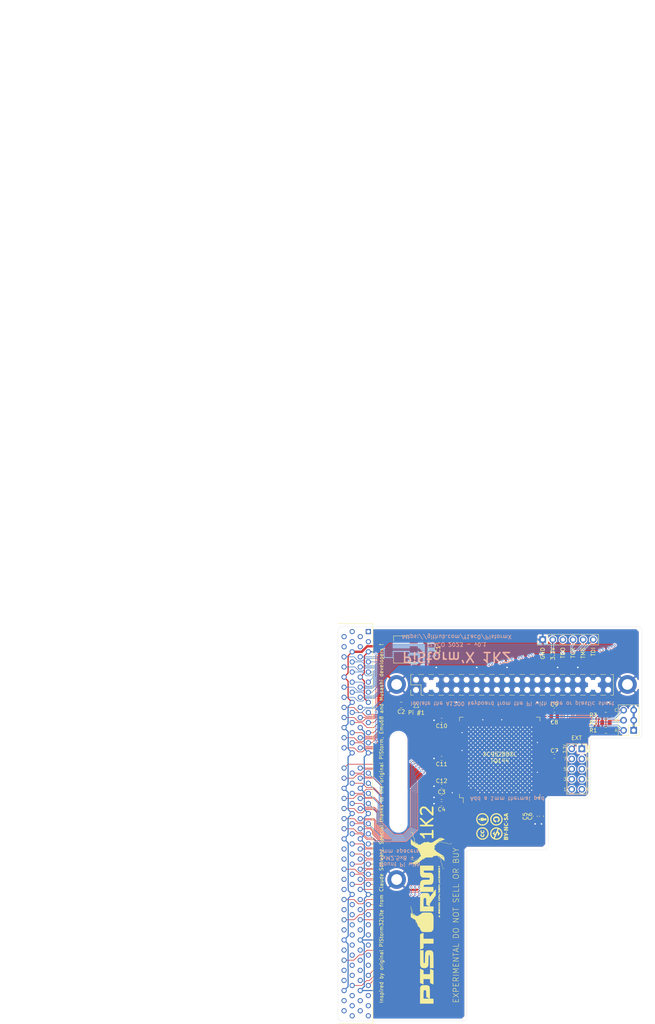
<source format=kicad_pcb>
(kicad_pcb (version 20221018) (generator pcbnew)
  (title_block (title "PiStorm'X 1K2") (date "2023-05-22") (rev "0.1") (company "FLACO") (comment 1 "PiStorm adapter board with Xilinx CPLD") (comment 2 "Amiga 1200 version"))
  (layers (0 "F.Cu" signal) (31 "B.Cu" signal) (34 "B.Paste" user) (35 "F.Paste" user) (36 "B.SilkS" user "B.Silkscreen") (37 "F.SilkS" user "F.Silkscreen") (38 "B.Mask" user) (39 "F.Mask" user) (44 "Edge.Cuts" user))
  (net 0 "")
  (net 1 "+5V")
  (net 2 "GND")
  (net 3 "+3.3V")
  (net 14 "/_INT6")
  (net 15 "/_INT2")
  (net 19 "/_OVR")
  (net 24 "/_KB_RESET")
  (net 38 "/_BG")
  (net 39 "/_BR")
  (net 45 "/FC0")
  (net 46 "/FC1")
  (net 47 "/FC2")
  (net 49 "/CLK14")
  (net 50 "/_DSACK0")
  (net 51 "/_DSACK1")
  (net 54 "/_BERR")
  (net 55 "/RW")
  (net 56 "/_DS")
  (net 57 "/_AS")
  (net 58 "/SIZ0")
  (net 59 "/SIZ1")
  (net 62 "/_HALT")
  (net 63 "/_RST")
  (net 65 "/_IPL0")
  (net 66 "/_IPL1")
  (net 67 "/_IPL2")
  (net 68 "/D0")
  (net 69 "/D1")
  (net 70 "/D2")
  (net 71 "/D3")
  (net 72 "/D4")
  (net 73 "/D5")
  (net 74 "/D6")
  (net 75 "/D7")
  (net 76 "/D8")
  (net 77 "/D9")
  (net 78 "/D10")
  (net 79 "/D11")
  (net 80 "/D12")
  (net 81 "/D13")
  (net 82 "/D14")
  (net 83 "/D15")
  (net 84 "/D16")
  (net 85 "/D17")
  (net 86 "/D18")
  (net 87 "/D19")
  (net 88 "/D20")
  (net 89 "/D21")
  (net 90 "/D22")
  (net 91 "/D23")
  (net 92 "/D24")
  (net 93 "/D25")
  (net 94 "/D26")
  (net 95 "/D27")
  (net 96 "/D28")
  (net 97 "/D29")
  (net 98 "/D30")
  (net 99 "/D31")
  (net 100 "/A0")
  (net 101 "/A1")
  (net 102 "/A2")
  (net 103 "/A3")
  (net 104 "/A4")
  (net 105 "/A5")
  (net 106 "/A6")
  (net 107 "/A7")
  (net 108 "/A8")
  (net 109 "/A9")
  (net 110 "/A10")
  (net 111 "/A11")
  (net 112 "/A12")
  (net 113 "/A13")
  (net 114 "/A14")
  (net 115 "/A15")
  (net 116 "/A16")
  (net 117 "/A17")
  (net 118 "/A18")
  (net 119 "/A19")
  (net 120 "/A20")
  (net 121 "/A21")
  (net 122 "/A22")
  (net 123 "/A23")
  (net 132 "Net-(JP1-B)")
  (net 133 "/GPIO2")
  (net 134 "/GPIO3")
  (net 135 "/GPIO4")
  (net 136 "/GPIO14")
  (net 137 "/GPIO15")
  (net 138 "/GPIO17")
  (net 139 "/GPIO18")
  (net 140 "/TDI")
  (net 141 "/GPIO27")
  (net 142 "/GPIO22")
  (net 143 "/TMS")
  (net 144 "/GPIO23")
  (net 145 "/GPIO24")
  (net 146 "/TDO")
  (net 147 "/GPIO10")
  (net 148 "/GPIO9")
  (net 149 "/GPIO25")
  (net 150 "/GPIO11")
  (net 151 "/TCK")
  (net 152 "/GPIO8")
  (net 153 "/GPIO7")
  (net 154 "/GPIO0")
  (net 155 "/GPIO1")
  (net 156 "/SPARE0")
  (net 157 "/SPARE1")
  (net 158 "/SPARE2")
  (net 159 "/SPARE3")
  (net 160 "/SPARE4")
  (net 161 "/SPARE5")
  (net 162 "/SPARE6")
  (net 163 "/SPARE7")
  (net 164 "/GPIO5")
  (net 165 "/GPIO6")
  (net 166 "/GPIO12")
  (net 167 "/GPIO13")
  (net 168 "/GPIO19")
  (net 169 "/GPIO16")
  (net 170 "/GPIO26")
  (net 171 "/GPIO20")
  (net 172 "/GPIO21")
  (net 173 "/SPAREC")
  (net 174 "/SPAREB")
  (net 175 "/SPAREA")
  (footprint "Sassa:FCN-225J150-GA_90deg_A1200" (layer "F.Cu") (at 116.21301 60.27077 90)
    (fp_text reference "CN1" hide)
    (fp_text value "FCN-225J150-GA_90deg_A1200" hide)
  )
  (footprint "Resistor_SMD:R_0805_2012Metric" (layer "F.Cu") (at 175.895 81.28)
    (fp_text reference "R3")
    (fp_text value "10k")
  )
  (footprint "Sassa:PIC_PistormX_43x10mm" (layer "F.Cu") (at 132.3975 133.731 90)
    (fp_text reference "FID1" hide)
    (fp_text value "Logo" hide)
  )
  (footprint "Capacitor_SMD:C_0603_1608Metric" (layer "F.Cu") (at 134.62 92.1385 180)
    (fp_text reference "C11")
    (fp_text value "100n")
  )
  (footprint "Capacitor_SMD:C_0603_1608Metric" (layer "F.Cu") (at 134.62 101.9175 180)
    (fp_text reference "C3")
    (fp_text value "100n")
  )
  (footprint "Package_TO_SOT_SMD:SOT-223-3_TabPin2" (layer "F.Cu") (at 124.46 64.77 180)
    (fp_text reference "U9" hide)
    (fp_text value "AMS1117-3.3")
  )
  (footprint "Capacitor_SMD:C_0603_1608Metric" (layer "F.Cu") (at 159.7025 106.68 -90)
    (fp_text reference "C6")
    (fp_text value "100n")
  )
  (footprint "MountingHole:MountingHole_2.7mm_M2.5_DIN965_Pad" (layer "F.Cu") (at 181.31651 73.55472)
    (fp_text reference "H2" hide)
    (fp_text value "MountingHole_Pad")
  )
  (footprint "Capacitor_SMD:C_0805_2012Metric" (layer "F.Cu") (at 124.46 78.74 180)
    (fp_text reference "C2")
    (fp_text value "10u")
  )
  (footprint "Capacitor_SMD:C_0603_1608Metric" (layer "F.Cu") (at 134.62 82.55 180)
    (fp_text reference "C10")
    (fp_text value "100n")
  )
  (footprint "Capacitor_SMD:C_0603_1608Metric" (layer "F.Cu") (at 158.115 106.68 -90)
    (fp_text reference "C5")
    (fp_text value "100n")
  )
  (footprint "MountingHole:MountingHole_2.7mm_M2.5_DIN965_Pad" (layer "F.Cu") (at 123.31663 122.55462)
    (fp_text reference "H3" hide)
    (fp_text value "MountingHole_Pad")
  )
  (footprint "Connector_PinHeader_2.54mm:PinHeader_2x03_P2.54mm_Vertical" (layer "F.Cu") (at 182.88 85.09 180)
    (fp_text reference "J4" hide)
    (fp_text value "EXT2")
  )
  (footprint "Capacitor_SMD:C_0603_1608Metric" (layer "F.Cu") (at 134.62 103.505 180)
    (fp_text reference "C4")
    (fp_text value "100n")
  )
  (footprint "Connector_PinHeader_2.54mm:PinHeader_1x06_P2.54mm_Vertical" (layer "F.Cu") (at 160.02 62.2935 90)
    (fp_text reference "J3" hide)
    (fp_text value "PROG")
  )
  (footprint "MountingHole:MountingHole_2.7mm_M2.5_DIN965_Pad" (layer "F.Cu") (at 123.31663 73.55472)
    (fp_text reference "H1" hide)
    (fp_text value "MountingHole_Pad")
  )
  (footprint "Resistor_SMD:R_0805_2012Metric" (layer "F.Cu") (at 175.895 85.09)
    (fp_text reference "R1")
    (fp_text value "10k")
  )
  (footprint "Capacitor_SMD:C_0805_2012Metric" (layer "F.Cu") (at 132.08 64.77 -90)
    (fp_text reference "C1")
    (fp_text value "10u")
  )
  (footprint "Capacitor_SMD:C_0603_1608Metric" (layer "F.Cu") (at 162.941 80.01)
    (fp_text reference "C9")
    (fp_text value "100n")
  )
  (footprint "Capacitor_SMD:C_0603_1608Metric" (layer "F.Cu") (at 134.62 99.1235 180)
    (fp_text reference "C12")
    (fp_text value "100n")
  )
  (footprint "Sassa:PinSocket_2x20_P2.54mm_Vertical_SMD_BottomEntry" (layer "F.Cu") (at 128.19597 74.92632 90)
    (fp_text reference "J2" hide)
    (fp_text value "Raspberry_Pi_2_3")
  )
  (footprint "Capacitor_SMD:C_0603_1608Metric" (layer "F.Cu") (at 162.941 91.6305)
    (fp_text reference "C7")
    (fp_text value "100n")
  )
  (footprint "Resistor_SMD:R_0805_2012Metric" (layer "F.Cu") (at 175.895 83.185)
    (fp_text reference "R2")
    (fp_text value "10k")
  )
  (footprint "Sassa:CC_BY_NC_SA_square_silkscreen" (layer "F.Cu") (at 147.32 109.22 90)
    (fp_text reference "FID2" hide)
    (fp_text value "License" hide)
  )
  (footprint "Package_QFP:TQFP-144_20x20mm_P0.5mm" (layer "F.Cu") (at 149.225 91.89269 90)
    (fp_text reference "U1" hide)
    (fp_text value "XC95288XL-TQ144")
  )
  (footprint "Capacitor_SMD:C_0603_1608Metric" (layer "F.Cu") (at 162.941 81.5975)
    (fp_text reference "C8")
    (fp_text value "100n")
  )
  (footprint "Connector_PinHeader_2.54mm:PinHeader_2x05_P2.54mm_Vertical" (layer "B.Cu") (at 169.85375 89.7255 180)
    (fp_text reference "J1" hide)
    (fp_text value "EXT")
  )
  (gr_line (start 127.635 79.375) (end 128.905 79.375) (stroke (width 0.12)) (layer "F.SilkS"))
  (gr_line (start 128.27 78.105) (end 127.635 79.375) (stroke (width 0.12)) (layer "F.SilkS"))
  (gr_line (start 128.905 79.375) (end 128.27 78.105) (stroke (width 0.12)) (layer "F.SilkS"))
  (gr_line (start 171.0055 88.5825) (end 166.1795 88.5825) (stroke (width 0.12)) (layer "F.SilkS"))
  (gr_line (start 166.1795 88.5825) (end 166.1795 101.0285) (stroke (width 0.12)) (layer "F.SilkS"))
  (gr_line (start 171.0055 101.0285) (end 171.0055 88.5825) (stroke (width 0.12)) (layer "F.SilkS"))
  (gr_line (start 166.1795 101.0285) (end 171.0055 101.0285) (stroke (width 0.12)) (layer "F.SilkS"))
  (gr_arc (start 171.94925 88.07082) (mid 172.242058 87.363558) (end 172.94925 87.07057) (stroke (width 0.05)) (layer "Edge.Cuts"))
  (gr_line (start 121.78298 108.51071) (end 121.78298 87.51075) (stroke (width 0.05)) (layer "Edge.Cuts"))
  (gr_line (start 125.78373 108.51071) (end 125.78373 87.51075) (stroke (width 0.05)) (layer "Edge.Cuts"))
  (gr_arc (start 109.585 158.07068) (mid 108.87791 157.777767) (end 108.585 157.07068) (stroke (width 0.05)) (layer "Edge.Cuts"))
  (gr_line (start 162.44914 102.07079) (end 170.94925 102.07079) (stroke (width 0.05)) (layer "Edge.Cuts"))
  (gr_line (start 140.94906 157.07068) (end 140.94906 116.07076) (stroke (width 0.05)) (layer "Edge.Cuts"))
  (gr_arc (start 184.94922 86.07057) (mid 184.656328 86.777673) (end 183.94922 87.07057) (stroke (width 0.05)) (layer "Edge.Cuts"))
  (gr_line (start 172.94925 87.07057) (end 183.94922 87.07057) (stroke (width 0.05)) (layer "Edge.Cuts"))
  (gr_line (start 141.94905 115.07077) (end 160.44914 115.07077) (stroke (width 0.05)) (layer "Edge.Cuts"))
  (gr_arc (start 183.94922 59.07062) (mid 184.656332 59.363505) (end 184.94922 60.07062) (stroke (width 0.05)) (layer "Edge.Cuts"))
  (gr_line (start 109.585 59.07062) (end 183.94922 59.07062) (stroke (width 0.05)) (layer "Edge.Cuts"))
  (gr_arc (start 121.78298 87.51075) (mid 123.78348 85.51025) (end 125.78398 87.51075) (stroke (width 0.05)) (layer "Edge.Cuts"))
  (gr_line (start 184.94922 86.07057) (end 184.94922 60.07062) (stroke (width 0.05)) (layer "Edge.Cuts"))
  (gr_line (start 171.94925 101.07054) (end 171.94925 88.07082) (stroke (width 0.05)) (layer "Edge.Cuts"))
  (gr_arc (start 161.44863 103.07079) (mid 161.741518 102.36367) (end 162.44863 102.07079) (stroke (width 0.05)) (layer "Edge.Cuts"))
  (gr_arc (start 171.94925 101.07054) (mid 171.656442 101.777802) (end 170.94925 102.07079) (stroke (width 0.05)) (layer "Edge.Cuts"))
  (gr_arc (start 140.94906 116.07076) (mid 141.241957 115.363673) (end 141.94905 115.07078) (stroke (width 0.05)) (layer "Edge.Cuts"))
  (gr_line (start 108.585 157.07068) (end 108.585 60.07062) (stroke (width 0.05)) (layer "Edge.Cuts"))
  (gr_arc (start 140.94906 157.07068) (mid 140.656167 157.77779) (end 139.94906 158.07068) (stroke (width 0.05)) (layer "Edge.Cuts"))
  (gr_arc (start 125.78373 108.51071) (mid 123.78323 110.51121) (end 121.78273 108.51071) (stroke (width 0.05)) (layer "Edge.Cuts"))
  (gr_line (start 161.44914 114.07077) (end 161.44914 103.07079) (stroke (width 0.05)) (layer "Edge.Cuts"))
  (gr_line (start 109.585 158.07068) (end 139.94906 158.07068) (stroke (width 0.05)) (layer "Edge.Cuts"))
  (gr_arc (start 161.44914 114.07077) (mid 161.15625 114.77788) (end 160.44914 115.07077) (stroke (width 0.05)) (layer "Edge.Cuts"))
  (gr_arc (start 108.585 60.07062) (mid 108.877888 59.363511) (end 109.585 59.07062) (stroke (width 0.05)) (layer "Edge.Cuts"))
  (gr_text "Add a 1mm thermal pad" (at 151.13 102.235 180) (layer "B.SilkS") (effects (font (size 1 1)) (justify mirror)))
  (gr_text "PiStorm'X 1K2" (at 138.43 66.675 180) (layer "B.SilkS") (effects (font (size 2.5 2.5) (thickness 0.4)) (justify mirror)))
  (gr_text "Mount Pi with\n3xM2.5x8 +\n3mm spacers" (at 118.745 114.935 -180) (layer "B.SilkS") (effects (font (size 1 1)) (justify left bottom mirror)))
  (gr_text "FLACO 2023 - v0.1" (at 138.43 63.5 180) (layer "B.SilkS") (effects (font (size 1 1)) (justify mirror)))
  (gr_text "Isolate the A1200 keyboard from the Pi with tape or plastic sheet" (at 152.4 78.359 180) (layer "B.SilkS") (effects (font (size 1 1)) (justify mirror)))
  (gr_text "https://github.com/f1ac0/PistormX" (at 138.43 61.595 -180) (layer "B.SilkS") (effects (font (size 1 1)) (justify mirror)))
  (gr_text "Inspired by original PiStorm32Lite from Claude Schwarz. Special thanks to the original PiStorm, Emu68 and Musashi developers !" (at 120.015 153.67 90) (layer "F.SilkS") (effects (font (size 0.9 0.9) (thickness 0.14)) (justify left bottom)))
  (gr_text "0" (at 171.5135 99.8855) (layer "F.SilkS") (effects (font (size 0.8 0.8) (thickness 0.1))))
  (gr_text "4" (at 171.5135 94.8055) (layer "F.SilkS") (effects (font (size 0.8 0.8) (thickness 0.1))))
  (gr_text "TCK" (at 167.64 64.135 90) (layer "F.SilkS") (effects (font (size 1 1)) (justify right)))
  (gr_text "1" (at 165.608 99.8855) (layer "F.SilkS") (effects (font (size 0.8 0.8) (thickness 0.1))))
  (gr_text "B" (at 178.435 82.55) (layer "F.SilkS") (effects (font (size 0.8 0.8) (thickness 0.1))))
  (gr_text "1K2" (at 131.0005 108.204 90) (layer "F.SilkS") (effects (font (size 3 3) (thickness 0.45))))
  (gr_text "6" (at 171.5135 92.2655) (layer "F.SilkS") (effects (font (size 0.8 0.8) (thickness 0.1))))
  (gr_text "TDO" (at 165.1 64.135 90) (layer "F.SilkS") (effects (font (size 1 1)) (justify right)))
  (gr_text "2" (at 171.5135 97.3455) (layer "F.SilkS") (effects (font (size 0.8 0.8) (thickness 0.1))))
  (gr_text "TDI" (at 172.72 64.135 90) (layer "F.SilkS") (effects (font (size 1 1)) (justify right)))
  (gr_text "A" (at 178.435 85.09) (layer "F.SilkS") (effects (font (size 0.8 0.8) (thickness 0.1))))
  (gr_text "TMS" (at 170.18 64.135 90) (layer "F.SilkS") (effects (font (size 1 1)) (justify right)))
  (gr_text "EXPERIMENTAL DO NOT SELL OR BUY" (at 139.065 153.67 90) (layer "F.SilkS") (effects (font (size 1.4 1.4) (thickness 0.12)) (justify left bottom)))
  (gr_text "C" (at 178.435 80.01) (layer "F.SilkS") (effects (font (size 0.8 0.8) (thickness 0.1))))
  (gr_text "3.3V" (at 165.5445 89.7255 90) (layer "F.SilkS") (effects (font (size 0.7 0.7) (thickness 0.1))))
  (gr_text "GND" (at 171.5135 89.7255 90) (layer "F.SilkS") (effects (font (size 0.7 0.7) (thickness 0.1))))
  (gr_text "GND" (at 160.02 64.135 90) (layer "F.SilkS") (effects (font (size 1 1)) (justify right)))
  (gr_text "5" (at 165.608 94.8055) (layer "F.SilkS") (effects (font (size 0.8 0.8) (thickness 0.1))))
  (gr_text "3" (at 165.608 97.3455) (layer "F.SilkS") (effects (font (size 0.8 0.8) (thickness 0.1))))
  (gr_text "XC95288XL\nTQ144" (at 149.225 91.8845) (layer "F.SilkS") (effects (font (size 1 1))))
  (gr_text "EXT" (at 168.529 86.995) (layer "F.SilkS") (effects (font (size 1 1))))
  (gr_text "Pi #1" (at 128.27 80.645) (layer "F.SilkS") (effects (font (size 1 1))))
  (gr_text "3.3V" (at 162.56 64.135 90) (layer "F.SilkS") (effects (font (size 1 1)) (justify right)))
  (gr_text "7" (at 165.608 92.2655) (layer "F.SilkS") (effects (font (size 0.8 0.8) (thickness 0.1))))
  (segment (start 110.11701 71.70077) (end 111.125 70.69278) (width 0.3) (layer "F.Cu") (net 1))
  (segment (start 115.93073 63.96477) (end 117.64523 63.96477) (width 0.6) (layer "F.Cu") (net 1))
  (segment (start 112.14901 65.35077) (end 114.54473 65.35077) (width 0.6) (layer "F.Cu") (net 1))
  (segment (start 111.125 77.02676) (end 111.125 72.70876) (width 0.3) (layer "F.Cu") (net 1))
  (segment (start 111.125 66.37478) (end 112.14901 65.35077) (width 0.3) (layer "F.Cu") (net 1))
  (segment (start 117.64523 63.96477) (end 119.24 62.37) (width 0.6) (layer "F.Cu") (net 1))
  (segment (start 132.08 63.82) (end 131.115 63.82) (width 0.6) (layer "F.Cu") (net 1))
  (segment (start 129.665 62.37) (end 130.73597 63.44097) (width 0.6) (layer "F.Cu") (net 1))
  (segment (start 114.54473 65.35077) (end 115.93073 63.96477) (width 0.6) (layer "F.Cu") (net 1))
  (segment (start 131.115 63.82) (end 130.73597 63.44097) (width 0.6) (layer "F.Cu") (net 1))
  (segment (start 130.73597 63.44097) (end 130.73597 70.62632) (width 0.6) (layer "F.Cu") (net 1))
  (segment (start 111.125 70.69278) (end 111.125 66.37478) (width 0.3) (layer "F.Cu") (net 1))
  (segment (start 130.73597 70.62632) (end 128.19597 70.62632) (width 0.6) (layer "F.Cu") (net 1))
  (segment (start 111.125 72.70876) (end 110.11701 71.70077) (width 0.3) (layer "F.Cu") (net 1))
  (segment (start 112.14901 78.05077) (end 111.125 77.02676) (width 0.3) (layer "F.Cu") (net 1))
  (segment (start 119.24 62.37) (end 129.665 62.37) (width 0.6) (layer "F.Cu") (net 1))
  (segment (start 110.11701 137.74077) (end 111.14501 136.71277) (width 0.3) (layer "B.Cu") (net 1))
  (segment (start 111.12101 91.77877) (end 112.14901 90.75077) (width 0.3) (layer "B.Cu") (net 1))
  (segment (start 110.11701 112.34077) (end 111.12101 111.33677) (width 0.3) (layer "B.Cu") (net 1))
  (segment (start 111.12101 107.01877) (end 112.14901 105.99077) (width 0.3) (layer "B.Cu") (net 1))
  (segment (start 111.14501 104.98677) (end 111.14501 100.66877) (width 0.3) (layer "B.Cu") (net 1))
  (segment (start 112.14901 90.75077) (end 111.14501 89.74677) (width 0.3) (layer "B.Cu") (net 1))
  (segment (start 111.14501 85.42877) (end 110.11701 84.40077) (width 0.3) (layer "B.Cu") (net 1))
  (segment (start 111.14501 136.71277) (end 111.14501 127.31477) (width 0.3) (layer "B.Cu") (net 1))
  (segment (start 111.12101 138.74477) (end 110.11701 137.74077) (width 0.3) (layer "B.Cu") (net 1))
  (segment (start 111.14501 127.31477) (end 112.14901 126.31077) (width 0.3) (layer "B.Cu") (net 1))
  (segment (start 110.11701 84.40077) (end 111.12101 83.39677) (width 0.3) (layer "B.Cu") (net 1))
  (segment (start 110.11701 99.64077) (end 111.12101 98.63677) (width 0.3) (layer "B.Cu") (net 1))
  (segment (start 112.14901 105.99077) (end 111.14501 104.98677) (width 0.3) (layer "B.Cu") (net 1))
  (segment (start 111.12101 111.33677) (end 111.12101 107.01877) (width 0.3) (layer "B.Cu") (net 1))
  (segment (start 111.12101 79.07877) (end 112.14901 78.05077) (width 0.3) (layer "B.Cu") (net 1))
  (segment (start 111.14501 125.30677) (end 111.14501 113.36877) (width 0.3) (layer "B.Cu") (net 1))
  (segment (start 112.14901 126.31077) (end 111.14501 125.30677) (width 0.3) (layer "B.Cu") (net 1))
  (segment (start 111.14501 113.36877) (end 110.11701 112.34077) (width 0.3) (layer "B.Cu") (net 1))
  (segment (start 111.12101 83.39677) (end 111.12101 79.07877) (width 0.3) (layer "B.Cu") (net 1))
  (segment (start 111.12101 98.63677) (end 111.12101 91.77877) (width 0.3) (layer "B.Cu") (net 1))
  (segment (start 111.14501 89.74677) (end 111.14501 85.42877) (width 0.3) (layer "B.Cu") (net 1))
  (segment (start 111.12101 149.43677) (end 111.12101 138.74477) (width 0.3) (layer "B.Cu") (net 1))
  (segment (start 111.14501 100.66877) (end 110.11701 99.64077) (width 0.3) (layer "B.Cu") (net 1))
  (segment (start 110.11701 150.44077) (end 111.12101 149.43677) (width 0.3) (layer "B.Cu") (net 1))
  (segment (start 140.475 82.068731) (end 140.956269 82.55) (width 0.3) (layer "F.Cu") (net 2))
  (segment (start 133.845 92.1385) (end 132.715 92.1385) (width 0.3) (layer "F.Cu") (net 2))
  (segment (start 163.716 82.029) (end 163.716 81.5975) (width 0.3) (layer "F.Cu") (net 2))
  (segment (start 137.917318 100.650002) (end 137.386999 100.650002) (width 0.3) (layer "F.Cu") (net 2))
  (segment (start 157.975 104.534) (end 157.607 104.902) (width 0.3) (layer "F.Cu") (net 2))
  (segment (start 161.96731 83.14269) (end 159.8875 83.14269) (width 0.3) (layer "F.Cu") (net 2))
  (segment (start 115.20901 77.04677) (end 115.20901 72.72877) (width 0.3) (layer "F.Cu") (net 2))
  (segment (start 116.21301 78.05077) (end 115.20901 77.04677) (width 0.3) (layer "F.Cu") (net 2))
  (segment (start 115.20901 70.67277) (end 114.18101 71.70077) (width 0.3) (layer "F.Cu") (net 2))
  (segment (start 137.386999 100.650002) (end 137.287 100.750001) (width 0.3) (layer "F.Cu") (net 2))
  (segment (start 116.21301 65.35077) (end 115.20901 66.35477) (width 0.3) (layer "F.Cu") (net 2))
  (segment (start 149.975 82.181) (end 149.733 82.423) (width 0.3) (layer "F.Cu") (net 2))
  (segment (start 162.8775 82.8675) (end 163.716 82.029) (width 0.3) (layer "F.Cu") (net 2))
  (segment (start 162.2425 82.8675) (end 162.8775 82.8675) (width 0.3) (layer "F.Cu") (net 2))
  (segment (start 133.845 101.9175) (end 132.715 101.9175) (width 0.3) (layer "F.Cu") (net 2))
  (segment (start 149.475 82.165) (end 149.733 82.423) (width 0.3) (layer "F.Cu") (net 2))
  (segment (start 115.20901 72.72877) (end 114.18101 71.70077) (width 0.3) (layer "F.Cu") (net 2))
  (segment (start 116.21301 90.75077) (end 117.59273 90.75077) (width 0.3) (layer "F.Cu") (net 2))
  (segment (start 115.20901 66.35477) (end 115.20901 70.67277) (width 0.3) (layer "F.Cu") (net 2))
  (segment (start 138.35597 76.67632) (end 138.355969 76.676321) (width 0.3) (layer "F.Cu") (net 2))
  (segment (start 158.115 107.455) (end 158.115 108.585) (width 0.3) (layer "F.Cu") (net 2))
  (segment (start 140.956269 82.55) (end 144.145 82.55) (width 0.3) (layer "F.Cu") (net 2))
  (segment (start 133.845 82.55) (end 132.715 82.55) (width 0.3) (layer "F.Cu") (net 2))
  (segment (start 158.67597 78.03097) (end 158.6865 78.0415) (width 0.3) (layer "F.Cu") (net 2))
  (segment (start 144.975 81.23019) (end 144.975 82.4185) (width 0.3) (layer "F.Cu") (net 2))
  (segment (start 154.475 101.346) (end 154.475 102.55519) (width 0.3) (layer "F.Cu") (net 2))
  (segment (start 148.975 101.35) (end 148.971 101.346) (width 0.3) (layer "F.Cu") (net 2))
  (segment (start 158.67597 76.45632) (end 158.67597 78.03097) (width 0.3) (layer "F.Cu") (net 2))
  (segment (start 162.2425 82.8675) (end 161.96731 83.14269) (width 0.3) (layer "F.Cu") (net 2))
  (segment (start 138.5625 85.64269) (end 139.74469 85.64269) (width 0.3) (layer "F.Cu") (net 2))
  (segment (start 149.475 81.23019) (end 149.475 82.165) (width 0.3) (layer "F.Cu") (net 2))
  (segment (start 138.5625 100.64269) (end 137.924631 100.64269) (width 0.3) (layer "F.Cu") (net 2))
  (segment (start 163.716 91.6305) (end 163.716 90.183) (width 0.3) (layer "F.Cu") (net 2))
  (segment (start 176.45597 78.03097) (end 176.4665 78.0415) (width 0.3) (layer "F.Cu") (net 2))
  (segment (start 159.8875 88.14269) (end 158.69119 88.14269) (width 0.3) (layer "F.Cu") (net 2))
  (segment (start 158.69819 95.64269) (end 158.6865 95.631) (width 0.3) (layer "F.Cu") (net 2))
  (segment (start 157.975 102.55519) (end 157.975 101.4065) (width 0.3) (layer "F.Cu") (net 2))
  (segment (start 140.475 81.23019) (end 140.475 82.068731) (width 0.3) (layer "F.Cu") (net 2))
  (segment (start 139.7635 90.14269) (end 138.5625 90.14269) (width 0.3) (layer "F.Cu") (net 2))
  (segment (start 158.69119 88.14269) (end 158.6865 88.138) (width 0.3) (layer "F.Cu") (net 2))
  (segment (start 116.21301 65.35077) (end 117.52923 65.35077) (width 0.3) (layer "F.Cu") (net 2))
  (segment (start 149.975 81.23019) (end 149.975 82.181) (width 0.3) (layer "F.Cu") (net 2))
  (segment (start 163.716 90.183) (end 163.703 90.17) (width 0.3) (layer "F.Cu") (net 2))
  (segment (start 133.845 99.1235) (end 132.715 99.1235) (width 0.3) (layer "F.Cu") (net 2))
  (segment (start 133.845 103.505) (end 132.715 103.505) (width 0.3) (layer "F.Cu") (net 2))
  (segment (start 159.8875 95.64269) (end 158.69819 95.64269) (width 0.3) (layer "F.Cu") (net 2))
  (segment (start 157.975 102.55519) (end 157.975 104.534) (width 0.3) (layer "F.Cu") (net 2))
  (segment (start 176.45597 76.45632) (end 176.45597 78.03097) (width 0.3) (layer "F.Cu") (net 2))
  (segment (start 159.7025 107.455) (end 159.7025 108.585) (width 0.3) (layer "F.Cu") (net 2))
  (segment (start 137.924631 100.64269) (end 137.917318 100.650002) (width 0.3) (layer "F.Cu") (net 2))
  (segment (start 138.355969 76.676321) (end 138.355969 78.030969) (width 0.3) (layer "F.Cu") (net 2))
  (segment (start 139.74469 85.64269) (end 139.7635 85.6615) (width 0.3) (layer "F.Cu") (net 2))
  (segment (start 148.975 102.55519) (end 148.975 101.35) (width 0.3) (layer "F.Cu") (net 2))
  (segment (start 144.975 82.4185) (end 144.9705 82.423) (width 0.3) (layer "F.Cu") (net 2))
  (segment (start 157.975 101.4065) (end 157.26043 100.69193) (width 0.3) (layer "F.Cu") (net 2))
  (via (at 147.643785 85.98412) (size 0.56) (drill 0.3) (layers "F.Cu" "B.Cu") (net 2))
  (via (at 158.6865 95.631) (size 0.56) (drill 0.3) (layers "F.Cu" "B.Cu") (net 2))
  (via (at 142.55262 94.469395) (size 0.56) (drill 0.3) (layers "F.Cu" "B.Cu") (net 2))
  (via (at 148.20947 94.469395) (size 0.56) (drill 0.3) (layers "F.Cu" "B.Cu") (net 2))
  (via (at 154.99769 93.338025) (size 0.56) (drill 0.3) (layers "F.Cu" "B.Cu") (net 2))
  (via (at 150.47221 87.681175) (size 0.56) (drill 0.3) (layers "F.Cu" "B.Cu") (net 2))
  (via (at 146.512415 98.42919) (size 0.56) (drill 0.3) (layers "F.Cu" "B.Cu") (net 2))
  (via (at 144.249675 97.29782) (size 0.56) (drill 0.3) (layers "F.Cu" "B.Cu") (net 2))
  (via (at 146.512415 99.56056) (size 0.56) (drill 0.3) (layers "F.Cu" "B.Cu") (net 2))
  (via (at 146.512415 91.64097) (size 0.56) (drill 0.3) (layers "F.Cu" "B.Cu") (net 2))
  (via (at 148.775155 100.69193) (size 0.56) (drill 0.3) (layers "F.Cu" "B.Cu") (net 2))
  (via (at 153.86632 100.126245) (size 0.56) (drill 0.3) (layers "F.Cu" "B.Cu") (net 2))
  (via (at 151.60358 97.863505) (size 0.56) (drill 0.3) (layers "F.Cu" "B.Cu") (net 2))
  (via (at 145.381045 93.90371) (size 0.56) (drill 0.3) (layers "F.Cu" "B.Cu") (net 2))
  (via (at 148.20947 92.206655) (size 0.56) (drill 0.3) (layers "F.Cu" "B.Cu") (net 2))
  (via (at 144.81536 92.206655) (size 0.56) (drill 0.3) (layers "F.Cu" "B.Cu") (net 2))
  (via (at 145.94673 93.338025) (size 0.56) (drill 0.3) (layers "F.Cu" "B.Cu") (net 2))
  (via (at 157.26043 88.812545) (size 0.56) (drill 0.3) (layers "F.Cu" "B.Cu") (net 2))
  (via (at 132.715 99.1235) (size 0.8) (drill 0.4) (layers "F.Cu" "B.Cu") (net 2))
  (via (at 147.643785 88.24686) (size 0.56) (drill 0.3) (layers "F.Cu" "B.Cu") (net 2))
  (via (at 145.381045 97.29782) (size 0.56) (drill 0.3) (layers "F.Cu" "B.Cu") (net 2))
  (via (at 144.81536 97.863505) (size 0.56) (drill 0.3) (layers "F.Cu" "B.Cu") (net 2))
  (via (at 154.432005 99.56056) (size 0.56) (drill 0.3) (layers "F.Cu" "B.Cu") (net 2))
  (via (at 153.86632 97.863505) (size 0.56) (drill 0.3) (layers "F.Cu" "B.Cu") (net 2))
  (via (at 146.512415 89.37823) (size 0.56) (drill 0.3) (layers "F.Cu" "B.Cu") (net 2))
  (via (at 146.512415 100.69193) (size 0.56) (drill 0.3) (layers "F.Cu" "B.Cu") (net 2))
  (via (at 142.55262 86.549805) (size 0.56) (drill 0.3) (layers "F.Cu" "B.Cu") (net 2))
  (via (at 147.0781 87.681175) (size 0.56) (drill 0.3) (layers "F.Cu" "B.Cu") (net 2))
  (via (at 156.12906 97.863505) (size 0.56) (drill 0.3) (layers "F.Cu" "B.Cu") (net 2))
  (via (at 145.94673 91.075285) (size 0.56) (drill 0.3) (layers "F.Cu" "B.Cu") (net 2))
  (via (at 150.47221 100.126245) (size 0.56) (drill 0.3) (layers "F.Cu" "B.Cu") (net 2))
  (via (at 154.432005 85.98412) (size 0.56) (drill 0.3) (layers "F.Cu" "B.Cu") (net 2))
  (via (at 143.118305 91.64097) (size 0.56) (drill 0.3) (layers "F.Cu" "B.Cu") (net 2))
  (via (at 153.300635 98.42919) (size 0.56) (drill 0.3) (layers "F.Cu" "B.Cu") (net 2))
  (via (at 151.037895 100.69193) (size 0.56) (drill 0.3) (layers "F.Cu" "B.Cu") (net 2))
  (via (at 141.42125 86.549805) (size 0.56) (drill 0.3) (layers "F.Cu" "B.Cu") (net 2))
  (via (at 149.906525 97.29782) (size 0.56) (drill 0.3) (layers "F.Cu" "B.Cu") (net 2))
  (via (at 151.037895 98.42919) (size 0.56) (drill 0.3) (layers "F.Cu" "B.Cu") (net 2))
  (via (at 153.86632 96.732135) (size 0.56) (drill 0.3) (layers "F.Cu" "B.Cu") (net 2))
  (via (at 151.0665 69.2785) (size 0.8) (drill 0.4) (layers "F.Cu" "B.Cu") (net 2))
  (via (at 151.037895 85.98412) (size 0.56) (drill 0.3) (layers "F.Cu" "B.Cu") (net 2))
  (via (at 157.26043 97.863505) (size 0.56) (drill 0.3) (layers "F.Cu" "B.Cu") (net 2))
  (via (at 144.249675 95.03508) (size 0.56) (drill 0.3) (layers "F.Cu" "B.Cu") (net 2))
  (via (at 151.60358 88.812545) (size 0.56) (drill 0.3) (layers "F.Cu" "B.Cu") (net 2))
  (via (at 147.643785 84.85275) (size 0.56) (drill 0.3) (layers "F.Cu" "B.Cu") (net 2))
  (via (at 151.60358 84.287065) (size 0.56) (drill 0.3) (layers "F.Cu" "B.Cu") (net 2))
  (via (at 143.4465 69.2785) (size 0.8) (drill 0.4) (layers "F.Cu" "B.Cu") (net 2))
  (via (at 150.47221 92.206655) (size 0.56) (drill 0.3) (layers "F.Cu" "B.Cu") (net 2))
  (via (at 156.694745 98.42919) (size 0.56) (drill 0.3) (layers "F.Cu" "B.Cu") (net 2))
  (via (at 141.986935 91.64097) (size 0.56) (drill 0.3) (layers "F.Cu" "B.Cu") (net 2))
  (via (at 143.118305 88.24686) (size 0.56) (drill 0.3) (layers "F.Cu" "B.Cu") (net 2))
  (via (at 151.037895 95.03508) (size 0.56) (drill 0.3) (layers "F.Cu" "B.Cu") (net 2))
  (via (at 139.7635 90.14269) (size 0.56) (drill 0.3) (layers "F.Cu" "B.Cu") (net 2))
  (via (at 144.249675 93.90371) (size 0.56) (drill 0.3) (layers "F.Cu" "B.Cu") (net 2))
  (via (at 148.775155 98.42919) (size 0.56) (drill 0.3) (layers "F.Cu" "B.Cu") (net 2))
  (via (at 146.512415 85.98412) (size 0.56) (drill 0.3) (layers "F.Cu" "B.Cu") (net 2))
  (via (at 137.287 100.750001) (size 0.56) (drill 0.3) (layers "F.Cu" "B.Cu") (net 2))
  (via (at 154.99769 96.732135) (size 0.56) (drill 0.3) (layers "F.Cu" "B.Cu") (net 2))
  (via (at 144.81536 100.126245) (size 0.56) (drill 0.3) (layers "F.Cu" "B.Cu") (net 2))
  (via (at 142.55262 93.338025) (size 0.56) (drill 0.3) (layers "F.Cu" "B.Cu") (net 2))
  (via (at 149.34084 93.338025) (size 0.56) (drill 0.3) (layers "F.Cu" "B.Cu") (net 2))
  (via (at 151.60358 96.732135) (size 0.56) (drill 0.3) (layers "F.Cu" "B.Cu") (net 2))
  (via (at 141.42125 85.418435) (size 0.56) (drill 0.3) (layers "F.Cu" "B.Cu") (net 2))
  (via (at 149.34084 97.863505) (size 0.56) (drill 0.3) (layers "F.Cu" "B.Cu") (net 2))
  (via (at 145.94673 86.549805) (size 0.56) (drill 0.3) (layers "F.Cu" "B.Cu") (net 2))
  (via (at 143.68399 93.338025) (size 0.56) (drill 0.3) (layers "F.Cu" "B.Cu") (net 2))
  (via (at 153.300635 96.16645) (size 0.56) (drill 0.3) (layers "F.Cu" "B.Cu") (net 2))
  (via (at 142.55262 88.812545) (size 0.56) (drill 0.3) (layers "F.Cu" "B.Cu") (net 2))
  (via (at 141.42125 88.812545) (size 0.56) (drill 0.3) (layers "F.Cu" "B.Cu") (net 2))
  (via (at 132.715 92.1385) (size 0.8) (drill 0.4) (layers "F.Cu" "B.Cu") (net 2))
  (via (at 146.512415 84.85275) (size 0.56) (drill 0.3) (layers "F.Cu" "B.Cu") (net 2))
  (via (at 156.694745 89.37823) (size 0.56) (drill 0.3) (layers "F.Cu" "B.Cu") (net 2))
  (via (at 156.12906 86.549805) (size 0.56) (drill 0.3) (layers "F.Cu" "B.Cu") (net 2))
  (via (at 132.715 103.505) (size 0.8) (drill 0.4) (layers "F.Cu" "B.Cu") (net 2))
  (via (at 141.986935 87.11549) (size 0.56) (drill 0.3) (layers "F.Cu" "B.Cu") (net 2))
  (via (at 146.512415 88.24686) (size 0.56) (drill 0.3) (layers "F.Cu" "B.Cu") (net 2))
  (via (at 151.037895 99.56056) (size 0.56) (drill 0.3) (layers "F.Cu" "B.Cu") (net 2))
  (via (at 149.34084 98.994875) (size 0.56) (drill 0.3) (layers "F.Cu" "B.Cu") (net 2))
  (via (at 141.986935 89.37823) (size 0.56) (drill 0.3) (layers "F.Cu" "B.Cu") (net 2))
  (via (at 156.12906 95.600765) (size 0.56) (drill 0.3) (layers "F.Cu" "B.Cu") (net 2))
  (via (at 154.432005 93.90371) (size 0.56) (drill 0.3) (layers "F.Cu" "B.Cu") (net 2))
  (via (at 152.73495 86.549805) (size 0.56) (drill 0.3) (layers "F.Cu" "B.Cu") (net 2))
  (via (at 156.12906 91.075285) (size 0.56) (drill 0.3) (layers "F.Cu" "B.Cu") (net 2))
  (via (at 152.73495 94.469395) (size 0.56) (drill 0.3) (layers "F.Cu" "B.Cu") (net 2))
  (via (at 143.118305 92.77234) (size 0.56) (drill 0.3) (layers "F.Cu" "B.Cu") (net 2))
  (via (at 156.694745 88.24686) (size 0.56) (drill 0.3) (layers "F.Cu" "B.Cu") (net 2))
  (via (at 141.42125 94.469395) (size 0.56) (drill 0.3) (layers "F.Cu" "B.Cu") (net 2))
  (via (at 149.34084 86.549805) (size 0.56) (drill 0.3) (layers "F.Cu" "B.Cu") (net 2))
  (via (at 155.563375 92.77234) (size 0.56) (drill 0.3) (layers "F.Cu" "B.Cu") (net 2))
  (via (at 143.118305 99.56056) (size 0.56) (drill 0.3) (layers "F.Cu" "B.Cu") (net 2))
  (via (at 133.2865 69.2785) (size 0.8) (drill 0.4) (layers "F.Cu" "B.Cu") (net 2))
  (via (at 144.81536 98.994875) (size 0.56) (drill 0.3) (layers "F.Cu" "B.Cu") (net 2))
  (via (at 145.94673 84.287065) (size 0.56) (drill 0.3) (layers "F.Cu" "B.Cu") (net 2))
  (via (at 144.81536 89.943915) (size 0.56) (drill 0.3) (layers "F.Cu" "B.Cu") (net 2))
  (via (at 154.99769 88.812545) (size 0.56) (drill 0.3) (layers "F.Cu" "B.Cu") (net 2))
  (via (at 147.0781 93.338025) (size 0.56) (drill 0.3) (layers "F.Cu" "B.Cu") (net 2))
  (via (at 156.694745 84.85275) (size 0.56) (drill 0.3) (layers "F.Cu" "B.Cu") (net 2))
  (via (at 145.381045 96.16645) (size 0.56) (drill 0.3) (layers "F.Cu" "B.Cu") (net 2))
  (via (at 144.249675 87.11549) (size 0.56) (drill 0.3) (layers "F.Cu" "B.Cu") (net 2))
  (via (at 149.34084 88.812545) (size 0.56) (drill 0.3) (layers "F.Cu" "B.Cu") (net 2))
  (via (at 154.99769 89.943915) (size 0.56) (drill 0.3) (layers "F.Cu" "B.Cu") (net 2))
  (via (at 151.037895 84.85275) (size 0.56) (drill 0.3) (layers "F.Cu" "B.Cu") (net 2))
  (via (at 144.81536 94.469395) (size 0.56) (drill 0.3) (layers "F.Cu" "B.Cu") (net 2))
  (via (at 155.563375 87.11549) (size 0.56) (drill 0.3) (layers "F.Cu" "B.Cu") (net 2))
  (via (at 155.563375 88.24686) (size 0.56) (drill 0.3) (layers "F.Cu" "B.Cu") (net 2))
  (via (at 148.775155 91.64097) (size 0.56) (drill 0.3) (layers "F.Cu" "B.Cu") (net 2))
  (via (at 153.300635 93.90371) (size 0.56) (drill 0.3) (layers "F.Cu" "B.Cu") (net 2))
  (via (at 156.694745 93.90371) (size 0.56) (drill 0.3) (layers "F.Cu" "B.Cu") (net 2))
  (via (at 150.47221 95.600765) (size 0.56) (drill 0.3) (layers "F.Cu" "B.Cu") (net 2))
  (via (at 144.81536 86.549805) (size 0.56) (drill 0.3) (layers "F.Cu" "B.Cu") (net 2))
  (via (at 152.169265 92.77234) (size 0.56) (drill 0.3) (layers "F.Cu" "B.Cu") (net 2))
  (via (at 153.86632 89.943915) (size 0.56) (drill 0.3) (layers "F.Cu" "B.Cu") (net 2))
  (via (at 152.73495 98.994875) (size 0.56) (drill 0.3) (layers "F.Cu" "B.Cu") (net 2))
  (via (at 157.26043 86.549805) (size 0.56) (drill 0.3) (layers "F.Cu" "B.Cu") (net 2))
  (via (at 155.563375 95.03508) (size 0.56) (drill 0.3) (layers "F.Cu" "B.Cu") (net 2))
  (via (at 148.20947 86.549805) (size 0.56) (drill 0.3) (layers "F.Cu" "B.Cu") (net 2))
  (via (at 151.037895 87.11549) (size 0.56) (drill 0.3) (layers "F.Cu" "B.Cu") (net 2))
  (via (at 145.94673 87.681175) (size 0.56) (drill 0.3) (layers "F.Cu" "B.Cu") (net 2))
  (via (at 153.86632 93.338025) (size 0.56) (drill 0.3) (layers "F.Cu" "B.Cu") (net 2))
  (via (at 153.300635 100.69193) (size 0.56) (drill 0.3) (layers "F.Cu" "B.Cu") (net 2))
  (via (at 144.249675 96.16645) (size 0.56) (drill 0.3) (layers "F.Cu" "B.Cu") (net 2))
  (via (at 147.0781 94.469395) (size 0.56) (drill 0.3) (layers "F.Cu" "B.Cu") (net 2))
  (via (at 150.47221 96.732135) (size 0.56) (drill 0.3) (layers "F.Cu" "B.Cu") (net 2))
  (via (at 141.42125 89.943915) (size 0.56) (drill 0.3) (layers "F.Cu" "B.Cu") (net 2))
  (via (at 143.68399 92.206655) (size 0.56) (drill 0.3) (layers "F.Cu" "B.Cu") (net 2))
  (via (at 153.86632 95.600765) (size 0.56) (drill 0.3) (layers "F.Cu" "B.Cu") (net 2))
  (via (at 153.300635 92.77234) (size 0.56) (drill 0.3) (layers "F.Cu" "B.Cu") (net 2))
  (via (at 147.643785 100.69193) (size 0.56) (drill 0.3) (layers "F.Cu" "B.Cu") (net 2))
  (via (at 144.249675 99.56056) (size 0.56) (drill 0.3) (layers "F.Cu" "B.Cu") (net 2))
  (via (at 152.169265 93.90371) (size 0.56) (drill 0.3) (layers "F.Cu" "B.Cu") (net 2))
  (via (at 145.381045 84.85275) (size 0.56) (drill 0.3) (layers "F.Cu" "B.Cu") (net 2))
  (via (at 149.906525 87.11549) (size 0.56) (drill 0.3) (layers "F.Cu" "B.Cu") (net 2))
  (via (at 141.42125 97.863505) (size 0.56) (drill 0.3) (layers "F.Cu" "B.Cu") (net 2))
  (via (at 149.906525 89.37823) (size 0.56) (drill 0.3) (layers "F.Cu" "B.Cu") (net 2))
  (via (at 156.694745 95.03508) (size 0.56) (drill 0.3) (layers "F.Cu" "B.Cu") (net 2))
  (via (at 154.432005 88.24686) (size 0.56) (drill 0.3) (layers "F.Cu" "B.Cu") (net 2))
  (via (at 148.20947 91.075285) (size 0.56) (drill 0.3) (layers "F.Cu" "B.Cu") (net 2))
  (via (at 154.432005 96.16645) (size 0.56) (drill 0.3) (layers "F.Cu" "B.Cu") (net 2))
  (via (at 147.0781 100.126245) (size 0.56) (drill 0.3) (layers "F.Cu" "B.Cu") (net 2))
  (via (at 147.0781 96.732135) (size 0.56) (drill 0.3) (layers "F.Cu" "B.Cu") (net 2))
  (via (at 147.0781 98.994875) (size 0.56) (drill 0.3) (layers "F.Cu" "B.Cu") (net 2))
  (via (at 149.906525 95.03508) (size 0.56) (drill 0.3) (layers "F.Cu" "B.Cu") (net 2))
  (via (at 153.300635 87.11549) (size 0.56) (drill 0.3) (layers "F.Cu" "B.Cu") (net 2))
  (via (at 144.81536 87.681175) (size 0.56) (drill 0.3) (layers "F.Cu" "B.Cu") (net 2))
  (via (at 148.775155 88.24686) (size 0.56) (drill 0.3) (layers "F.Cu" "B.Cu") (net 2))
  (via (at 142.55262 91.075285) (size 0.56) (drill 0.3) (layers "F.Cu" "B.Cu") (net 2))
  (via (at 141.42125 96.732135) (size 0.56) (drill 0.3) (layers "F.Cu" "B.Cu") (net 2))
  (via (at 143.118305 98.42919) (size 0.56) (drill 0.3) (layers "F.Cu" "B.Cu") (net 2))
  (via (at 151.037895 97.29782) (size 0.56) (drill 0.3) (layers "F.Cu" "B.Cu") (net 2))
  (via (at 147.0781 86.549805) (size 0.56) (drill 0.3) (layers "F.Cu" "B.Cu") (net 2))
  (via (at 157.26043 85.418435) (size 0.56) (drill 0.3) (layers "F.Cu" "B.Cu") (net 2))
  (via (at 168.8465 69.2785) (size 0.8) (drill 0.4) (layers "F.Cu" "B.Cu") (net 2))
  (via (at 156.12906 100.126245) (size 0.56) (drill 0.3) (layers "F.Cu" "B.Cu") (net 2))
  (via (at 148.775155 87.11549) (size 0.56) (drill 0.3) (layers "F.Cu" "B.Cu") (net 2))
  (via (at 156.694745 85.98412) (size 0.56) (drill 0.3) (layers "F.Cu" "B.Cu") (net 2))
  (via (at 154.432005 91.64097) (size 0.56) (drill 0.3) (layers "F.Cu" "B.Cu") (net 2))
  (via (at 155.563375 90.5096) (size 0.56) (drill 0.3) (layers "F.Cu" "B.Cu") (net 2))
  (via (at 151.60358 100.126245) (size 0.56) (drill 0.3) (layers "F.Cu" "B.Cu") (net 2))
  (via (at 152.73495 87.681175) (size 0.56) (drill 0.3) (layers "F.Cu" "B.Cu") (net 2))
  (via (at 156.694745 100.69193) (size 0.56) (drill 0.3) (layers "F.Cu" "B.Cu") (net 2))
  (via (at 148.775155 97.29782) (size 0.56) (drill 0.3) (layers "F.Cu" "B.Cu") (net 2))
  (via (at 153.300635 85.98412) (size 0.56) (drill 0.3) (layers "F.Cu" "B.Cu") (net 2))
  (via (at 157.26043 84.287065) (size 0.56) (drill 0.3) (layers "F.Cu" "B.Cu") (net 2))
  (via (at 153.86632 92.206655) (size 0.56) (drill 0.3) (layers "F.Cu" "B.Cu") (net 2))
  (via (at 149.906525 91.64097) (size 0.56) (drill 0.3) (layers "F.Cu" "B.Cu") (net 2))
  (via (at 152.73495 89.943915) (size 0.56) (drill 0.3) (layers "F.Cu" "B.Cu") (net 2))
  (via (at 153.86632 87.681175) (size 0.56) (drill 0.3) (layers "F.Cu" "B.Cu") (net 2))
  (via (at 156.12906 89.943915) (size 0.56) (drill 0.3) (layers "F.Cu" "B.Cu") (net 2))
  (via (at 145.94673 85.418435) (size 0.56) (drill 0.3) (layers "F.Cu" "B.Cu") (net 2))
  (via (at 149.34084 95.600765) (size 0.56) (drill 0.3) (layers "F.Cu" "B.Cu") (net 2))
  (via (at 153.86632 84.287065) (size 0.56) (drill 0.3) (layers "F.Cu" "B.Cu") (net 2))
  (via (at 143.118305 90.5096) (size 0.56) (drill 0.3) (layers "F.Cu" "B.Cu") (net 2))
  (via (at 147.643785 91.64097) (size 0.56) (drill 0.3) (layers "F.Cu" "B.Cu") (net 2))
  (via (at 156.12906 98.994875) (size 0.56) (drill 0.3) (layers "F.Cu" "B.Cu") (net 2))
  (via (at 144.249675 85.98412) (size 0.56) (drill 0.3) (layers "F.Cu" "B.Cu") (net 2))
  (via (at 145.381045 99.56056) (size 0.56) (drill 0.3) (layers "F.Cu" "B.Cu") (net 2))
  (via (at 154.99769 100.126245) (size 0.56) (drill 0.3) (layers "F.Cu" "B.Cu") (net 2))
  (via (at 149.906525 93.90371) (size 0.56) (drill 0.3) (layers "F.Cu" "B.Cu") (net 2))
  (via (at 156.12906 93.338025) (size 0.56) (drill 0.3) (layers "F.Cu" "B.Cu") (net 2))
  (via (at 153.300635 90.5096) (size 0.56) (drill 0.3) (layers "F.Cu" "B.Cu") (net 2))
  (via (at 151.037895 91.64097) (size 0.56) (drill 0.3) (layers "F.Cu" "B.Cu") (net 2))
  (via (at 156.694745 90.5096) (size 0.56) (drill 0.3) (layers "F.Cu" "B.Cu") (net 2))
  (via (at 143.68399 85.418435) (size 0.56) (drill 0.3) (layers "F.Cu" "B.Cu") (net 2))
  (via (at 145.381045 88.24686) (size 0.56) (drill 0.3) (layers "F.Cu" "B.Cu") (net 2))
  (via (at 142.55262 85.418435) (size 0.56) (drill 0.3) (layers "F.Cu" "B.Cu") (net 2))
  (via (at 145.94673 97.863505) (size 0.56) (drill 0.3) (layers "F.Cu" "B.Cu") (net 2))
  (via (at 152.73495 96.732135) (size 0.56) (drill 0.3) (layers "F.Cu" "B.Cu") (net 2))
  (via (at 147.0781 91.075285) (size 0.56) (drill 0.3) (layers "F.Cu" "B.Cu") (net 2))
  (via (at 144.249675 91.64097) (size 0.56) (drill 0.3) (layers "F.Cu" "B.Cu") (net 2))
  (via (at 156.12906 92.206655) (size 0.56) (drill 0.3) (layers "F.Cu" "B.Cu") (net 2))
  (via (at 149.34084 89.943915) (size 0.56) (drill 0.3) (layers "F.Cu" "B.Cu") (net 2))
  (via (at 155.563375 91.64097) (size 0.56) (drill 0.3) (layers "F.Cu" "B.Cu") (net 2))
  (via (at 155.563375 89.37823) (size 0.56) (drill 0.3) (layers "F.Cu" "B.Cu") (net 2))
  (via (at 157.26043 95.600765) (size 0.56) (drill 0.3) (layers "F.Cu" "B.Cu") (net 2))
  (via (at 152.169265 99.56056) (size 0.56) (drill 0.3) (layers "F.Cu" "B.Cu") (net 2))
  (via (at 149.34084 84.287065) (size 0.56) (drill 0.3) (layers "F.Cu" "B.Cu") (net 2))
  (via (at 147.643785 97.29782) (size 0.56) (drill 0.3) (layers "F.Cu" "B.Cu") (net 2))
  (via (at 146.512415 97.29782) (size 0.56) (drill 0.3) (layers "F.Cu" "B.Cu") (net 2))
  (via (at 156.694745 99.56056) (size 0.56) (drill 0.3) (layers "F.Cu" "B.Cu") (net 2))
  (via (at 148.20947 97.863505) (size 0.56) (drill 0.3) (layers "F.Cu" "B.Cu") (net 2))
  (via (at 154.432005 84.85275) (size 0.56) (drill 0.3) (layers "F.Cu" "B.Cu") (net 2))
  (via (at 157.26043 100.126245) (size 0.56) (drill 0.3) (layers "F.Cu" "B.Cu") (net 2))
  (via (at 143.118305 93.90371) (size 0.56) (drill 0.3) (layers "F.Cu" "B.Cu") (net 2))
  (via (at 152.169265 95.03508) (size 0.56) (drill 0.3) (layers "F.Cu" "B.Cu") (net 2))
  (via (at 148.775155 92.77234) (size 0.56) (drill 0.3) (layers "F.Cu" "B.Cu") (net 2))
  (via (at 141.42125 84.287065) (size 0.56) (drill 0.3) (layers "F.Cu" "B.Cu") (net 2))
  (via (at 152.73495 84.287065) (size 0.56) (drill 0.3) (layers "F.Cu" "B.Cu") (net 2))
  (via (at 153.300635 97.29782) (size 0.56) (drill 0.3) (layers "F.Cu" "B.Cu") (net 2))
  (via (at 152.169265 88.24686) (size 0.56) (drill 0.3) (layers "F.Cu" "B.Cu") (net 2))
  (via (at 149.906525 96.16645) (size 0.56) (drill 0.3) (layers "F.Cu" "B.Cu") (net 2))
  (via (at 154.432005 95.03508) (size 0.56) (drill 0.3) (layers "F.Cu" "B.Cu") (net 2))
  (via (at 148.20947 89.943915) (size 0.56) (drill 0.3) (layers "F.Cu" "B.Cu") (net 2))
  (via (at 143.118305 84.85275) (size 0.56) (drill 0.3) (layers "F.Cu" "B.Cu") (net 2))
  (via (at 146.512415 93.90371) (size 0.56) (drill 0.3) (layers "F.Cu" "B.Cu") (net 2))
  (via (at 139.7635 85.6615) (size 0.56) (drill 0.3) (layers "F.Cu" "B.Cu") (net 2))
  (via (at 154.99769 91.075285) (size 0.56) (drill 0.3) (layers "F.Cu" "B.Cu") (net 2))
  (via (at 154.99769 92.206655) (size 0.56) (drill 0.3) (layers "F.Cu" "B.Cu") (net 2))
  (via (at 141.986935 97.29782) (size 0.56) (drill 0.3) (layers "F.Cu" "B.Cu") (net 2))
  (via (at 153.86632 98.994875) (size 0.56) (drill 0.3) (layers "F.Cu" "B.Cu") (net 2))
  (via (at 156.12906 85.418435) (size 0.56) (drill 0.3) (layers "F.Cu" "B.Cu") (net 2))
  (via (at 151.037895 90.5096) (size 0.56) (drill 0.3) (layers "F.Cu" "B.Cu") (net 2))
  (via (at 148.775155 84.85275) (size 0.56) (drill 0.3) (layers "F.Cu" "B.Cu") (net 2))
  (via (at 149.906525 100.69193) (size 0.56) (drill 0.3) (layers "F.Cu" "B.Cu") (net 2))
  (via (at 143.68399 98.994875) (size 0.56) (drill 0.3) (layers "F.Cu" "B.Cu") (net 2))
  (via (at 148.775155 89.37823) (size 0.56) (drill 0.3) (layers "F.Cu" "B.Cu") (net 2))
  (via (at 155.563375 99.56056) (size 0.56) (drill 0.3) (layers "F.Cu" "B.Cu") (net 2))
  (via (at 141.42125 92.206655) (size 0.56) (drill 0.3) (layers "F.Cu" "B.Cu") (net 2))
  (via (at 157.26043 87.681175) (size 0.56) (drill 0.3) (layers "F.Cu" "B.Cu") (net 2))
  (via (at 138.355969 78.030969) (size 0.8) (drill 0.4) (layers "F.Cu" "B.Cu") (net 2))
  (via (at 141.42125 93.338025) (size 0.56) (drill 0.3) (layers "F.Cu" "B.Cu") (net 2))
  (via (at 154.99769 95.600765) (size 0.56) (drill 0.3) (layers "F.Cu" "B.Cu") (net 2))
  (via (at 145.381045 90.5096) (size 0.56) (drill 0.3) (layers "F.Cu" "B.Cu") (net 2))
  (via (at 152.169265 97.29782) (size 0.56) (drill 0.3) (layers "F.Cu" "B.Cu") (net 2))
  (via (at 151.60358 92.206655) (size 0.56) (drill 0.3) (layers "F.Cu" "B.Cu") (net 2))
  (via (at 153.86632 88.812545) (size 0.56) (drill 0.3) (layers "F.Cu" "B.Cu") (net 2))
  (via (at 159.7025 108.585) (size 0.8) (drill 0.4) (layers "F.Cu" "B.Cu") (net 2))
  (via (at 143.68399 84.287065) (size 0.56) (drill 0.3) (layers "F.Cu" "B.Cu") (net 2))
  (via (at 145.94673 98.994875) (size 0.56) (drill 0.3) (layers "F.Cu" "B.Cu") (net 2))
  (via (at 144.81536 93.338025) (size 0.56) (drill 0.3) (layers "F.Cu" "B.Cu") (net 2))
  (via (at 153.300635 95.03508) (size 0.56) (drill 0.3) (layers "F.Cu" "B.Cu") (net 2))
  (via (at 147.643785 98.42919) (size 0.56) (drill 0.3) (layers "F.Cu" "B.Cu") (net 2))
  (via (at 146.512415 95.03508) (size 0.56) (drill 0.3) (layers "F.Cu" "B.Cu") (net 2))
  (via (at 143.68399 86.549805) (size 0.56) (drill 0.3) (layers "F.Cu" "B.Cu") (net 2))
  (via (at 141.986935 98.42919) (size 0.56) (drill 0.3) (layers "F.Cu" "B.Cu") (net 2))
  (via (at 142.55262 95.600765) (size 0.56) (drill 0.3) (layers "F.Cu" "B.Cu") (net 2))
  (via (at 144.249675 100.69193) (size 0.56) (drill 0.3) (layers "F.Cu" "B.Cu") (net 2))
  (via (at 148.20947 93.338025) (size 0.56) (drill 0.3) (layers "F.Cu" "B.Cu") (net 2))
  (via (at 148.775155 90.5096) (size 0.56) (drill 0.3) (layers "F.Cu" "B.Cu") (net 2))
  (via (at 147.643785 95.03508) (size 0.56) (drill 0.3) (layers "F.Cu" "B.Cu") (net 2))
  (via (at 153.300635 91.64097) (size 0.56) (drill 0.3) (layers "F.Cu" "B.Cu") (net 2))
  (via (at 150.47221 88.812545) (size 0.56) (drill 0.3) (layers "F.Cu" "B.Cu") (net 2))
  (via (at 152.73495 88.812545) (size 0.56) (drill 0.3) (layers "F.Cu" "B.Cu") (net 2))
  (via (at 148.775155 85.98412) (size 0.56) (drill 0.3) (layers "F.Cu" "B.Cu") (net 2))
  (via (at 155.563375 84.85275) (size 0.56) (drill 0.3) (layers "F.Cu" "B.Cu") (net 2))
  (via (at 154.99769 86.549805) (size 0.56) (drill 0.3) (layers "F.Cu" "B.Cu") (net 2))
  (via (at 148.20947 95.600765) (size 0.56) (drill 0.3) (layers "F.Cu" "B.Cu") (net 2))
  (via (at 141.986935 85.98412) (size 0.56) (drill 0.3) (layers "F.Cu" "B.Cu") (net 2))
  (via (at 152.169265 84.85275) (size 0.56) (drill 0.3) (layers "F.Cu" "B.Cu") (net 2))
  (via (at 154.432005 87.11549) (size 0.56) (drill 0.3) (layers "F.Cu" "B.Cu") (net 2))
  (via (at 132.715 101.9175) (size 0.8) (drill 0.4) (layers "F.Cu" "B.Cu") (net 2))
  (via (at 148.775155 99.56056) (size 0.56) (drill 0.3) (layers "F.Cu" "B.Cu") (net 2))
  (via (at 147.643785 99.56056) (size 0.56) (drill 0.3) (layers "F.Cu" "B.Cu") (net 2))
  (via (at 151.60358 94.469395) (size 0.56) (drill 0.3) (layers "F.Cu" "B.Cu") (net 2))
  (via (at 154.432005 100.69193) (size 0.56) (drill 0.3) (layers "F.Cu" "B.Cu") (net 2))
  (via (at 156.12906 88.812545) (size 0.56) (drill 0.3) (layers "F.Cu" "B.Cu") (net 2))
  (via (at 151.037895 92.77234) (size 0.56) (drill 0.3) (layers "F.Cu" "B.Cu") (net 2))
  (via (at 150.47221 91.075285) (size 0.56) (drill 0.3) (layers "F.Cu" "B.Cu") (net 2))
  (via (at 147.643785 89.37823) (size 0.56) (drill 0.3) (layers "F.Cu" "B.Cu") (net 2))
  (via (at 141.986935 84.85275) (size 0.56) (drill 0.3) (layers "F.Cu" "B.Cu") (net 2))
  (via (at 149.906525 84.85275) (size 0.56) (drill 0.3) (layers "F.Cu" "B.Cu") (net 2))
  (via (at 144.249675 98.42919) (size 0.56) (drill 0.3) (layers "F.Cu" "B.Cu") (net 2))
  (via (at 144.249675 92.77234) (size 0.56) (drill 0.3) (layers "F.Cu" "B.Cu") (net 2))
  (via (at 152.169265 90.5096) (size 0.56) (drill 0.3) (layers "F.Cu" "B.Cu") (net 2))
  (via (at 153.300635 89.37823) (size 0.56) (drill 0.3) (layers "F.Cu" "B.Cu") (net 2))
  (via (at 146.512415 96.16645) (size 0.56) (drill 0.3) (layers "F.Cu" "B.Cu") (net 2))
  (via (at 145.381045 92.77234) (size 0.56) (drill 0.3) (layers "F.Cu" "B.Cu") (net 2))
  (via (at 145.381045 91.64097) (size 0.56) (drill 0.3) (layers "F.Cu" "B.Cu") (net 2))
  (via (at 157.26043 93.338025) (size 0.56) (drill 0.3) (layers "F.Cu" "B.Cu") (net 2))
  (via (at 152.73495 91.075285) (size 0.56) (drill 0.3) (layers "F.Cu" "B.Cu") (net 2))
  (via (at 157.26043 91.075285) (size 0.56) (drill 0.3) (layers "F.Cu" "B.Cu") (net 2))
  (via (at 156.12906 87.681175) (size 0.56) (drill 0.3) (layers "F.Cu" "B.Cu") (net 2))
  (via (at 156.694745 97.29782) (size 0.56) (drill 0.3) (layers "F.Cu" "B.Cu") (net 2))
  (via (at 157.26043 89.943915) (size 0.56) (drill 0.3) (layers "F.Cu" "B.Cu") (net 2))
  (via (at 152.169265 98.42919) (size 0.56) (drill 0.3) (layers "F.Cu" "B.Cu") (net 2))
  (via (at 156.694745 92.77234) (size 0.56) (drill 0.3) (layers "F.Cu" "B.Cu") (net 2))
  (via (at 153.300635 88.24686) (size 0.56) (drill 0.3) (layers "F.Cu" "B.Cu") (net 2))
  (via (at 152.73495 97.863505) (size 0.56) (drill 0.3) (layers "F.Cu" "B.Cu") (net 2))
  (via (at 157.26043 92.206655) (size 0.56) (drill 0.3) (layers "F.Cu" "B.Cu") (net 2))
  (via (at 154.99769 87.681175) (size 0.56) (drill 0.3) (layers "F.Cu" "B.Cu") (net 2))
  (via (at 142.55262 96.732135) (size 0.56) (drill 0.3) (layers "F.Cu" "B.Cu") (net 2))
  (via (at 147.0781 84.287065) (size 0.56) (drill 0.3) (layers "F.Cu" "B.Cu") (net 2))
  (via (at 149.34084 100.126245) (size 0.56) (drill 0.3) (layers "F.Cu" "B.Cu") (net 2))
  (via (at 156.12906 96.732135) (size 0.56) (drill 0.3) (layers "F.Cu" "B.Cu") (net 2))
  (via (at 149.906525 92.77234) (size 0.56) (drill 0.3) (layers "F.Cu" "B.Cu") (net 2))
  (via (at 149.906525 85.98412) (size 0.56) (drill 0.3) (layers "F.Cu" "B.Cu") (net 2))
  (via (at 155.563375 85.98412) (size 0.56) (drill 0.3) (layers "F.Cu" "B.Cu") (net 2))
  (via (at 149.34084 87.681175) (size 0.56) (drill 0.3) (layers "F.Cu" "B.Cu") (net 2))
  (via (at 143.118305 95.03508) (size 0.56) (drill 0.3) (layers "F.Cu" "B.Cu") (net 2))
  (via (at 156.694745 96.16645) (size 0.56) (drill 0.3) (layers "F.Cu" "B.Cu") (net 2))
  (via (at 151.037895 88.24686) (size 0.56) (drill 0.3) (layers "F.Cu" "B.Cu") (net 2))
  (via (at 145.94673 94.469395) (size 0.56) (drill 0.3) (layers "F.Cu" "B.Cu") (net 2))
  (via (at 141.42125 87.681175) (size 0.56) (drill 0.3) (layers "F.Cu" "B.Cu") (net 2))
  (via (at 141.986935 95.03508) (size 0.56) (drill 0.3) (layers "F.Cu" "B.Cu") (net 2))
  (via (at 149.34084 85.418435) (size 0.56) (drill 0.3) (layers "F.Cu" "B.Cu") (net 2))
  (via (at 145.381045 95.03508) (size 0.56) (drill 0.3) (layers "F.Cu" "B.Cu") (net 2))
  (via (at 153.300635 84.85275) (size 0.56) (drill 0.3) (layers "F.Cu" "B.Cu") (net 2))
  (via (at 143.68399 95.600765) (size 0.56) (drill 0.3) (layers "F.Cu" "B.Cu") (net 2))
  (via (at 152.73495 95.600765) (size 0.56) (drill 0.3) (layers "F.Cu" "B.Cu") (net 2))
  (via (at 151.60358 87.681175) (size 0.56) (drill 0.3) (layers "F.Cu" "B.Cu") (net 2))
  (via (at 143.118305 87.11549) (size 0.56) (drill 0.3) (layers "F.Cu" "B.Cu") (net 2))
  (via (at 147.0781 89.943915) (size 0.56) (drill 0.3) (layers "F.Cu" "B.Cu") (net 2))
  (via (at 144.249675 84.85275) (size 0.56) (drill 0.3) (layers "F.Cu" "B.Cu") (net 2))
  (via (at 143.68399 97.863505) (size 0.56) (drill 0.3) (layers "F.Cu" "B.Cu") (net 2))
  (via (at 154.432005 92.77234) (size 0.56) (drill 0.3) (layers "F.Cu" "B.Cu") (net 2))
  (via (at 148.20947 88.812545) (size 0.56) (drill 0.3) (layers "F.Cu" "B.Cu") (net 2))
  (via (at 143.118305 85.98412) (size 0.56) (drill 0.3) (layers "F.Cu" "B.Cu") (net 2))
  (via (at 152.73495 93.338025) (size 0.56) (drill 0.3) (layers "F.Cu" "B.Cu") (net 2))
  (via (at 143.118305 97.29782) (size 0.56) (drill 0.3) (layers "F.Cu" "B.Cu") (net 2))
  (via (at 155.563375 98.42919) (size 0.56) (drill 0.3) (layers "F.Cu" "B.Cu") (net 2))
  (via (at 144.249675 89.37823) (size 0.56) (drill 0.3) (layers "F.Cu" "B.Cu") (net 2))
  (via (at 151.60358 91.075285) (size 0.56) (drill 0.3) (layers "F.Cu" "B.Cu") (net 2))
  (via (at 148.20947 100.126245) (size 0.56) (drill 0.3) (layers "F.Cu" "B.Cu") (net 2))
  (via (at 150.47221 86.549805) (size 0.56) (drill 0.3) (layers "F.Cu" "B.Cu") (net 2))
  (via (at 148.20947 85.418435) (size 0.56) (drill 0.3) (layers "F.Cu" "B.Cu") (net 2))
  (via (at 148.775155 93.90371) (size 0.56) (drill 0.3) (layers "F.Cu" "B.Cu") (net 2))
  (via (at 143.118305 89.37823) (size 0.56) (drill 0.3) (layers "F.Cu" "B.Cu") (net 2))
  (via (at 142.55262 97.863505) (size 0.56) (drill 0.3) (layers "F.Cu" "B.Cu") (net 2))
  (via (at 152.169265 89.37823) (size 0.56) (drill 0.3) (layers "F.Cu" "B.Cu") (net 2))
  (via (at 145.94673 88.812545) (size 0.56) (drill 0.3) (layers "F.Cu" "B.Cu") (net 2))
  (via (at 155.563375 93.90371) (size 0.56) (drill 0.3) (layers "F.Cu" "B.Cu") (net 2))
  (via (at 145.94673 100.126245) (size 0.56) (drill 0.3) (layers "F.Cu" "B.Cu") (net 2))
  (via (at 149.34084 94.469395) (size 0.56) (drill 0.3) (layers "F.Cu" "B.Cu") (net 2))
  (via (at 149.906525 90.5096) (size 0.56) (drill 0.3) (layers "F.Cu" "B.Cu") (net 2))
  (via (at 154.432005 98.42919) (size 0.56) (drill 0.3) (layers "F.Cu" "B.Cu") (net 2))
  (via (at 152.169265 100.69193) (size 0.56) (drill 0.3) (layers "F.Cu" "B.Cu") (net 2))
  (via (at 141.42125 91.075285) (size 0.56) (drill 0.3) (layers "F.Cu" "B.Cu") (net 2))
  (via (at 142.55262 98.994875) (size 0.56) (drill 0.3) (layers "F.Cu" "B.Cu") (net 2))
  (via (at 147.0781 85.418435) (size 0.56) (drill 0.3) (layers "F.Cu" "B.Cu") (net 2))
  (via (at 149.34084 96.732135) (size 0.56) (drill 0.3) (layers "F.Cu" "B.Cu") (net 2))
  (via (at 149.906525 99.56056) (size 0.56) (drill 0.3) (layers "F.Cu" "B.Cu") (net 2))
  (via (at 149.906525 98.42919) (size 0.56) (drill 0.3) (layers "F.Cu" "B.Cu") (net 2))
  (via (at 142.55262 92.206655) (size 0.56) (drill 0.3) (layers "F.Cu" "B.Cu") (net 2))
  (via (at 150.47221 89.943915) (size 0.56) (drill 0.3) (layers "F.Cu" "B.Cu") (net 2))
  (via (at 150.47221 98.994875) (size 0.56) (drill 0.3) (layers "F.Cu" "B.Cu") (net 2))
  (via (at 144.81536 95.600765) (size 0.56) (drill 0.3) (layers "F.Cu" "B.Cu") (net 2))
  (via (at 146.512415 87.11549) (size 0.56) (drill 0.3) (layers "F.Cu" "B.Cu") (net 2))
  (via (at 150.47221 93.338025) (size 0.56) (drill 0.3) (layers "F.Cu" "B.Cu") (net 2))
  (via (at 145.381045 89.37823) (size 0.56) (drill 0.3) (layers "F.Cu" "B.Cu") (net 2))
  (via (at 153.86632 94.469395) (size 0.56) (drill 0.3) (layers "F.Cu" "B.Cu") (net 2))
  (via (at 142.55262 87.681175) (size 0.56) (drill 0.3) (layers "F.Cu" "B.Cu") (net 2))
  (via (at 142.55262 84.287065) (size 0.56) (drill 0.3) (layers "F.Cu" "B.Cu") (net 2))
  (via (at 163.7665 69.2785) (size 0.8) (drill 0.4) (layers "F.Cu" "B.Cu") (net 2))
  (via (at 148.775155 95.03508) (size 0.56) (drill 0.3) (layers "F.Cu" "B.Cu") (net 2))
  (via (at 142.55262 89.943915) (size 0.56) (drill 0.3) (layers "F.Cu" "B.Cu") (net 2))
  (via (at 156.12906 84.287065) (size 0.56) (drill 0.3) (layers "F.Cu" "B.Cu") (net 2))
  (via (at 143.68399 88.812545) (size 0.56) (drill 0.3) (layers "F.Cu" "B.Cu") (net 2))
  (via (at 149.34084 92.206655) (size 0.56) (drill 0.3) (layers "F.Cu" "B.Cu") (net 2))
  (via (at 144.249675 88.24686) (size 0.56) (drill 0.3) (layers "F.Cu" "B.Cu") (net 2))
  (via (at 154.99769 84.287065) (size 0.56) (drill 0.3) (layers "F.Cu" "B.Cu") (net 2))
  (via (at 144.81536 84.287065) (size 0.56) (drill 0.3) (layers "F.Cu" "B.Cu") (net 2))
  (via (at 144.249675 90.5096) (size 0.56) (drill 0.3) (layers "F.Cu" "B.Cu") (net 2))
  (via (at 156.12906 94.469395) (size 0.56) (drill 0.3) (layers "F.Cu" "B.Cu") (net 2))
  (via (at 156.694745 87.11549) (size 0.56) (drill 0.3) (layers "F.Cu" "B.Cu") (net 2))
  (via (at 141.986935 99.56056) (size 0.56) (drill 0.3) (layers "F.Cu" "B.Cu") (net 2))
  (via (at 162.2425 82.8675) (size 0.8) (drill 0.4) (layers "F.Cu" "B.Cu") (net 2))
  (via (at 151.037895 96.16645) (size 0.56) (drill 0.3) (layers "F.Cu" "B.Cu") (net 2))
  (via (at 132.715 82.55) (size 0.8) (drill 0.4) (layers "F.Cu" "B.Cu") (net 2))
  (via (at 147.643785 96.16645) (size 0.56) (drill 0.3) (layers "F.Cu" "B.Cu") (net 2))
  (via (at 144.81536 91.075285) (size 0.56) (drill 0.3) (layers "F.Cu" "B.Cu") (net 2))
  (via (at 143.68399 87.681175) (size 0.56) (drill 0.3) (layers "F.Cu" "B.Cu") (net 2))
  (via (at 154.99769 98.994875) (size 0.56) (drill 0.3) (layers "F.Cu" "B.Cu") (net 2))
  (via (at 152.73495 85.418435) (size 0.56) (drill 0.3) (layers "F.Cu" "B.Cu") (net 2))
  (via (at 143.68399 96.732135) (size 0.56) (drill 0.3) (layers "F.Cu" "B.Cu") (net 2))
  (via (at 147.0781 97.863505) (size 0.56) (drill 0.3) (layers "F.Cu" "B.Cu") (net 2))
  (via (at 149.34084 91.075285) (size 0.56) (drill 0.3) (layers "F.Cu" "B.Cu") (net 2))
  (via (at 144.9705 82.423) (size 0.56) (drill 0.3) (layers "F.Cu" "B.Cu") (net 2))
  (via (at 155.563375 97.29782) (size 0.56) (drill 0.3) (layers "F.Cu" "B.Cu") (net 2))
  (via (at 145.94673 92.206655) (size 0.56) (drill 0.3) (layers "F.Cu" "B.Cu") (net 2))
  (via (at 152.73495 92.206655) (size 0.56) (drill 0.3) (layers "F.Cu" "B.Cu") (net 2))
  (via (at 141.986935 90.5096) (size 0.56) (drill 0.3) (layers "F.Cu" "B.Cu") (net 2))
  (via (at 141.986935 92.77234) (size 0.56) (drill 0.3) (layers "F.Cu" "B.Cu") (net 2))
  (via (at 152.73495 100.126245) (size 0.56) (drill 0.3) (layers "F.Cu" "B.Cu") (net 2))
  (via (at 146.512415 92.77234) (size 0.56) (drill 0.3) (layers "F.Cu" "B.Cu") (net 2))
  (via (at 150.47221 97.863505) (size 0.56) (drill 0.3) (layers "F.Cu" "B.Cu") (net 2))
  (via (at 155.563375 100.69193) (size 0.56) (drill 0.3) (layers "F.Cu" "B.Cu") (net 2))
  (via (at 153.86632 91.075285) (size 0.56) (drill 0.3) (layers "F.Cu" "B.Cu") (net 2))
  (via (at 152.169265 87.11549) (size 0.56) (drill 0.3) (layers "F.Cu" "B.Cu") (net 2))
  (via (at 150.47221 84.287065) (size 0.56) (drill 0.3) (layers "F.Cu" "B.Cu") (net 2))
  (via (at 145.381045 98.42919) (size 0.56) (drill 0.3) (layers "F.Cu" "B.Cu") (net 2))
  (via (at 148.20947 87.681175) (size 0.56) (drill 0.3) (layers "F.Cu" "B.Cu") (net 2))
  (via (at 143.68399 91.075285) (size 0.56) (drill 0.3) (layers "F.Cu" "B.Cu") (net 2))
  (via (at 144.81536 88.812545) (size 0.56) (drill 0.3) (layers "F.Cu" "B.Cu") (net 2))
  (via (at 151.60358 85.418435) (size 0.56) (drill 0.3) (layers "F.Cu" "B.Cu") (net 2))
  (via (at 145.94673 89.943915) (size 0.56) (drill 0.3) (layers "F.Cu" "B.Cu") (net 2))
  (via (at 147.0781 95.600765) (size 0.56) (drill 0.3) (layers "F.Cu" "B.Cu") (net 2))
  (via (at 151.60358 98.994875) (size 0.56) (drill 0.3) (layers "F.Cu" "B.Cu") (net 2))
  (via (at 143.68399 89.943915) (size 0.56) (drill 0.3) (layers "F.Cu" "B.Cu") (net 2))
  (via (at 148.20947 96.732135) (size 0.56) (drill 0.3) (layers "F.Cu" "B.Cu") (net 2))
  (via (at 154.99769 97.863505) (size 0.56) (drill 0.3) (layers "F.Cu" "B.Cu") (net 2))
  (via (at 176.4665 78.0415) (size 0.8) (drill 0.4) (layers "F.Cu" "B.Cu") (net 2))
  (via (at 157.26043 96.732135) (size 0.56) (drill 0.3) (layers "F.Cu" "B.Cu") (net 2))
  (via (at 144.81536 85.418435) (size 0.56) (drill 0.3) (layers "F.Cu" "B.Cu") (net 2))
  (via (at 154.99769 85.418435) (size 0.56) (drill 0.3) (layers "F.Cu" "B.Cu") (net 2))
  (via (at 149.906525 88.24686) (size 0.56) (drill 0.3) (layers "F.Cu" "B.Cu") (net 2))
  (via (at 144.81536 96.732135) (size 0.56) (drill 0.3) (layers "F.Cu" "B.Cu") (net 2))
  (via (at 147.643785 87.11549) (size 0.56) (drill 0.3) (layers "F.Cu" "B.Cu") (net 2))
  (via (at 158.115 108.585) (size 0.8) (drill 0.4) (layers "F.Cu" "B.Cu") (net 2))
  (via (at 152.169265 85.98412) (size 0.56) (drill 0.3) (layers "F.Cu" "B.Cu") (net 2))
  (via (at 145.381045 85.98412) (size 0.56) (drill 0.3) (layers "F.Cu" "B.Cu") (net 2))
  (via (at 156.694745 91.64097) (size 0.56) (drill 0.3) (layers "F.Cu" "B.Cu") (net 2))
  (via (at 154.432005 90.5096) (size 0.56) (drill 0.3) (layers "F.Cu" "B.Cu") (net 2))
  (via (at 143.118305 96.16645) (size 0.56) (drill 0.3) (layers "F.Cu" "B.Cu") (net 2))
  (via (at 143.68399 100.126245) (size 0.56) (drill 0.3) (layers "F.Cu" "B.Cu") (net 2))
  (via (at 141.986935 88.24686) (size 0.56) (drill 0.3) (layers "F.Cu" "B.Cu") (net 2))
  (via (at 151.60358 86.549805) (size 0.56) (drill 0.3) (layers "F.Cu" "B.Cu") (net 2))
  (via (at 145.94673 96.732135) (size 0.56) (drill 0.3) (layers "F.Cu" "B.Cu") (net 2))
  (via (at 141.42125 95.600765) (size 0.56) (drill 0.3) (layers "F.Cu" "B.Cu") (net 2))
  (via (at 141.42125 98.994875) (size 0.56) (drill 0.3) (layers "F.Cu" "B.Cu") (net 2))
  (via (at 153.300635 99.56056) (size 0.56) (drill 0.3) (layers "F.Cu" "B.Cu") (net 2))
  (via (at 141.986935 96.16645) (size 0.56) (drill 0.3) (layers "F.Cu" "B.Cu") (net 2))
  (via (at 152.169265 96.16645) (size 0.56) (drill 0.3) (layers "F.Cu" "B.Cu") (net 2))
  (via (at 151.037895 93.90371) (size 0.56) (drill 0.3) (layers "F.Cu" "B.Cu") (net 2))
  (via (at 147.643785 90.5096) (size 0.56) (drill 0.3) (layers "F.Cu" "B.Cu") (net 2))
  (via (at 154.432005 89.37823) (size 0.56) (drill 0.3) (layers "F.Cu" "B.Cu") (net 2))
  (via (at 145.94673 95.600765) (size 0.56) (drill 0.3) (layers "F.Cu" "B.Cu") (net 2))
  (via (at 152.169265 91.64097) (size 0.56) (drill 0.3) (layers "F.Cu" "B.Cu") (net 2))
  (via (at 147.0781 92.206655) (size 0.56) (drill 0.3) (layers "F.Cu" "B.Cu") (net 2))
  (via (at 151.60358 93.338025) (size 0.56) (drill 0.3) (layers "F.Cu" "B.Cu") (net 2))
  (via (at 151.60358 95.600765) (size 0.56) (drill 0.3) (layers "F.Cu" "B.Cu") (net 2))
  (via (at 158.6865 78.0415) (size 0.8) (drill 0.4) (layers "F.Cu" "B.Cu") (net 2))
  (via (at 151.037895 89.37823) (size 0.56) (drill 0.3) (layers "F.Cu" "B.Cu") (net 2))
  (via (at 143.68399 94.469395) (size 0.56) (drill 0.3) (layers "F.Cu" "B.Cu") (net 2))
  (via (at 147.643785 92.77234) (size 0.56) (drill 0.3) (layers "F.Cu" "B.Cu") (net 2))
  (via (at 145.381045 87.11549) (size 0.56) (drill 0.3) (layers "F.Cu" "B.Cu") (net 2))
  (via (at 154.432005 97.29782) (size 0.56) (drill 0.3) (layers "F.Cu" "B.Cu") (net 2))
  (via (at 147.643785 93.90371) (size 0.56) (drill 0.3) (layers "F.Cu" "B.Cu") (net 2))
  (via (at 145.381045 100.69193) (size 0.56) (drill 0.3) (layers "F.Cu" "B.Cu") (net 2))
  (via (at 155.563375 96.16645) (size 0.56) (drill 0.3) (layers "F.Cu" "B.Cu") (net 2))
  (via (at 163.703 90.17) (size 0.8) (drill 0.4) (layers "F.Cu" "B.Cu") (net 2))
  (via (at 150.47221 85.418435) (size 0.56) (drill 0.3) (layers "F.Cu" "B.Cu") (net 2))
  (via (at 150.47221 94.469395) (size 0.56) (drill 0.3) (layers "F.Cu" "B.Cu") (net 2))
  (via (at 153.86632 85.418435) (size 0.56) (drill 0.3) (layers "F.Cu" "B.Cu") (net 2))
  (via (at 157.26043 94.469395) (size 0.56) (drill 0.3) (layers "F.Cu" "B.Cu") (net 2))
  (via (at 141.986935 93.90371) (size 0.56) (drill 0.3) (layers "F.Cu" "B.Cu") (net 2))
  (via (at 151.60358 89.943915) (size 0.56) (drill 0.3) (layers "F.Cu" "B.Cu") (net 2))
  (via (at 149.733 82.423) (size 0.56) (drill 0.3) (layers "F.Cu" "B.Cu") (net 2))
  (via (at 154.99769 94.469395) (size 0.56) (drill 0.3) (layers "F.Cu" "B.Cu") (net 2))
  (via (at 148.20947 84.287065) (size 0.56) (drill 0.3) (layers "F.Cu" "B.Cu") (net 2))
  (via (at 158.6865 88.138) (size 0.56) (drill 0.3) (layers "F.Cu" "B.Cu") (net 2))
  (via (at 148.775155 96.16645) (size 0.56) (drill 0.3) (layers "F.Cu" "B.Cu") (net 2))
  (via (at 147.0781 88.812545) (size 0.56) (drill 0.3) (layers "F.Cu" "B.Cu") (net 2))
  (via (at 148.20947 98.994875) (size 0.56) (drill 0.3) (layers "F.Cu" "B.Cu") (net 2))
  (via (at 157.26043 98.994875) (size 0.56) (drill 0.3) (layers "F.Cu" "B.Cu") (net 2))
  (via (at 153.86632 86.549805) (size 0.56) (drill 0.3) (layers "F.Cu" "B.Cu") (net 2))
  (via (at 146.512415 90.5096) (size 0.56) (drill 0.3) (layers "F.Cu" "B.Cu") (net 2))
  (segment (start 114.18101 112.34077) (end 115.18501 111.33677) (width 0.3) (layer "B.Cu") (net 2))
  (segment (start 116.21301 65.35077) (end 117.52923 65.35077) (width 0.3) (layer "B.Cu") (net 2))
  (segment (start 114.18101 150.44077) (end 117.52923 150.44077) (width 0.3) (layer "B.Cu") (net 2))
  (segment (start 115.20901 85.42877) (end 114.18101 84.40077) (width 0.3) (layer "B.Cu") (net 2))
  (segment (start 115.20901 136.71277) (end 115.20901 127.31477) (width 0.3) (layer "B.Cu") (net 2))
  (segment (start 115.18501 138.74477) (end 114.18101 137.74077) (width 0.3) (layer "B.Cu") (net 2))
  (segment (start 116.21301 126.31077) (end 115.20901 125.30677) (width 0.3) (layer "B.Cu") (net 2))
  (segment (start 115.18501 107.01877) (end 116.21301 105.99077) (width 0.3) (layer "B.Cu") (net 2))
  (segment (start 115.20901 113.36877) (end 114.18101 112.34077) (width 0.3) (layer "B.Cu") (net 2))
  (segment (start 115.20901 89.74677) (end 115.20901 85.42877) (width 0.3) (layer "B.Cu") (net 2))
  (segment (start 115.20901 125.30677) (end 115.20901 113.36877) (width 0.3) (layer "B.Cu") (net 2))
  (segment (start 116.21301 90.75077) (end 117.59273 90.75077) (width 0.3) (layer "B.Cu") (net 2))
  (segment (start 114.18101 137.74077) (end 115.20901 136.71277) (width 0.3) (layer "B.Cu") (net 2))
  (segment (start 115.20901 127.31477) (end 116.21301 126.31077) (width 0.3) (layer "B.Cu") (net 2))
  (segment (start 115.18501 149.43677) (end 115.18501 138.74477) (width 0.3) (layer "B.Cu") (net 2))
  (segment (start 116.21301 126.31077) (end 117.52923 126.31077) (width 0.3) (layer "B.Cu") (net 2))
  (segment (start 115.18501 91.77877) (end 116.21301 90.75077) (width 0.3) (layer "B.Cu") (net 2))
  (segment (start 115.20901 100.66877) (end 114.18101 99.64077) (width 0.3) (layer "B.Cu") (net 2))
  (segment (start 116.21301 90.75077) (end 115.20901 89.74677) (width 0.3) (layer "B.Cu") (net 2))
  (segment (start 115.20901 104.98677) (end 115.20901 100.66877) (width 0.3) (layer "B.Cu") (net 2))
  (segment (start 115.18501 111.33677) (end 115.18501 107.01877) (width 0.3) (layer "B.Cu") (net 2))
  (segment (start 114.18101 137.74077) (end 117.52923 137.74077) (width 0.3) (layer "B.Cu") (net 2))
  (segment (start 114.18101 150.44077) (end 115.18501 149.43677) (width 0.3) (layer "B.Cu") (net 2))
  (segment (start 115.18501 98.63677) (end 115.18501 91.77877) (width 0.3) (layer "B.Cu") (net 2))
  (segment (start 114.18101 99.64077) (end 115.18501 98.63677) (width 0.3) (layer "B.Cu") (net 2))
  (segment (start 116.21301 105.99077) (end 115.20901 104.98677) (width 0.3) (layer "B.Cu") (net 2))
  (segment (start 174.9825 81.28) (end 174.665 81.5975) (width 0.3) (layer "F.Cu") (net 3))
  (segment (start 129.54 65.43) (end 128.88 64.77) (width 0.6) (layer "F.Cu") (net 3))
  (segment (start 126.9365 77.2135) (end 126.9365 69.342) (width 0.6) (layer "F.Cu") (net 3))
  (segment (start 143.975 101.43) (end 143.975 102.55519) (width 0.3) (layer "F.Cu") (net 3))
  (segment (start 159.7025 104.9655) (end 158.877 104.14) (width 0.3) (layer "F.Cu") (net 3))
  (segment (start 157.975 100.145246) (end 157.975 97.65) (width 0.3) (layer "F.Cu") (net 3))
  (segment (start 158.0865 97.7615) (end 157.975 97.65) (width 0.3) (layer "F.Cu") (net 3))
  (segment (start 173.424028 81.5975) (end 173.424028 83.615222) (width 0.3) (layer "F.Cu") (net 3))
  (segment (start 139.1545 101.9175) (end 135.395 101.9175) (width 0.3) (layer "F.Cu") (net 3))
  (segment (start 174.9825 83.185) (end 174.9825 81.28) (width 0.3) (layer "F.Cu") (net 3))
  (segment (start 159.8875 91.64269) (end 162.15381 91.64269) (width 0.3) (layer "F.Cu") (net 3))
  (segment (start 158.475 105.545) (end 158.115 105.905) (width 0.3) (layer "F.Cu") (net 3))
  (segment (start 140.475 100.597) (end 140.475 102.55519) (width 0.3) (layer "F.Cu") (net 3))
  (segment (start 137.567 103.505) (end 138.684 102.388) (width 0.3) (layer "F.Cu") (net 3))
  (segment (start 159.8875 100.64269) (end 158.472444 100.64269) (width 0.3) (layer "F.Cu") (net 3))
  (segment (start 129.54 67.945) (end 129.54 65.43) (width 0.6) (layer "F.Cu") (net 3))
  (segment (start 138.5625 92.14269) (end 135.46269 92.14269) (width 0.3) (layer "F.Cu") (net 3))
  (segment (start 140.475 83.198) (end 140.475 91.484493) (width 0.3) (layer "F.Cu") (net 3))
  (segment (start 140.475 100.597) (end 138.684 102.388) (width 0.3) (layer "F.Cu") (net 3))
  (segment (start 138.5625 83.14269) (end 135.98769 83.14269) (width 0.3) (layer "F.Cu") (net 3))
  (segment (start 140.475 91.484493) (end 139.816803 92.14269) (width 0.3) (layer "F.Cu") (net 3))
  (segment (start 140.488 83.185) (end 140.475 83.198) (width 0.3) (layer "F.Cu") (net 3))
  (segment (start 162.4965 62.357) (end 162.4965 79.6795) (width 0.3) (layer "F.Cu") (net 3))
  (segment (start 162.4965 79.6795) (end 162.166 80.01) (width 0.3) (layer "F.Cu") (net 3))
  (segment (start 135.395 82.55) (end 134.252 81.407) (width 0.6) (layer "F.Cu") (net 3))
  (segment (start 162.56 62.2935) (end 162.4965 62.357) (width 0.3) (layer "F.Cu") (net 3))
  (segment (start 162.15381 91.64269) (end 162.166 91.6305) (width 0.3) (layer "F.Cu") (net 3))
  (segment (start 129.667 81.407) (end 127 78.74) (width 0.6) (layer "F.Cu") (net 3))
  (segment (start 140.475 98.552) (end 139.88431 99.14269) (width 0.3) (layer "F.Cu") (net 3))
  (segment (start 159.7025 105.905) (end 159.7025 104.9655) (width 0.3) (layer "F.Cu") (net 3))
  (segment (start 157.975 83.185) (end 140.488 83.185) (width 0.3) (layer "F.Cu") (net 3))
  (segment (start 159.5625 81.5975) (end 161.15 80.01) (width 0.3) (layer "F.Cu") (net 3))
  (segment (start 161.163 81.5975) (end 162.166 81.5975) (width 0.3) (layer "F.Cu") (net 3))
  (segment (start 158.877 104.14) (end 158.475 104.14) (width 0.3) (layer "F.Cu") (net 3))
  (segment (start 158.475 100.645246) (end 158.475 104.14) (width 0.3) (layer "F.Cu") (net 3))
  (segment (start 134.252 81.407) (end 129.667 81.407) (width 0.6) (layer "F.Cu") (net 3))
  (segment (start 157.975 83.185) (end 159.5625 81.5975) (width 0.3) (layer "F.Cu") (net 3))
  (segment (start 127.381 68.8975) (end 128.5875 68.8975) (width 0.6) (layer "F.Cu") (net 3))
  (segment (start 135.395 82.55) (end 139.853 82.55) (width 0.6) (layer "F.Cu") (net 3))
  (segment (start 139.816803 92.14269) (end 138.5625 92.14269) (width 0.3) (layer "F.Cu") (net 3))
  (segment (start 158.0865 97.7615) (end 158.46769 98.14269) (width 0.3) (layer "F.Cu") (net 3))
  (segment (start 139.88431 99.14269) (end 138.5625 99.14269) (width 0.3) (layer "F.Cu") (net 3))
  (segment (start 152.475 82.5385) (end 151.8285 83.185) (width 0.3) (layer "F.Cu") (net 3))
  (segment (start 159.8875 91.64269) (end 158.31769 91.64269) (width 0.3) (layer "F.Cu") (net 3))
  (segment (start 157.975 82.69) (end 157.975 81.23019) (width 0.3) (layer "F.Cu") (net 3))
  (segment (start 135.41419 99.14269) (end 135.395 99.1235) (width 0.3) (layer "F.Cu") (net 3))
  (segment (start 140.5255 100.6475) (end 143.1925 100.6475) (width 0.3) (layer "F.Cu") (net 3))
  (segment (start 158.31769 91.64269) (end 157.975 91.3) (width 0.3) (layer "F.Cu") (net 3))
  (segment (start 152.475 81.23019) (end 152.475 82.5385) (width 0.3) (layer "F.Cu") (net 3))
  (segment (start 174.665 81.5975) (end 173.424028 81.5975) (width 0.3) (layer "F.Cu") (net 3))
  (segment (start 158.472444 100.64269) (end 158.475 100.645246) (width 0.3) (layer "F.Cu") (net 3))
  (segment (start 157.975 97.65) (end 157.975 83.185) (width 0.3) (layer "F.Cu") (net 3))
  (segment (start 135.395 103.505) (end 137.567 103.505) (width 0.3) (layer "F.Cu") (net 3))
  (segment (start 158.475 104.14) (end 158.475 105.545) (width 0.3) (layer "F.Cu") (net 3))
  (segment (start 138.5625 99.14269) (end 135.41419 99.14269) (width 0.3) (layer "F.Cu") (net 3))
  (segment (start 140.475 91.484493) (end 140.475 100.597) (width 0.3) (layer "F.Cu") (net 3))
  (segment (start 125.41 78.74) (end 126.9365 77.2135) (width 0.6) (layer "F.Cu") (net 3))
  (segment (start 126.9365 69.342) (end 127.381 68.8975) (width 0.6) (layer "F.Cu") (net 3))
  (segment (start 127 78.74) (end 125.41 78.74) (width 0.6) (layer "F.Cu") (net 3))
  (segment (start 158.472444 100.64269) (end 157.975 100.145246) (width 0.3) (layer "F.Cu") (net 3))
  (segment (start 139.853 82.55) (end 140.488 83.185) (width 0.6) (layer "F.Cu") (net 3))
  (segment (start 143.1925 100.6475) (end 143.975 101.43) (width 0.3) (layer "F.Cu") (net 3))
  (segment (start 159.5625 81.5975) (end 161.163 81.5975) (width 0.3) (layer "F.Cu") (net 3))
  (segment (start 128.88 64.77) (end 121.31 64.77) (width 0.6) (layer "F.Cu") (net 3))
  (segment (start 128.5875 68.8975) (end 129.54 67.945) (width 0.6) (layer "F.Cu") (net 3))
  (segment (start 174.9825 85.09) (end 174.9825 83.185) (width 0.3) (layer "F.Cu") (net 3))
  (segment (start 161.15 80.01) (end 162.166 80.01) (width 0.3) (layer "F.Cu") (net 3))
  (segment (start 157.975 83.185) (end 157.975 82.69) (width 0.3) (layer "F.Cu") (net 3))
  (segment (start 135.98769 83.14269) (end 135.395 82.55) (width 0.3) (layer "F.Cu") (net 3))
  (segment (start 173.424028 83.615222) (end 167.31375 89.7255) (width 0.3) (layer "F.Cu") (net 3))
  (segment (start 158.46769 98.14269) (end 159.8875 98.14269) (width 0.3) (layer "F.Cu") (net 3))
  (via (at 161.163 81.5975) (size 0.56) (drill 0.3) (layers "F.Cu" "B.Cu") (net 3))
  (via (at 173.424028 81.5975) (size 0.56) (drill 0.3) (layers "F.Cu" "B.Cu") (net 3))
  (segment (start 173.424028 81.5975) (end 161.163 81.5975) (width 0.3) (layer "B.Cu") (net 3))
  (segment (start 130.7115 119.887469) (end 137.21047 113.388499) (width 0.15) (layer "F.Cu") (net 14))
  (segment (start 147.902814 113.388) (end 156.975 104.315814) (width 0.15) (layer "F.Cu") (net 14))
  (segment (start 130.7115 133.7025) (end 130.7115 119.887469) (width 0.15) (layer "F.Cu") (net 14))
  (segment (start 137.21047 113.388499) (end 137.579757 113.388499) (width 0.15) (layer "F.Cu") (net 14))
  (segment (start 114.54473 149.17077) (end 115.7605 147.955) (width 0.15) (layer "F.Cu") (net 14))
  (segment (start 156.975 104.315814) (end 156.975 102.55519) (width 0.15) (layer "F.Cu") (net 14))
  (segment (start 112.14901 149.17077) (end 114.54473 149.17077) (width 0.15) (layer "F.Cu") (net 14))
  (segment (start 137.580256 113.388) (end 147.902814 113.388) (width 0.15) (layer "F.Cu") (net 14))
  (segment (start 137.579757 113.388499) (end 137.580256 113.388) (width 0.15) (layer "F.Cu") (net 14))
  (segment (start 116.459 147.955) (end 130.7115 133.7025) (width 0.15) (layer "F.Cu") (net 14))
  (segment (start 115.7605 147.955) (end 116.459 147.955) (width 0.15) (layer "F.Cu") (net 14))
  (segment (start 157.475 104.206846) (end 157.475 102.55519) (width 0.15) (layer "F.Cu") (net 15))
  (segment (start 130.9885 120.0015) (end 137.325 113.665) (width 0.15) (layer "F.Cu") (net 15))
  (segment (start 130.9885 134.39528) (end 130.9885 120.0015) (width 0.15) (layer "F.Cu") (net 15))
  (segment (start 148.016846 113.665) (end 157.475 104.206846) (width 0.15) (layer "F.Cu") (net 15))
  (segment (start 137.325 113.665) (end 148.016846 113.665) (width 0.15) (layer "F.Cu") (net 15))
  (segment (start 116.21301 149.17077) (end 130.9885 134.39528) (width 0.15) (layer "F.Cu") (net 15))
  (segment (start 137.09594 113.111998) (end 130.4345 119.773436) (width 0.15) (layer "F.Cu") (net 19))
  (segment (start 137.465226 113.111998) (end 137.09594 113.111998) (width 0.15) (layer "F.Cu") (net 19))
  (segment (start 130.4345 132.40928) (end 116.21301 146.63077) (width 0.15) (layer "F.Cu") (net 19))
  (segment (start 130.4345 119.773436) (end 130.4345 132.40928) (width 0.15) (layer "F.Cu") (net 19))
  (segment (start 147.726936 113.111) (end 137.466224 113.111) (width 0.15) (layer "F.Cu") (net 19))
  (segment (start 156.475 102.55519) (end 156.475 104.424782) (width 0.15) (layer "F.Cu") (net 19))
  (segment (start 156.475 104.424782) (end 147.789281 113.110501) (width 0.15) (layer "F.Cu") (net 19))
  (segment (start 147.789281 113.110501) (end 147.727435 113.110501) (width 0.15) (layer "F.Cu") (net 19))
  (segment (start 147.727435 113.110501) (end 147.726936 113.111) (width 0.15) (layer "F.Cu") (net 19))
  (segment (start 137.466224 113.111) (end 137.465226 113.111998) (width 0.15) (layer "F.Cu") (net 19))
  (segment (start 110.11701 142.82077) (end 112.57623 142.82077) (width 0.15) (layer "F.Cu") (net 24))
  (segment (start 136.982904 112.834) (end 147.67475 112.834) (width 0.15) (layer "F.Cu") (net 24))
  (segment (start 115.824 140.335) (end 117.475 140.335) (width 0.15) (layer "F.Cu") (net 24))
  (segment (start 112.57623 142.82077) (end 113.919 141.478) (width 0.15) (layer "F.Cu") (net 24))
  (segment (start 130.1575 119.659404) (end 136.982904 112.834) (width 0.15) (layer "F.Cu") (net 24))
  (segment (start 114.681 141.478) (end 115.824 140.335) (width 0.15) (layer "F.Cu") (net 24))
  (segment (start 147.67475 112.834) (end 155.975 104.53375) (width 0.15) (layer "F.Cu") (net 24))
  (segment (start 117.475 140.335) (end 130.1575 127.6525) (width 0.15) (layer "F.Cu") (net 24))
  (segment (start 155.975 104.53375) (end 155.975 102.55519) (width 0.15) (layer "F.Cu") (net 24))
  (segment (start 113.919 141.478) (end 114.681 141.478) (width 0.15) (layer "F.Cu") (net 24))
  (segment (start 130.1575 127.6525) (end 130.1575 119.659404) (width 0.15) (layer "F.Cu") (net 24))
  (segment (start 113.919 131.3815) (end 112.63973 132.66077) (width 0.15) (layer "F.Cu") (net 38))
  (segment (start 125.210003 130.1115) (end 115.8875 130.1115) (width 0.15) (layer "F.Cu") (net 38))
  (segment (start 146.1245 112.003) (end 153.975 104.1525) (width 0.15) (layer "F.Cu") (net 38))
  (segment (start 128.956503 126.365) (end 125.210003 130.1115) (width 0.15) (layer "F.Cu") (net 38))
  (segment (start 112.63973 132.66077) (end 110.11701 132.66077) (width 0.15) (layer "F.Cu") (net 38))
  (segment (start 114.6175 131.3815) (end 113.919 131.3815) (width 0.15) (layer "F.Cu") (net 38))
  (segment (start 128.956503 124.46) (end 128.956503 119.674013) (width 0.15) (layer "F.Cu") (net 38))
  (segment (start 115.8875 130.1115) (end 114.6175 131.3815) (width 0.15) (layer "F.Cu") (net 38))
  (segment (start 136.627516 112.003) (end 146.1245 112.003) (width 0.15) (layer "F.Cu") (net 38))
  (segment (start 153.975 104.1525) (end 153.975 102.55519) (width 0.15) (layer "F.Cu") (net 38))
  (segment (start 128.956503 119.674013) (end 136.627516 112.003) (width 0.15) (layer "F.Cu") (net 38))
  (via (at 128.956503 126.365) (size 0.56) (drill 0.3) (layers "F.Cu" "B.Cu") (net 38))
  (via (at 128.956503 124.46) (size 0.56) (drill 0.3) (layers "F.Cu" "B.Cu") (net 38))
  (segment (start 128.956503 126.365) (end 128.956503 124.46) (width 0.15) (layer "B.Cu") (net 38))
  (segment (start 123.62523 132.66077) (end 129.8805 126.4055) (width 0.15) (layer "F.Cu") (net 39))
  (segment (start 129.8805 126.4055) (end 129.8805 119.53208) (width 0.15) (layer "F.Cu") (net 39))
  (segment (start 129.8805 119.53208) (end 136.85558 112.557) (width 0.15) (layer "F.Cu") (net 39))
  (segment (start 114.18101 132.66077) (end 123.62523 132.66077) (width 0.15) (layer "F.Cu") (net 39))
  (segment (start 147.498872 112.557) (end 155.475 104.580872) (width 0.15) (layer "F.Cu") (net 39))
  (segment (start 136.85558 112.557) (end 147.498872 112.557) (width 0.15) (layer "F.Cu") (net 39))
  (segment (start 155.475 104.580872) (end 155.475 102.55519) (width 0.15) (layer "F.Cu") (net 39))
  (segment (start 153.475 104.261468) (end 153.475 102.55519) (width 0.15) (layer "F.Cu") (net 45))
  (segment (start 127.9525 120.286984) (end 136.513484 111.726) (width 0.15) (layer "F.Cu") (net 45))
  (segment (start 127.9525 126.365) (end 125.46673 128.85077) (width 0.15) (layer "F.Cu") (net 45))
  (segment (start 127.9525 124.46) (end 127.9525 120.286984) (width 0.15) (layer "F.Cu") (net 45))
  (segment (start 136.513484 111.726) (end 146.010468 111.726) (width 0.15) (layer "F.Cu") (net 45))
  (segment (start 125.46673 128.85077) (end 116.21301 128.85077) (width 0.15) (layer "F.Cu") (net 45))
  (segment (start 146.010468 111.726) (end 153.475 104.261468) (width 0.15) (layer "F.Cu") (net 45))
  (via (at 127.9525 124.46) (size 0.56) (drill 0.3) (layers "F.Cu" "B.Cu") (net 45))
  (via (at 127.9525 126.365) (size 0.56) (drill 0.3) (layers "F.Cu" "B.Cu") (net 45))
  (segment (start 127.9525 126.365) (end 127.9525 124.46) (width 0.15) (layer "B.Cu") (net 45))
  (segment (start 127 126.365) (end 125.7935 127.5715) (width 0.15) (layer "F.Cu") (net 46))
  (segment (start 125.7935 127.5715) (end 115.8875 127.5715) (width 0.15) (layer "F.Cu") (net 46))
  (segment (start 113.665 128.651) (end 112.59477 127.58077) (width 0.15) (layer "F.Cu") (net 46))
  (segment (start 115.8875 127.5715) (end 114.808 128.651) (width 0.15) (layer "F.Cu") (net 46))
  (segment (start 127 124.46) (end 127 120.848452) (width 0.15) (layer "F.Cu") (net 46))
  (segment (start 136.399452 111.449) (end 145.896436 111.449) (width 0.15) (layer "F.Cu") (net 46))
  (segment (start 114.808 128.651) (end 113.665 128.651) (width 0.15) (layer "F.Cu") (net 46))
  (segment (start 112.59477 127.58077) (end 110.11701 127.58077) (width 0.15) (layer "F.Cu") (net 46))
  (segment (start 152.975 104.370436) (end 152.975 102.55519) (width 0.15) (layer "F.Cu") (net 46))
  (segment (start 145.896436 111.449) (end 152.975 104.370436) (width 0.15) (layer "F.Cu") (net 46))
  (segment (start 127 120.848452) (end 136.399452 111.449) (width 0.15) (layer "F.Cu") (net 46))
  (via (at 127 126.365) (size 0.56) (drill 0.3) (layers "F.Cu" "B.Cu") (net 46))
  (via (at 127 124.46) (size 0.56) (drill 0.3) (layers "F.Cu" "B.Cu") (net 46))
  (segment (start 127 126.365) (end 127 124.46) (width 0.15) (layer "B.Cu") (net 46))
  (segment (start 117.54777 125.04077) (end 118.237 125.73) (width 0.15) (layer "F.Cu") (net 49))
  (segment (start 154.975 104.68984) (end 154.975 102.55519) (width 0.15) (layer "F.Cu") (net 49))
  (segment (start 129.6035 124.841) (end 129.6035 119.418048) (width 0.15) (layer "F.Cu") (net 49))
  (segment (start 136.742047 112.279501) (end 147.385339 112.279501) (width 0.15) (layer "F.Cu") (net 49))
  (segment (start 129.6035 119.418048) (end 136.742047 112.279501) (width 0.15) (layer "F.Cu") (net 49))
  (segment (start 118.237 125.73) (end 128.7145 125.73) (width 0.15) (layer "F.Cu") (net 49))
  (segment (start 128.7145 125.73) (end 129.6035 124.841) (width 0.15) (layer "F.Cu") (net 49))
  (segment (start 147.385339 112.279501) (end 154.975 104.68984) (width 0.15) (layer "F.Cu") (net 49))
  (segment (start 114.18101 125.04077) (end 117.54777 125.04077) (width 0.15) (layer "F.Cu") (net 49))
  (segment (start 128.105469 118.953499) (end 136.16347 110.895499) (width 0.15) (layer "F.Cu") (net 50))
  (segment (start 117.549238 122.682) (end 121.277739 118.953499) (width 0.15) (layer "F.Cu") (net 50))
  (segment (start 145.668372 110.895) (end 151.975 104.588372) (width 0.15) (layer "F.Cu") (net 50))
  (segment (start 121.277739 118.953499) (end 128.105469 118.953499) (width 0.15) (layer "F.Cu") (net 50))
  (segment (start 136.536421 110.895499) (end 136.53692 110.895) (width 0.15) (layer "F.Cu") (net 50))
  (segment (start 115.6335 122.682) (end 117.549238 122.682) (width 0.15) (layer "F.Cu") (net 50))
  (segment (start 112.14901 123.77077) (end 114.54473 123.77077) (width 0.15) (layer "F.Cu") (net 50))
  (segment (start 114.54473 123.77077) (end 115.6335 122.682) (width 0.15) (layer "F.Cu") (net 50))
  (segment (start 151.975 104.588372) (end 151.975 102.55519) (width 0.15) (layer "F.Cu") (net 50))
  (segment (start 136.53692 110.895) (end 145.668372 110.895) (width 0.15) (layer "F.Cu") (net 50))
  (segment (start 136.16347 110.895499) (end 136.536421 110.895499) (width 0.15) (layer "F.Cu") (net 50))
  (segment (start 145.782404 111.172) (end 152.475 104.479404) (width 0.15) (layer "F.Cu") (net 51))
  (segment (start 136.278 111.172) (end 145.782404 111.172) (width 0.15) (layer "F.Cu") (net 51))
  (segment (start 152.475 104.479404) (end 152.475 102.55519) (width 0.15) (layer "F.Cu") (net 51))
  (segment (start 128.22 119.23) (end 136.278 111.172) (width 0.15) (layer "F.Cu") (net 51))
  (segment (start 116.21301 123.77077) (end 117.52923 123.77077) (width 0.15) (layer "F.Cu") (net 51))
  (segment (start 122.07 119.23) (end 128.22 119.23) (width 0.15) (layer "F.Cu") (net 51))
  (segment (start 117.52923 123.77077) (end 122.07 119.23) (width 0.15) (layer "F.Cu") (net 51))
  (segment (start 115.697 122.301) (end 117.5385 122.301) (width 0.15) (layer "F.Cu") (net 54))
  (segment (start 136.422182 110.618) (end 145.55434 110.618) (width 0.15) (layer "F.Cu") (net 54))
  (segment (start 127.990938 118.676998) (end 136.04894 110.618998) (width 0.15) (layer "F.Cu") (net 54))
  (segment (start 145.55434 110.618) (end 151.475 104.69734) (width 0.15) (layer "F.Cu") (net 54))
  (segment (start 121.162502 118.676998) (end 127.990938 118.676998) (width 0.15) (layer "F.Cu") (net 54))
  (segment (start 136.421184 110.618998) (end 136.422182 110.618) (width 0.15) (layer "F.Cu") (net 54))
  (segment (start 136.04894 110.618998) (end 136.421184 110.618998) (width 0.15) (layer "F.Cu") (net 54))
  (segment (start 114.62677 121.23077) (end 115.697 122.301) (width 0.15) (layer "F.Cu") (net 54))
  (segment (start 151.475 104.69734) (end 151.475 102.55519) (width 0.15) (layer "F.Cu") (net 54))
  (segment (start 112.14901 121.23077) (end 114.62677 121.23077) (width 0.15) (layer "F.Cu") (net 54))
  (segment (start 117.5385 122.301) (end 121.162502 118.676998) (width 0.15) (layer "F.Cu") (net 54))
  (segment (start 120.41022 118.400485) (end 120.521813 118.400491) (width 0.15) (layer "F.Cu") (net 55))
  (segment (start 120.41019 118.400497) (end 120.410197 118.400497) (width 0.15) (layer "F.Cu") (net 55))
  (segment (start 120.410214 118.400491) (end 120.41022 118.400485) (width 0.15) (layer "F.Cu") (net 55))
  (segment (start 120.639271 118.400497) (end 127.876407 118.400497) (width 0.15) (layer "F.Cu") (net 55))
  (segment (start 116.21301 121.23077) (end 117.577796 121.23077) (width 0.15) (layer "F.Cu") (net 55))
  (segment (start 145.440308 110.341) (end 150.975 104.806308) (width 0.15) (layer "F.Cu") (net 55))
  (segment (start 120.401686 118.409) (end 120.41019 118.400497) (width 0.15) (layer "F.Cu") (net 55))
  (segment (start 120.410197 118.400497) (end 120.410203 118.400491) (width 0.15) (layer "F.Cu") (net 55))
  (segment (start 127.876407 118.400497) (end 135.93441 110.342497) (width 0.15) (layer "F.Cu") (net 55))
  (segment (start 117.577796 121.23077) (end 120.399566 118.409) (width 0.15) (layer "F.Cu") (net 55))
  (segment (start 136.305947 110.342497) (end 136.307444 110.341) (width 0.15) (layer "F.Cu") (net 55))
  (segment (start 120.399566 118.409) (end 120.401686 118.409) (width 0.15) (layer "F.Cu") (net 55))
  (segment (start 150.975 104.806308) (end 150.975 102.55519) (width 0.15) (layer "F.Cu") (net 55))
  (segment (start 120.639265 118.400491) (end 120.639271 118.400497) (width 0.15) (layer "F.Cu") (net 55))
  (segment (start 120.410203 118.400491) (end 120.410214 118.400491) (width 0.15) (layer "F.Cu") (net 55))
  (segment (start 136.307444 110.341) (end 145.440308 110.341) (width 0.15) (layer "F.Cu") (net 55))
  (segment (start 135.93441 110.342497) (end 136.305947 110.342497) (width 0.15) (layer "F.Cu") (net 55))
  (segment (start 120.521813 118.400491) (end 120.639265 118.400491) (width 0.15) (layer "F.Cu") (net 55))
  (segment (start 114.935 120.904) (end 115.805003 120.033997) (width 0.15) (layer "F.Cu") (net 56))
  (segment (start 135.81988 110.065996) (end 136.19071 110.065996) (width 0.15) (layer "F.Cu") (net 56))
  (segment (start 112.81878 119.96077) (end 113.76201 120.904) (width 0.15) (layer "F.Cu") (net 56))
  (segment (start 136.192706 110.064) (end 145.326276 110.064) (width 0.15) (layer "F.Cu") (net 56))
  (segment (start 110.11701 119.96077) (end 112.81878 119.96077) (width 0.15) (layer "F.Cu") (net 56))
  (segment (start 119.567254 118.123984) (end 120.524751 118.123984) (width 0.15) (layer "F.Cu") (net 56))
  (segment (start 120.524757 118.12399) (end 120.753796 118.12399) (width 0.15) (layer "F.Cu") (net 56))
  (segment (start 150.475 104.915276) (end 150.475 102.55519) (width 0.15) (layer "F.Cu") (net 56))
  (segment (start 136.19071 110.065996) (end 136.192706 110.064) (width 0.15) (layer "F.Cu") (net 56))
  (segment (start 120.753802 118.123996) (end 127.761876 118.123996) (width 0.15) (layer "F.Cu") (net 56))
  (segment (start 120.524751 118.123984) (end 120.524757 118.12399) (width 0.15) (layer "F.Cu") (net 56))
  (segment (start 117.657241 120.033997) (end 119.567254 118.123984) (width 0.15) (layer "F.Cu") (net 56))
  (segment (start 113.76201 120.904) (end 114.935 120.904) (width 0.15) (layer "F.Cu") (net 56))
  (segment (start 115.805003 120.033997) (end 117.657241 120.033997) (width 0.15) (layer "F.Cu") (net 56))
  (segment (start 120.753796 118.12399) (end 120.753802 118.123996) (width 0.15) (layer "F.Cu") (net 56))
  (segment (start 127.761876 118.123996) (end 135.81988 110.065996) (width 0.15) (layer "F.Cu") (net 56))
  (segment (start 145.326276 110.064) (end 150.475 104.915276) (width 0.15) (layer "F.Cu") (net 56))
  (segment (start 120.639288 117.847489) (end 120.868327 117.847489) (width 0.15) (layer "F.Cu") (net 57))
  (segment (start 135.70535 109.789495) (end 136.075473 109.789495) (width 0.15) (layer "F.Cu") (net 57))
  (segment (start 114.18101 119.96077) (end 114.384783 119.756997) (width 0.15) (layer "F.Cu") (net 57))
  (segment (start 136.075473 109.789495) (end 136.077968 109.787) (width 0.15) (layer "F.Cu") (net 57))
  (segment (start 120.868333 117.847495) (end 127.647345 117.847495) (width 0.15) (layer "F.Cu") (net 57))
  (segment (start 145.212244 109.787) (end 149.975 105.024244) (width 0.15) (layer "F.Cu") (net 57))
  (segment (start 149.975 105.024244) (end 149.975 102.55519) (width 0.15) (layer "F.Cu") (net 57))
  (segment (start 119.452017 117.847483) (end 120.639282 117.847483) (width 0.15) (layer "F.Cu") (net 57))
  (segment (start 120.639282 117.847483) (end 120.639288 117.847489) (width 0.15) (layer "F.Cu") (net 57))
  (segment (start 117.542503 119.756997) (end 119.452017 117.847483) (width 0.15) (layer "F.Cu") (net 57))
  (segment (start 127.647345 117.847495) (end 135.70535 109.789495) (width 0.15) (layer "F.Cu") (net 57))
  (segment (start 136.077968 109.787) (end 145.212244 109.787) (width 0.15) (layer "F.Cu") (net 57))
  (segment (start 114.384783 119.756997) (end 117.542503 119.756997) (width 0.15) (layer "F.Cu") (net 57))
  (segment (start 120.868327 117.847489) (end 120.868333 117.847495) (width 0.15) (layer "F.Cu") (net 57))
  (segment (start 121.097395 117.294493) (end 127.418283 117.294493) (width 0.15) (layer "F.Cu") (net 58))
  (segment (start 117.525488 117.602) (end 117.833019 117.294469) (width 0.15) (layer "F.Cu") (net 58))
  (segment (start 120.639292 117.294469) (end 120.639304 117.294481) (width 0.15) (layer "F.Cu") (net 58))
  (segment (start 135.47629 109.236493) (end 135.844999 109.236493) (width 0.15) (layer "F.Cu") (net 58))
  (segment (start 143.243 109.233) (end 148.475 104.001) (width 0.15) (layer "F.Cu") (net 58))
  (segment (start 120.639304 117.294481) (end 120.868344 117.294481) (width 0.15) (layer "F.Cu") (net 58))
  (segment (start 135.844999 109.236493) (end 135.848492 109.233) (width 0.15) (layer "F.Cu") (net 58))
  (segment (start 121.097389 117.294487) (end 121.097395 117.294493) (width 0.15) (layer "F.Cu") (net 58))
  (segment (start 135.848492 109.233) (end 143.243 109.233) (width 0.15) (layer "F.Cu") (net 58))
  (segment (start 112.14901 118.69077) (end 114.60823 118.69077) (width 0.15) (layer "F.Cu") (net 58))
  (segment (start 115.697 117.602) (end 117.525488 117.602) (width 0.15) (layer "F.Cu") (net 58))
  (segment (start 148.475 104.001) (end 148.475 102.55519) (width 0.15) (layer "F.Cu") (net 58))
  (segment (start 120.86835 117.294487) (end 121.097389 117.294487) (width 0.15) (layer "F.Cu") (net 58))
  (segment (start 114.60823 118.69077) (end 115.697 117.602) (width 0.15) (layer "F.Cu") (net 58))
  (segment (start 120.868344 117.294481) (end 120.86835 117.294487) (width 0.15) (layer "F.Cu") (net 58))
  (segment (start 117.833019 117.294469) (end 120.639292 117.294469) (width 0.15) (layer "F.Cu") (net 58))
  (segment (start 127.418283 117.294493) (end 135.47629 109.236493) (width 0.15) (layer "F.Cu") (net 58))
  (segment (start 120.295721 117.57097) (end 120.295727 117.570976) (width 0.15) (layer "F.Cu") (net 59))
  (segment (start 116.21301 118.69077) (end 117.52923 118.69077) (width 0.15) (layer "F.Cu") (net 59))
  (segment (start 120.524767 117.570976) (end 120.524773 117.570982) (width 0.15) (layer "F.Cu") (net 59))
  (segment (start 120.982864 117.570994) (end 127.532814 117.570994) (width 0.15) (layer "F.Cu") (net 59))
  (segment (start 145.098212 109.51) (end 149.475 105.133212) (width 0.15) (layer "F.Cu") (net 59))
  (segment (start 135.59082 109.512994) (end 135.960236 109.512994) (width 0.15) (layer "F.Cu") (net 59))
  (segment (start 120.753819 117.570988) (end 120.982858 117.570988) (width 0.15) (layer "F.Cu") (net 59))
  (segment (start 135.96323 109.51) (end 145.098212 109.51) (width 0.15) (layer "F.Cu") (net 59))
  (segment (start 117.52923 118.69077) (end 118.64903 117.57097) (width 0.15) (layer "F.Cu") (net 59))
  (segment (start 120.524773 117.570982) (end 120.753813 117.570982) (width 0.15) (layer "F.Cu") (net 59))
  (segment (start 149.475 105.133212) (end 149.475 102.55519) (width 0.15) (layer "F.Cu") (net 59))
  (segment (start 135.960236 109.512994) (end 135.96323 109.51) (width 0.15) (layer "F.Cu") (net 59))
  (segment (start 120.753813 117.570982) (end 120.753819 117.570988) (width 0.15) (layer "F.Cu") (net 59))
  (segment (start 120.982858 117.570988) (end 120.982864 117.570994) (width 0.15) (layer "F.Cu") (net 59))
  (segment (start 127.532814 117.570994) (end 135.59082 109.512994) (width 0.15) (layer "F.Cu") (net 59))
  (segment (start 120.295727 117.570976) (end 120.524767 117.570976) (width 0.15) (layer "F.Cu") (net 59))
  (segment (start 118.64903 117.57097) (end 120.295721 117.57097) (width 0.15) (layer "F.Cu") (net 59))
  (segment (start 117.51475 117.221) (end 117.717794 117.017956) (width 0.15) (layer "F.Cu") (net 62))
  (segment (start 112.14901 116.15077) (end 114.60077 116.15077) (width 0.15) (layer "F.Cu") (net 62))
  (segment (start 117.717794 117.017956) (end 120.29573 117.017956) (width 0.15) (layer "F.Cu") (net 62))
  (segment (start 135.36176 108.959992) (end 135.729762 108.959992) (width 0.15) (layer "F.Cu") (net 62))
  (segment (start 120.753823 117.017968) (end 120.753835 117.01798) (width 0.15) (layer "F.Cu") (net 62))
  (segment (start 114.60077 116.15077) (end 115.671 117.221) (width 0.15) (layer "F.Cu") (net 62))
  (segment (start 143.128968 108.956) (end 147.975 104.109968) (width 0.15) (layer "F.Cu") (net 62))
  (segment (start 135.729762 108.959992) (end 135.733754 108.956) (width 0.15) (layer "F.Cu") (net 62))
  (segment (start 121.211926 117.017992) (end 127.303752 117.017992) (width 0.15) (layer "F.Cu") (net 62))
  (segment (start 120.982875 117.01798) (end 120.982881 117.017986) (width 0.15) (layer "F.Cu") (net 62))
  (segment (start 135.733754 108.956) (end 143.128968 108.956) (width 0.15) (layer "F.Cu") (net 62))
  (segment (start 147.975 104.109968) (end 147.975 102.55519) (width 0.15) (layer "F.Cu") (net 62))
  (segment (start 115.671 117.221) (end 117.51475 117.221) (width 0.15) (layer "F.Cu") (net 62))
  (segment (start 120.29573 117.017956) (end 120.295742 117.017968) (width 0.15) (layer "F.Cu") (net 62))
  (segment (start 120.295742 117.017968) (end 120.753823 117.017968) (width 0.15) (layer "F.Cu") (net 62))
  (segment (start 121.21192 117.017986) (end 121.211926 117.017992) (width 0.15) (layer "F.Cu") (net 62))
  (segment (start 127.303752 117.017992) (end 135.36176 108.959992) (width 0.15) (layer "F.Cu") (net 62))
  (segment (start 120.982881 117.017986) (end 121.21192 117.017986) (width 0.15) (layer "F.Cu") (net 62))
  (segment (start 120.753835 117.01798) (end 120.982875 117.01798) (width 0.15) (layer "F.Cu") (net 62))
  (segment (start 120.410467 116.740956) (end 120.410978 116.741467) (width 0.15) (layer "F.Cu") (net 63))
  (segment (start 121.097412 116.741485) (end 121.326451 116.741485) (width 0.15) (layer "F.Cu") (net 63))
  (segment (start 121.326451 116.741485) (end 121.326457 116.741491) (width 0.15) (layer "F.Cu") (net 63))
  (segment (start 118.137956 116.740956) (end 120.410467 116.740956) (width 0.15) (layer "F.Cu") (net 63))
  (segment (start 120.868366 116.741479) (end 121.097406 116.741479) (width 0.15) (layer "F.Cu") (net 63))
  (segment (start 121.326457 116.741491) (end 127.189221 116.741491) (width 0.15) (layer "F.Cu") (net 63))
  (segment (start 116.21301 116.15077) (end 117.54777 116.15077) (width 0.15) (layer "F.Cu") (net 63))
  (segment (start 143.014936 108.679) (end 147.475 104.218936) (width 0.15) (layer "F.Cu") (net 63))
  (segment (start 147.475 104.218936) (end 147.475 102.55519) (width 0.15) (layer "F.Cu") (net 63))
  (segment (start 135.614525 108.683491) (end 135.619016 108.679) (width 0.15) (layer "F.Cu") (net 63))
  (segment (start 120.868354 116.741467) (end 120.868366 116.741479) (width 0.15) (layer "F.Cu") (net 63))
  (segment (start 117.54777 116.15077) (end 118.137956 116.740956) (width 0.15) (layer "F.Cu") (net 63))
  (segment (start 135.24723 108.683491) (end 135.614525 108.683491) (width 0.15) (layer "F.Cu") (net 63))
  (segment (start 127.189221 116.741491) (end 135.24723 108.683491) (width 0.15) (layer "F.Cu") (net 63))
  (segment (start 121.097406 116.741479) (end 121.097412 116.741485) (width 0.15) (layer "F.Cu") (net 63))
  (segment (start 120.410978 116.741467) (end 120.868354 116.741467) (width 0.15) (layer "F.Cu") (net 63))
  (segment (start 135.619016 108.679) (end 143.014936 108.679) (width 0.15) (layer "F.Cu") (net 63))
  (segment (start 135.1327 108.40699) (end 135.499288 108.40699) (width 0.15) (layer "F.Cu") (net 65))
  (segment (start 120.982885 116.464966) (end 120.982897 116.464978) (width 0.15) (layer "F.Cu") (net 65))
  (segment (start 119.130956 116.463956) (end 120.525204 116.463956) (width 0.15) (layer "F.Cu") (net 65))
  (segment (start 121.440982 116.464984) (end 121.440988 116.46499) (width 0.15) (layer "F.Cu") (net 65))
  (segment (start 120.525204 116.463956) (end 120.526214 116.464966) (width 0.15) (layer "F.Cu") (net 65))
  (segment (start 117.54777 114.88077) (end 119.130956 116.463956) (width 0.15) (layer "F.Cu") (net 65))
  (segment (start 135.499288 108.40699) (end 135.504278 108.402) (width 0.15) (layer "F.Cu") (net 65))
  (segment (start 120.982897 116.464978) (end 121.211937 116.464978) (width 0.15) (layer "F.Cu") (net 65))
  (segment (start 121.211943 116.464984) (end 121.440982 116.464984) (width 0.15) (layer "F.Cu") (net 65))
  (segment (start 120.526214 116.464966) (end 120.982885 116.464966) (width 0.15) (layer "F.Cu") (net 65))
  (segment (start 127.07469 116.46499) (end 135.1327 108.40699) (width 0.15) (layer "F.Cu") (net 65))
  (segment (start 142.900904 108.402) (end 146.975 104.327904) (width 0.15) (layer "F.Cu") (net 65))
  (segment (start 121.211937 116.464978) (end 121.211943 116.464984) (width 0.15) (layer "F.Cu") (net 65))
  (segment (start 135.504278 108.402) (end 142.900904 108.402) (width 0.15) (layer "F.Cu") (net 65))
  (segment (start 114.18101 114.88077) (end 117.54777 114.88077) (width 0.15) (layer "F.Cu") (net 65))
  (segment (start 146.975 104.327904) (end 146.975 102.55519) (width 0.15) (layer "F.Cu") (net 65))
  (segment (start 121.440988 116.46499) (end 127.07469 116.46499) (width 0.15) (layer "F.Cu") (net 65))
  (segment (start 121.097428 116.188477) (end 121.326468 116.188477) (width 0.15) (layer "F.Cu") (net 66))
  (segment (start 121.097416 116.188465) (end 121.097428 116.188477) (width 0.15) (layer "F.Cu") (net 66))
  (segment (start 135.01817 108.130489) (end 135.384051 108.130489) (width 0.15) (layer "F.Cu") (net 66))
  (segment (start 126.960159 116.188489) (end 135.01817 108.130489) (width 0.15) (layer "F.Cu") (net 66))
  (segment (start 135.384051 108.130489) (end 135.38954 108.125) (width 0.15) (layer "F.Cu") (net 66))
  (segment (start 121.326474 116.188483) (end 121.555513 116.188483) (width 0.15) (layer "F.Cu") (net 66))
  (segment (start 114.72378 113.61077) (end 115.70278 114.58977) (width 0.15) (layer "F.Cu") (net 66))
  (segment (start 121.326468 116.188477) (end 121.326474 116.188483) (width 0.15) (layer "F.Cu") (net 66))
  (segment (start 121.555513 116.188483) (end 121.555519 116.188489) (width 0.15) (layer "F.Cu") (net 66))
  (segment (start 117.648508 114.58977) (end 119.245694 116.186956) (width 0.15) (layer "F.Cu") (net 66))
  (segment (start 142.786872 108.125) (end 146.475 104.436872) (width 0.15) (layer "F.Cu") (net 66))
  (segment (start 115.70278 114.58977) (end 117.648508 114.58977) (width 0.15) (layer "F.Cu") (net 66))
  (segment (start 146.475 104.436872) (end 146.475 102.55519) (width 0.15) (layer "F.Cu") (net 66))
  (segment (start 112.14901 113.61077) (end 114.72378 113.61077) (width 0.15) (layer "F.Cu") (net 66))
  (segment (start 119.245694 116.186956) (end 120.639941 116.186956) (width 0.15) (layer "F.Cu") (net 66))
  (segment (start 121.555519 116.188489) (end 126.960159 116.188489) (width 0.15) (layer "F.Cu") (net 66))
  (segment (start 135.38954 108.125) (end 142.786872 108.125) (width 0.15) (layer "F.Cu") (net 66))
  (segment (start 120.639941 116.186956) (end 120.64145 116.188465) (width 0.15) (layer "F.Cu") (net 66))
  (segment (start 120.64145 116.188465) (end 121.097416 116.188465) (width 0.15) (layer "F.Cu") (net 66))
  (segment (start 117.54777 113.61077) (end 119.846956 115.909956) (width 0.15) (layer "F.Cu") (net 67))
  (segment (start 134.90364 107.853988) (end 135.268814 107.853988) (width 0.15) (layer "F.Cu") (net 67))
  (segment (start 119.846956 115.909956) (end 120.754678 115.909956) (width 0.15) (layer "F.Cu") (net 67))
  (segment (start 121.211959 115.911976) (end 121.440999 115.911976) (width 0.15) (layer "F.Cu") (net 67))
  (segment (start 121.67005 115.911988) (end 126.845628 115.911988) (width 0.15) (layer "F.Cu") (net 67))
  (segment (start 121.440999 115.911976) (end 121.441005 115.911982) (width 0.15) (layer "F.Cu") (net 67))
  (segment (start 135.274802 107.848) (end 142.67284 107.848) (width 0.15) (layer "F.Cu") (net 67))
  (segment (start 126.845628 115.911988) (end 134.90364 107.853988) (width 0.15) (layer "F.Cu") (net 67))
  (segment (start 120.756686 115.911964) (end 121.211947 115.911964) (width 0.15) (layer "F.Cu") (net 67))
  (segment (start 121.670044 115.911982) (end 121.67005 115.911988) (width 0.15) (layer "F.Cu") (net 67))
  (segment (start 116.21301 113.61077) (end 117.54777 113.61077) (width 0.15) (layer "F.Cu") (net 67))
  (segment (start 135.268814 107.853988) (end 135.274802 107.848) (width 0.15) (layer "F.Cu") (net 67))
  (segment (start 121.211947 115.911964) (end 121.211959 115.911976) (width 0.15) (layer "F.Cu") (net 67))
  (segment (start 121.441005 115.911982) (end 121.670044 115.911982) (width 0.15) (layer "F.Cu") (net 67))
  (segment (start 142.67284 107.848) (end 145.975 104.54584) (width 0.15) (layer "F.Cu") (net 67))
  (segment (start 145.975 104.54584) (end 145.975 102.55519) (width 0.15) (layer "F.Cu") (net 67))
  (segment (start 120.754678 115.909956) (end 120.756686 115.911964) (width 0.15) (layer "F.Cu") (net 67))
  (segment (start 120.649456 115.632956) (end 120.869415 115.632956) (width 0.15) (layer "F.Cu") (net 68))
  (segment (start 121.555536 115.635481) (end 121.784575 115.635481) (width 0.15) (layer "F.Cu") (net 68))
  (segment (start 120.871922 115.635463) (end 121.555518 115.635463) (width 0.15) (layer "F.Cu") (net 68))
  (segment (start 134.78911 107.577487) (end 135.153577 107.577487) (width 0.15) (layer "F.Cu") (net 68))
  (segment (start 117.5385 112.522) (end 120.649456 115.632956) (width 0.15) (layer "F.Cu") (net 68))
  (segment (start 142.558808 107.571) (end 145.475 104.654808) (width 0.15) (layer "F.Cu") (net 68))
  (segment (start 120.869415 115.632956) (end 120.871922 115.635463) (width 0.15) (layer "F.Cu") (net 68))
  (segment (start 114.404649 111.07077) (end 115.855879 112.522) (width 0.15) (layer "F.Cu") (net 68))
  (segment (start 115.855879 112.522) (end 117.5385 112.522) (width 0.15) (layer "F.Cu") (net 68))
  (segment (start 121.784575 115.635481) (end 121.784581 115.635487) (width 0.15) (layer "F.Cu") (net 68))
  (segment (start 121.784581 115.635487) (end 126.731097 115.635487) (width 0.15) (layer "F.Cu") (net 68))
  (segment (start 135.160064 107.571) (end 142.558808 107.571) (width 0.15) (layer "F.Cu") (net 68))
  (segment (start 121.555518 115.635463) (end 121.555536 115.635481) (width 0.15) (layer "F.Cu") (net 68))
  (segment (start 126.731097 115.635487) (end 134.78911 107.577487) (width 0.15) (layer "F.Cu") (net 68))
  (segment (start 135.153577 107.577487) (end 135.160064 107.571) (width 0.15) (layer "F.Cu") (net 68))
  (segment (start 112.14901 111.07077) (end 114.404649 111.07077) (width 0.15) (layer "F.Cu") (net 68))
  (segment (start 145.475 104.654808) (end 145.475 102.55519) (width 0.15) (layer "F.Cu") (net 68))
  (segment (start 130.175 95.758) (end 130.79031 95.14269) (width 0.15) (layer "F.Cu") (net 69))
  (segment (start 130.79031 95.14269) (end 138.5625 95.14269) (width 0.15) (layer "F.Cu") (net 69))
  (via (at 130.175 95.758) (size 0.56) (drill 0.3) (layers "F.Cu" "B.Cu") (net 69))
  (segment (start 117.967244 112.825004) (end 116.21301 111.07077) (width 0.15) (layer "B.Cu") (net 69))
  (segment (start 128.382505 110.014905) (end 125.5724 112.825005) (width 0.15) (layer "B.Cu") (net 69))
  (segment (start 130.175 95.758) (end 128.382505 97.550495) (width 0.15) (layer "B.Cu") (net 69))
  (segment (start 125.5724 112.825005) (end 117.967244 112.825004) (width 0.15) (layer "B.Cu") (net 69))
  (segment (start 128.382505 97.550495) (end 128.382505 110.014905) (width 0.15) (layer "B.Cu") (net 69))
  (segment (start 135.03834 107.300986) (end 135.045326 107.294) (width 0.15) (layer "F.Cu") (net 70))
  (segment (start 121.899112 115.358986) (end 126.616566 115.358986) (width 0.15) (layer "F.Cu") (net 70))
  (segment (start 114.554 110.744) (end 115.951 112.141) (width 0.15) (layer "F.Cu") (net 70))
  (segment (start 112.528606 109.80077) (end 113.471836 110.744) (width 0.15) (layer "F.Cu") (net 70))
  (segment (start 113.471836 110.744) (end 114.554 110.744) (width 0.15) (layer "F.Cu") (net 70))
  (segment (start 121.670049 115.358962) (end 121.670067 115.35898) (width 0.15) (layer "F.Cu") (net 70))
  (segment (start 144.975 104.763776) (end 144.975 102.55519) (width 0.15) (layer "F.Cu") (net 70))
  (segment (start 126.616566 115.358986) (end 134.67458 107.300986) (width 0.15) (layer "F.Cu") (net 70))
  (segment (start 120.984152 115.355956) (end 120.987158 115.358962) (width 0.15) (layer "F.Cu") (net 70))
  (segment (start 110.11701 109.80077) (end 112.528606 109.80077) (width 0.15) (layer "F.Cu") (net 70))
  (segment (start 135.045326 107.294) (end 142.444776 107.294) (width 0.15) (layer "F.Cu") (net 70))
  (segment (start 142.444776 107.294) (end 144.975 104.763776) (width 0.15) (layer "F.Cu") (net 70))
  (segment (start 120.987158 115.358962) (end 121.670049 115.358962) (width 0.15) (layer "F.Cu") (net 70))
  (segment (start 121.670067 115.35898) (end 121.899106 115.35898) (width 0.15) (layer "F.Cu") (net 70))
  (segment (start 120.764194 115.355956) (end 120.984152 115.355956) (width 0.15) (layer "F.Cu") (net 70))
  (segment (start 115.951 112.141) (end 117.549238 112.141) (width 0.15) (layer "F.Cu") (net 70))
  (segment (start 134.67458 107.300986) (end 135.03834 107.300986) (width 0.15) (layer "F.Cu") (net 70))
  (segment (start 117.549238 112.141) (end 120.764194 115.355956) (width 0.15) (layer "F.Cu") (net 70))
  (segment (start 121.899106 115.35898) (end 121.899112 115.358986) (width 0.15) (layer "F.Cu") (net 70))
  (segment (start 117.197501 111.152319) (end 121.127643 115.082461) (width 0.15) (layer "F.Cu") (net 71))
  (segment (start 122.013643 115.082485) (end 126.502035 115.082485) (width 0.15) (layer "F.Cu") (net 71))
  (segment (start 121.78458 115.082461) (end 121.784598 115.082479) (width 0.15) (layer "F.Cu") (net 71))
  (segment (start 122.013637 115.082479) (end 122.013643 115.082485) (width 0.15) (layer "F.Cu") (net 71))
  (segment (start 142.330744 107.017) (end 144.475 104.872744) (width 0.15) (layer "F.Cu") (net 71))
  (segment (start 117.197501 110.350239) (end 117.197501 111.152319) (width 0.15) (layer "F.Cu") (net 71))
  (segment (start 121.784598 115.082479) (end 122.013637 115.082479) (width 0.15) (layer "F.Cu") (net 71))
  (segment (start 134.930588 107.017) (end 142.330744 107.017) (width 0.15) (layer "F.Cu") (net 71))
  (segment (start 144.475 104.872744) (end 144.475 102.55519) (width 0.15) (layer "F.Cu") (net 71))
  (segment (start 116.648032 109.80077) (end 117.197501 110.350239) (width 0.15) (layer "F.Cu") (net 71))
  (segment (start 121.127643 115.082461) (end 121.78458 115.082461) (width 0.15) (layer "F.Cu") (net 71))
  (segment (start 114.18101 109.80077) (end 116.648032 109.80077) (width 0.15) (layer "F.Cu") (net 71))
  (segment (start 134.923103 107.024485) (end 134.930588 107.017) (width 0.15) (layer "F.Cu") (net 71))
  (segment (start 134.56005 107.024485) (end 134.923103 107.024485) (width 0.15) (layer "F.Cu") (net 71))
  (segment (start 126.502035 115.082485) (end 134.56005 107.024485) (width 0.15) (layer "F.Cu") (net 71))
  (segment (start 134.807866 106.747984) (end 134.81585 106.74) (width 0.15) (layer "F.Cu") (net 72))
  (segment (start 134.44552 106.747984) (end 134.807866 106.747984) (width 0.15) (layer "F.Cu") (net 72))
  (segment (start 121.242174 114.80596) (end 121.899111 114.80596) (width 0.15) (layer "F.Cu") (net 72))
  (segment (start 141.2275 106.74) (end 143.475 104.4925) (width 0.15) (layer "F.Cu") (net 72))
  (segment (start 122.128174 114.805984) (end 126.387504 114.805984) (width 0.15) (layer "F.Cu") (net 72))
  (segment (start 134.81585 106.74) (end 141.2275 106.74) (width 0.15) (layer "F.Cu") (net 72))
  (segment (start 117.474501 111.038287) (end 121.242174 114.80596) (width 0.15) (layer "F.Cu") (net 72))
  (segment (start 112.14901 108.53077) (end 114.883576 108.53077) (width 0.15) (layer "F.Cu") (net 72))
  (segment (start 121.899129 114.805978) (end 122.128168 114.805978) (width 0.15) (layer "F.Cu") (net 72))
  (segment (start 126.387504 114.805984) (end 134.44552 106.747984) (width 0.15) (layer "F.Cu") (net 72))
  (segment (start 122.128168 114.805978) (end 122.128174 114.805984) (width 0.15) (layer "F.Cu") (net 72))
  (segment (start 115.876576 109.52377) (end 116.76277 109.52377) (width 0.15) (layer "F.Cu") (net 72))
  (segment (start 114.883576 108.53077) (end 115.876576 109.52377) (width 0.15) (layer "F.Cu") (net 72))
  (segment (start 117.474501 110.235501) (end 117.474501 111.038287) (width 0.15) (layer "F.Cu") (net 72))
  (segment (start 143.475 104.4925) (end 143.475 102.55519) (width 0.15) (layer "F.Cu") (net 72))
  (segment (start 121.899111 114.80596) (end 121.899129 114.805978) (width 0.15) (layer "F.Cu") (net 72))
  (segment (start 116.76277 109.52377) (end 117.474501 110.235501) (width 0.15) (layer "F.Cu") (net 72))
  (segment (start 129.54 95.1865) (end 130.08381 94.64269) (width 0.15) (layer "F.Cu") (net 73))
  (segment (start 130.08381 94.64269) (end 138.5625 94.64269) (width 0.15) (layer "F.Cu") (net 73))
  (via (at 129.54 95.1865) (size 0.56) (drill 0.3) (layers "F.Cu" "B.Cu") (net 73))
  (segment (start 128.106004 96.620496) (end 128.106004 109.900374) (width 0.15) (layer "B.Cu") (net 73))
  (segment (start 125.45787 112.548504) (end 120.230744 112.548504) (width 0.15) (layer "B.Cu") (net 73))
  (segment (start 128.106004 109.900374) (end 125.45787 112.548504) (width 0.15) (layer "B.Cu") (net 73))
  (segment (start 129.54 95.1865) (end 128.106004 96.620496) (width 0.15) (layer "B.Cu") (net 73))
  (segment (start 120.230744 112.548504) (end 116.21301 108.53077) (width 0.15) (layer "B.Cu") (net 73))
  (segment (start 134.692629 106.471483) (end 134.701112 106.463) (width 0.15) (layer "F.Cu") (net 74))
  (segment (start 112.623856 107.26077) (end 113.567086 108.204) (width 0.15) (layer "F.Cu") (net 74))
  (segment (start 141.113468 106.463) (end 142.975 104.601468) (width 0.15) (layer "F.Cu") (net 74))
  (segment (start 134.33099 106.471483) (end 134.692629 106.471483) (width 0.15) (layer "F.Cu") (net 74))
  (segment (start 122.013642 114.529459) (end 122.01366 114.529477) (width 0.15) (layer "F.Cu") (net 74))
  (segment (start 110.11701 107.26077) (end 112.623856 107.26077) (width 0.15) (layer "F.Cu") (net 74))
  (segment (start 126.272973 114.529483) (end 134.33099 106.471483) (width 0.15) (layer "F.Cu") (net 74))
  (segment (start 134.701112 106.463) (end 141.113468 106.463) (width 0.15) (layer "F.Cu") (net 74))
  (segment (start 113.567086 108.204) (end 114.8715 108.204) (width 0.15) (layer "F.Cu") (net 74))
  (segment (start 114.8715 108.204) (end 115.5065 107.569) (width 0.15) (layer "F.Cu") (net 74))
  (segment (start 122.242699 114.529477) (end 122.242705 114.529483) (width 0.15) (layer "F.Cu") (net 74))
  (segment (start 117.5385 107.569) (end 117.751501 107.782001) (width 0.15) (layer "F.Cu") (net 74))
  (segment (start 142.975 104.601468) (end 142.975 102.55519) (width 0.15) (layer "F.Cu") (net 74))
  (segment (start 117.751501 107.782001) (end 117.751501 110.924255) (width 0.15) (layer "F.Cu") (net 74))
  (segment (start 122.242705 114.529483) (end 126.272973 114.529483) (width 0.15) (layer "F.Cu") (net 74))
  (segment (start 115.5065 107.569) (end 117.5385 107.569) (width 0.15) (layer "F.Cu") (net 74))
  (segment (start 121.356705 114.529459) (end 122.013642 114.529459) (width 0.15) (layer "F.Cu") (net 74))
  (segment (start 122.01366 114.529477) (end 122.242699 114.529477) (width 0.15) (layer "F.Cu") (net 74))
  (segment (start 117.751501 110.924255) (end 121.356705 114.529459) (width 0.15) (layer "F.Cu") (net 74))
  (segment (start 140.999436 106.186) (end 142.475 104.710436) (width 0.15) (layer "F.Cu") (net 75))
  (segment (start 122.128173 114.252958) (end 122.128191 114.252976) (width 0.15) (layer "F.Cu") (net 75))
  (segment (start 118.0465 110.828222) (end 121.471236 114.252958) (width 0.15) (layer "F.Cu") (net 75))
  (segment (start 122.35723 114.252976) (end 122.357236 114.252982) (width 0.15) (layer "F.Cu") (net 75))
  (segment (start 134.21646 106.194982) (end 134.577392 106.194982) (width 0.15) (layer "F.Cu") (net 75))
  (segment (start 114.18101 107.26077) (end 117.622008 107.26077) (width 0.15) (layer "F.Cu") (net 75))
  (segment (start 118.0465 107.685262) (end 118.0465 110.828222) (width 0.15) (layer "F.Cu") (net 75))
  (segment (start 121.471236 114.252958) (end 122.128173 114.252958) (width 0.15) (layer "F.Cu") (net 75))
  (segment (start 142.475 104.710436) (end 142.475 102.55519) (width 0.15) (layer "F.Cu") (net 75))
  (segment (start 122.357236 114.252982) (end 126.158442 114.252982) (width 0.15) (layer "F.Cu") (net 75))
  (segment (start 122.128191 114.252976) (end 122.35723 114.252976) (width 0.15) (layer "F.Cu") (net 75))
  (segment (start 117.622008 107.26077) (end 118.0465 107.685262) (width 0.15) (layer "F.Cu") (net 75))
  (segment (start 126.158442 114.252982) (end 134.21646 106.194982) (width 0.15) (layer "F.Cu") (net 75))
  (segment (start 134.586374 106.186) (end 140.999436 106.186) (width 0.15) (layer "F.Cu") (net 75))
  (segment (start 134.577392 106.194982) (end 134.586374 106.186) (width 0.15) (layer "F.Cu") (net 75))
  (segment (start 118.323001 110.713691) (end 121.585767 113.976457) (width 0.15) (layer "F.Cu") (net 76))
  (segment (start 114.7445 105.791) (end 115.53773 104.99777) (width 0.15) (layer "F.Cu") (net 76))
  (segment (start 110.11701 104.72077) (end 112.59477 104.72077) (width 0.15) (layer "F.Cu") (net 76))
  (segment (start 134.111392 105.909) (end 140.885404 105.909) (width 0.15) (layer "F.Cu") (net 76))
  (segment (start 122.471767 113.976481) (end 126.043911 113.976481) (width 0.15) (layer "F.Cu") (net 76))
  (segment (start 141.975 104.819404) (end 141.975 102.55519) (width 0.15) (layer "F.Cu") (net 76))
  (segment (start 126.043911 113.976481) (end 134.111392 105.909) (width 0.15) (layer "F.Cu") (net 76))
  (segment (start 113.665 105.791) (end 114.7445 105.791) (width 0.15) (layer "F.Cu") (net 76))
  (segment (start 118.323001 105.760739) (end 118.323001 110.713691) (width 0.15) (layer "F.Cu") (net 76))
  (segment (start 122.471743 113.976457) (end 122.471767 113.976481) (width 0.15) (layer "F.Cu") (net 76))
  (segment (start 117.560032 104.99777) (end 118.323001 105.760739) (width 0.15) (layer "F.Cu") (net 76))
  (segment (start 140.885404 105.909) (end 141.975 104.819404) (width 0.15) (layer "F.Cu") (net 76))
  (segment (start 115.53773 104.99777) (end 117.560032 104.99777) (width 0.15) (layer "F.Cu") (net 76))
  (segment (start 112.59477 104.72077) (end 113.665 105.791) (width 0.15) (layer "F.Cu") (net 76))
  (segment (start 121.585767 113.976457) (end 122.471743 113.976457) (width 0.15) (layer "F.Cu") (net 76))
  (segment (start 133.99736 105.632) (end 140.771372 105.632) (width 0.15) (layer "F.Cu") (net 77))
  (segment (start 118.599502 110.59916) (end 121.700298 113.699956) (width 0.15) (layer "F.Cu") (net 77))
  (segment (start 122.586274 113.699956) (end 122.586298 113.69998) (width 0.15) (layer "F.Cu") (net 77))
  (segment (start 117.67477 104.72077) (end 118.599502 105.645502) (width 0.15) (layer "F.Cu") (net 77))
  (segment (start 118.599502 105.645502) (end 118.599502 110.59916) (width 0.15) (layer "F.Cu") (net 77))
  (segment (start 114.18101 104.72077) (end 117.67477 104.72077) (width 0.15) (layer "F.Cu") (net 77))
  (segment (start 141.475 104.928372) (end 141.475 102.55519) (width 0.15) (layer "F.Cu") (net 77))
  (segment (start 122.586298 113.69998) (end 125.92938 113.69998) (width 0.15) (layer "F.Cu") (net 77))
  (segment (start 125.92938 113.69998) (end 133.99736 105.632) (width 0.15) (layer "F.Cu") (net 77))
  (segment (start 121.700298 113.699956) (end 122.586274 113.699956) (width 0.15) (layer "F.Cu") (net 77))
  (segment (start 140.771372 105.632) (end 141.475 104.928372) (width 0.15) (layer "F.Cu") (net 77))
  (segment (start 125.814874 113.423455) (end 133.883329 105.355) (width 0.15) (layer "F.Cu") (net 78))
  (segment (start 140.65734 105.355) (end 140.975 105.03734) (width 0.15) (layer "F.Cu") (net 78))
  (segment (start 115.5065 104.394) (end 117.743089 104.394) (width 0.15) (layer "F.Cu") (net 78))
  (segment (start 118.876003 110.484629) (end 121.814829 113.423455) (width 0.15) (layer "F.Cu") (net 78))
  (segment (start 112.14901 103.45077) (end 114.56327 103.45077) (width 0.15) (layer "F.Cu") (net 78))
  (segment (start 140.975 105.03734) (end 140.975 102.55519) (width 0.15) (layer "F.Cu") (net 78))
  (segment (start 121.814829 113.423455) (end 125.814874 113.423455) (width 0.15) (layer "F.Cu") (net 78))
  (segment (start 118.876003 105.526914) (end 118.876003 110.484629) (width 0.15) (layer "F.Cu") (net 78))
  (segment (start 117.743089 104.394) (end 118.876003 105.526914) (width 0.15) (layer "F.Cu") (net 78))
  (segment (start 114.56327 103.45077) (end 115.5065 104.394) (width 0.15) (layer "F.Cu") (net 78))
  (segment (start 133.883329 105.355) (end 140.65734 105.355) (width 0.15) (layer "F.Cu") (net 78))
  (segment (start 128.905 94.615) (end 129.37731 94.14269) (width 0.15) (layer "F.Cu") (net 79))
  (segment (start 129.37731 94.14269) (end 138.5625 94.14269) (width 0.15) (layer "F.Cu") (net 79))
  (via (at 128.905 94.615) (size 0.56) (drill 0.3) (layers "F.Cu" "B.Cu") (net 79))
  (segment (start 127.829503 109.785843) (end 125.34334 112.272003) (width 0.15) (layer "B.Cu") (net 79))
  (segment (start 125.34334 112.272003) (end 122.211407 112.272003) (width 0.15) (layer "B.Cu") (net 79))
  (segment (start 122.211407 112.272003) (end 118.364 108.424596) (width 0.15) (layer "B.Cu") (net 79))
  (segment (start 128.905 94.615) (end 127.829503 95.690497) (width 0.15) (layer "B.Cu") (net 79))
  (segment (start 118.364 108.424596) (end 118.364 105.60176) (width 0.15) (layer "B.Cu") (net 79))
  (segment (start 118.364 105.60176) (end 116.21301 103.45077) (width 0.15) (layer "B.Cu") (net 79))
  (segment (start 127.829503 95.690497) (end 127.829503 109.785843) (width 0.15) (layer "B.Cu") (net 79))
  (segment (start 112.51273 102.18077) (end 113.4745 101.219) (width 0.15) (layer "F.Cu") (net 80))
  (segment (start 117.663985 101.90377) (end 119.429005 103.66879) (width 0.15) (layer "F.Cu") (net 80))
  (segment (start 128.581 109.867968) (end 128.581 100.924756) (width 0.15) (layer "F.Cu") (net 80))
  (segment (start 110.11701 102.18077) (end 112.51273 102.18077) (width 0.15) (layer "F.Cu") (net 80))
  (segment (start 114.808 101.219) (end 115.49277 101.90377) (width 0.15) (layer "F.Cu") (net 80))
  (segment (start 136.57731 99.64269) (end 138.5625 99.64269) (width 0.15) (layer "F.Cu") (net 80))
  (segment (start 128.581 100.924756) (end 129.620256 99.8855) (width 0.15) (layer "F.Cu") (net 80))
  (segment (start 122.006937 112.833499) (end 125.615469 112.833499) (width 0.15) (layer "F.Cu") (net 80))
  (segment (start 136.3345 99.8855) (end 136.57731 99.64269) (width 0.15) (layer "F.Cu") (net 80))
  (segment (start 119.429005 103.66879) (end 119.429005 110.255567) (width 0.15) (layer "F.Cu") (net 80))
  (segment (start 125.615469 112.833499) (end 128.581 109.867968) (width 0.15) (layer "F.Cu") (net 80))
  (segment (start 113.4745 101.219) (end 114.808 101.219) (width 0.15) (layer "F.Cu") (net 80))
  (segment (start 115.49277 101.90377) (end 117.663985 101.90377) (width 0.15) (layer "F.Cu") (net 80))
  (segment (start 119.429005 110.255567) (end 122.006937 112.833499) (width 0.15) (layer "F.Cu") (net 80))
  (segment (start 129.620256 99.8855) (end 136.3345 99.8855) (width 0.15) (layer "F.Cu") (net 80))
  (segment (start 136.502499 100.225501) (end 136.58531 100.14269) (width 0.15) (layer "F.Cu") (net 81))
  (segment (start 117.54777 102.18077) (end 119.152504 103.785504) (width 0.15) (layer "F.Cu") (net 81))
  (segment (start 128.858 101.038788) (end 129.671287 100.225501) (width 0.15) (layer "F.Cu") (net 81))
  (segment (start 128.858 109.982) (end 128.858 101.038788) (width 0.15) (layer "F.Cu") (net 81))
  (segment (start 119.152504 103.785504) (end 119.152504 110.370098) (width 0.15) (layer "F.Cu") (net 81))
  (segment (start 136.58531 100.14269) (end 138.5625 100.14269) (width 0.15) (layer "F.Cu") (net 81))
  (segment (start 125.73 113.11) (end 128.858 109.982) (width 0.15) (layer "F.Cu") (net 81))
  (segment (start 129.671287 100.225501) (end 136.502499 100.225501) (width 0.15) (layer "F.Cu") (net 81))
  (segment (start 119.152504 110.370098) (end 121.892406 113.11) (width 0.15) (layer "F.Cu") (net 81))
  (segment (start 114.18101 102.18077) (end 117.54777 102.18077) (width 0.15) (layer "F.Cu") (net 81))
  (segment (start 121.892406 113.11) (end 125.73 113.11) (width 0.15) (layer "F.Cu") (net 81))
  (segment (start 125.500938 112.556998) (end 128.304 109.753936) (width 0.15) (layer "F.Cu") (net 82))
  (segment (start 117.602 99.8855) (end 119.705506 101.989006) (width 0.15) (layer "F.Cu") (net 82))
  (segment (start 136.55219 98.64269) (end 138.5625 98.64269) (width 0.15) (layer "F.Cu") (net 82))
  (segment (start 136.283499 98.373999) (end 136.55219 98.64269) (width 0.15) (layer "F.Cu") (net 82))
  (segment (start 112.14901 100.91077) (end 114.67173 100.91077) (width 0.15) (layer "F.Cu") (net 82))
  (segment (start 114.67173 100.91077) (end 115.697 99.8855) (width 0.15) (layer "F.Cu") (net 82))
  (segment (start 122.121468 112.556998) (end 125.500938 112.556998) (width 0.15) (layer "F.Cu") (net 82))
  (segment (start 130.740725 98.373999) (end 136.283499 98.373999) (width 0.15) (layer "F.Cu") (net 82))
  (segment (start 128.304 109.753936) (end 128.304 100.810724) (width 0.15) (layer "F.Cu") (net 82))
  (segment (start 115.697 99.8855) (end 117.602 99.8855) (width 0.15) (layer "F.Cu") (net 82))
  (segment (start 119.705506 110.141036) (end 122.121468 112.556998) (width 0.15) (layer "F.Cu") (net 82))
  (segment (start 119.705506 101.989006) (end 119.705506 110.141036) (width 0.15) (layer "F.Cu") (net 82))
  (segment (start 128.304 100.810724) (end 130.740725 98.373999) (width 0.15) (layer "F.Cu") (net 82))
  (segment (start 128.27 94.0435) (end 128.67081 93.64269) (width 0.15) (layer "F.Cu") (net 83))
  (segment (start 128.67081 93.64269) (end 138.5625 93.64269) (width 0.15) (layer "F.Cu") (net 83))
  (via (at 128.27 94.0435) (size 0.56) (drill 0.3) (layers "F.Cu" "B.Cu") (net 83))
  (segment (start 125.22881 111.995502) (end 122.325938 111.995502) (width 0.15) (layer "B.Cu") (net 83))
  (segment (start 118.641 108.310564) (end 118.641 103.33876) (width 0.15) (layer "B.Cu") (net 83))
  (segment (start 127.553002 94.760498) (end 127.553002 109.671312) (width 0.15) (layer "B.Cu") (net 83))
  (segment (start 122.325938 111.995502) (end 118.641 108.310564) (width 0.15) (layer "B.Cu") (net 83))
  (segment (start 128.27 94.0435) (end 127.553002 94.760498) (width 0.15) (layer "B.Cu") (net 83))
  (segment (start 127.553002 109.671312) (end 125.22881 111.995502) (width 0.15) (layer "B.Cu") (net 83))
  (segment (start 118.641 103.33876) (end 116.21301 100.91077) (width 0.15) (layer "B.Cu") (net 83))
  (segment (start 115.7605 99.441) (end 117.550316 99.441) (width 0.15) (layer "F.Cu") (net 84))
  (segment (start 119.982007 101.872691) (end 119.982007 110.026505) (width 0.15) (layer "F.Cu") (net 84))
  (segment (start 122.235999 112.280497) (end 125.386407 112.280497) (width 0.15) (layer "F.Cu") (net 84))
  (segment (start 130.626693 98.096999) (end 138.516809 98.096999) (width 0.15) (layer "F.Cu") (net 84))
  (segment (start 138.516809 98.096999) (end 138.5625 98.14269) (width 0.15) (layer "F.Cu") (net 84))
  (segment (start 125.386407 112.280497) (end 128.027 109.639904) (width 0.15) (layer "F.Cu") (net 84))
  (segment (start 117.550316 99.441) (end 119.982007 101.872691) (width 0.15) (layer "F.Cu") (net 84))
  (segment (start 119.982007 110.026505) (end 122.235999 112.280497) (width 0.15) (layer "F.Cu") (net 84))
  (segment (start 128.027 100.696692) (end 130.626693 98.096999) (width 0.15) (layer "F.Cu") (net 84))
  (segment (start 128.027 109.639904) (end 128.027 100.696692) (width 0.15) (layer "F.Cu") (net 84))
  (segment (start 112.14901 98.37077) (end 114.69027 98.37077) (width 0.15) (layer "F.Cu") (net 84))
  (segment (start 114.69027 98.37077) (end 115.7605 99.441) (width 0.15) (layer "F.Cu") (net 84))
  (segment (start 136.281032 93.345) (end 136.461031 93.165001) (width 0.15) (layer "F.Cu") (net 85))
  (segment (start 138.540189 93.165001) (end 138.5625 93.14269) (width 0.15) (layer "F.Cu") (net 85))
  (segment (start 127.635 93.472) (end 127.762 93.345) (width 0.15) (layer "F.Cu") (net 85))
  (segment (start 127.762 93.345) (end 136.281032 93.345) (width 0.15) (layer "F.Cu") (net 85))
  (segment (start 136.461031 93.165001) (end 138.540189 93.165001) (width 0.15) (layer "F.Cu") (net 85))
  (via (at 127.635 93.472) (size 0.56) (drill 0.3) (layers "F.Cu" "B.Cu") (net 85))
  (segment (start 127.276501 93.830499) (end 127.276501 109.556781) (width 0.15) (layer "B.Cu") (net 85))
  (segment (start 127.635 93.472) (end 127.276501 93.830499) (width 0.15) (layer "B.Cu") (net 85))
  (segment (start 122.440469 111.719001) (end 118.918499 108.19703) (width 0.15) (layer "B.Cu") (net 85))
  (segment (start 118.918499 101.076259) (end 116.21301 98.37077) (width 0.15) (layer "B.Cu") (net 85))
  (segment (start 125.11428 111.719001) (end 122.440469 111.719001) (width 0.15) (layer "B.Cu") (net 85))
  (segment (start 118.918499 108.19703) (end 118.918499 101.076259) (width 0.15) (layer "B.Cu") (net 85))
  (segment (start 127.276501 109.556781) (end 125.11428 111.719001) (width 0.15) (layer "B.Cu") (net 85))
  (segment (start 125.157345 111.727495) (end 127.473 109.41184) (width 0.15) (layer "F.Cu") (net 86))
  (segment (start 127.473 100.468628) (end 130.798938 97.14269) (width 0.15) (layer "F.Cu") (net 86))
  (segment (start 130.798938 97.14269) (end 138.5625 97.14269) (width 0.15) (layer "F.Cu") (net 86))
  (segment (start 115.55627 96.82377) (end 117.77877 96.82377) (width 0.15) (layer "F.Cu") (net 86))
  (segment (start 110.11701 97.10077) (end 112.51273 97.10077) (width 0.15) (layer "F.Cu") (net 86))
  (segment (start 112.51273 97.10077) (end 113.4745 96.139) (width 0.15) (layer "F.Cu") (net 86))
  (segment (start 122.465061 111.727495) (end 125.157345 111.727495) (width 0.15) (layer "F.Cu") (net 86))
  (segment (start 114.8715 96.139) (end 115.55627 96.82377) (width 0.15) (layer "F.Cu") (net 86))
  (segment (start 120.535009 99.580009) (end 120.535009 109.797443) (width 0.15) (layer "F.Cu") (net 86))
  (segment (start 117.77877 96.82377) (end 120.535009 99.580009) (width 0.15) (layer "F.Cu") (net 86))
  (segment (start 113.4745 96.139) (end 114.8715 96.139) (width 0.15) (layer "F.Cu") (net 86))
  (segment (start 127.473 109.41184) (end 127.473 100.468628) (width 0.15) (layer "F.Cu") (net 86))
  (segment (start 120.535009 109.797443) (end 122.465061 111.727495) (width 0.15) (layer "F.Cu") (net 86))
  (segment (start 127.75 100.58266) (end 130.68997 97.64269) (width 0.15) (layer "F.Cu") (net 87))
  (segment (start 114.18101 97.10077) (end 117.61127 97.10077) (width 0.15) (layer "F.Cu") (net 87))
  (segment (start 120.258508 99.748008) (end 120.258508 109.911974) (width 0.15) (layer "F.Cu") (net 87))
  (segment (start 120.258508 109.911974) (end 122.35053 112.003996) (width 0.15) (layer "F.Cu") (net 87))
  (segment (start 125.271876 112.003996) (end 127.75 109.525872) (width 0.15) (layer "F.Cu") (net 87))
  (segment (start 117.61127 97.10077) (end 120.258508 99.748008) (width 0.15) (layer "F.Cu") (net 87))
  (segment (start 130.68997 97.64269) (end 138.5625 97.64269) (width 0.15) (layer "F.Cu") (net 87))
  (segment (start 122.35053 112.003996) (end 125.271876 112.003996) (width 0.15) (layer "F.Cu") (net 87))
  (segment (start 127.75 109.525872) (end 127.75 100.58266) (width 0.15) (layer "F.Cu") (net 87))
  (segment (start 130.907906 96.64269) (end 138.5625 96.64269) (width 0.15) (layer "F.Cu") (net 88))
  (segment (start 112.14901 95.83077) (end 114.54473 95.83077) (width 0.15) (layer "F.Cu") (net 88))
  (segment (start 115.5065 94.869) (end 117.602 94.869) (width 0.15) (layer "F.Cu") (net 88))
  (segment (start 127.196 100.354596) (end 130.907906 96.64269) (width 0.15) (layer "F.Cu") (net 88))
  (segment (start 127.196 109.297808) (end 127.196 100.354596) (width 0.15) (layer "F.Cu") (net 88))
  (segment (start 120.81151 109.682912) (end 122.579592 111.450994) (width 0.15) (layer "F.Cu") (net 88))
  (segment (start 122.579592 111.450994) (end 125.042814 111.450994) (width 0.15) (layer "F.Cu") (net 88))
  (segment (start 120.81151 98.07851) (end 120.81151 109.682912) (width 0.15) (layer "F.Cu") (net 88))
  (segment (start 114.54473 95.83077) (end 115.5065 94.869) (width 0.15) (layer "F.Cu") (net 88))
  (segment (start 125.042814 111.450994) (end 127.196 109.297808) (width 0.15) (layer "F.Cu") (net 88))
  (segment (start 117.602 94.869) (end 120.81151 98.07851) (width 0.15) (layer "F.Cu") (net 88))
  (segment (start 136.3345 92.9005) (end 136.59231 92.64269) (width 0.15) (layer "F.Cu") (net 89))
  (segment (start 136.59231 92.64269) (end 138.5625 92.64269) (width 0.15) (layer "F.Cu") (net 89))
  (segment (start 127 92.9005) (end 136.3345 92.9005) (width 0.15) (layer "F.Cu") (net 89))
  (via (at 127 92.9005) (size 0.56) (drill 0.3) (layers "F.Cu" "B.Cu") (net 89))
  (segment (start 119.195 108.0825) (end 119.195 98.81276) (width 0.15) (layer "B.Cu") (net 89))
  (segment (start 119.195 98.81276) (end 116.21301 95.83077) (width 0.15) (layer "B.Cu") (net 89))
  (segment (start 122.555 111.4425) (end 119.195 108.0825) (width 0.15) (layer "B.Cu") (net 89))
  (segment (start 127 109.44225) (end 124.99975 111.4425) (width 0.15) (layer "B.Cu") (net 89))
  (segment (start 127 92.9005) (end 127 109.44225) (width 0.15) (layer "B.Cu") (net 89))
  (segment (start 124.99975 111.4425) (end 122.555 111.4425) (width 0.15) (layer "B.Cu") (net 89))
  (segment (start 124.813752 110.897992) (end 126.642 109.069744) (width 0.15) (layer "F.Cu") (net 90))
  (segment (start 117.602 93.599) (end 121.364512 97.361512) (width 0.15) (layer "F.Cu") (net 90))
  (segment (start 111.07878 93.599) (end 117.602 93.599) (width 0.15) (layer "F.Cu") (net 90))
  (segment (start 110.11701 94.56077) (end 111.07878 93.599) (width 0.15) (layer "F.Cu") (net 90))
  (segment (start 131.125842 95.64269) (end 138.5625 95.64269) (width 0.15) (layer "F.Cu") (net 90))
  (segment (start 122.808654 110.897992) (end 124.813752 110.897992) (width 0.15) (layer "F.Cu") (net 90))
  (segment (start 121.364512 97.361512) (end 121.364512 109.45385) (width 0.15) (layer "F.Cu") (net 90))
  (segment (start 121.364512 109.45385) (end 122.808654 110.897992) (width 0.15) (layer "F.Cu") (net 90))
  (segment (start 126.642 100.126532) (end 131.125842 95.64269) (width 0.15) (layer "F.Cu") (net 90))
  (segment (start 126.642 109.069744) (end 126.642 100.126532) (width 0.15) (layer "F.Cu") (net 90))
  (segment (start 126.919 109.183776) (end 126.919 100.240564) (width 0.15) (layer "F.Cu") (net 91))
  (segment (start 122.694123 111.174493) (end 124.928283 111.174493) (width 0.15) (layer "F.Cu") (net 91))
  (segment (start 131.016874 96.14269) (end 138.5625 96.14269) (width 0.15) (layer "F.Cu") (net 91))
  (segment (start 126.919 100.240564) (end 131.016874 96.14269) (width 0.15) (layer "F.Cu") (net 91))
  (segment (start 114.18101 94.56077) (end 117.70652 94.56077) (width 0.15) (layer "F.Cu") (net 91))
  (segment (start 121.088011 97.942261) (end 121.088011 109.568381) (width 0.15) (layer "F.Cu") (net 91))
  (segment (start 117.70652 94.56077) (end 121.088011 97.942261) (width 0.15) (layer "F.Cu") (net 91))
  (segment (start 124.928283 111.174493) (end 126.919 109.183776) (width 0.15) (layer "F.Cu") (net 91))
  (segment (start 121.088011 109.568381) (end 122.694123 111.174493) (width 0.15) (layer "F.Cu") (net 91))
  (segment (start 136.25881 91.3765) (end 136.525 91.64269) (width 0.15) (layer "F.Cu") (net 92))
  (segment (start 114.761255 90.4875) (end 115.490985 89.75777) (width 0.15) (layer "F.Cu") (net 92))
  (segment (start 115.490985 89.75777) (end 117.718206 89.75777) (width 0.15) (layer "F.Cu") (net 92))
  (segment (start 125.248788 84.962) (end 131.663288 91.3765) (width 0.15) (layer "F.Cu") (net 92))
  (segment (start 136.525 91.64269) (end 138.5625 91.64269) (width 0.15) (layer "F.Cu") (net 92))
  (segment (start 131.663288 91.3765) (end 136.25881 91.3765) (width 0.15) (layer "F.Cu") (net 92))
  (segment (start 112.65827 89.48077) (end 113.665 90.4875) (width 0.15) (layer "F.Cu") (net 92))
  (segment (start 117.718206 89.75777) (end 122.513976 84.962) (width 0.15) (layer "F.Cu") (net 92))
  (segment (start 110.11701 89.48077) (end 112.65827 89.48077) (width 0.15) (layer "F.Cu") (net 92))
  (segment (start 122.513976 84.962) (end 125.248788 84.962) (width 0.15) (layer "F.Cu") (net 92))
  (segment (start 113.665 90.4875) (end 114.761255 90.4875) (width 0.15) (layer "F.Cu") (net 92))
  (segment (start 136.430809 91.048499) (end 136.525 91.14269) (width 0.15) (layer "F.Cu") (net 93))
  (segment (start 131.727025 91.048499) (end 136.430809 91.048499) (width 0.15) (layer "F.Cu") (net 93))
  (segment (start 114.18101 89.48077) (end 117.603468 89.48077) (width 0.15) (layer "F.Cu") (net 93))
  (segment (start 125.363526 84.685) (end 131.727025 91.048499) (width 0.15) (layer "F.Cu") (net 93))
  (segment (start 117.603468 89.48077) (end 122.399238 84.685) (width 0.15) (layer "F.Cu") (net 93))
  (segment (start 122.399238 84.685) (end 125.363526 84.685) (width 0.15) (layer "F.Cu") (net 93))
  (segment (start 136.525 91.14269) (end 138.5625 91.14269) (width 0.15) (layer "F.Cu") (net 93))
  (segment (start 117.5385 89.154) (end 122.2845 84.408) (width 0.15) (layer "F.Cu") (net 94))
  (segment (start 125.52601 84.408) (end 131.7607 90.64269) (width 0.15) (layer "F.Cu") (net 94))
  (segment (start 131.7607 90.64269) (end 138.5625 90.64269) (width 0.15) (layer "F.Cu") (net 94))
  (segment (start 122.2845 84.408) (end 125.52601 84.408) (width 0.15) (layer "F.Cu") (net 94))
  (segment (start 114.62677 88.21077) (end 115.57 89.154) (width 0.15) (layer "F.Cu") (net 94))
  (segment (start 112.14901 88.21077) (end 114.62677 88.21077) (width 0.15) (layer "F.Cu") (net 94))
  (segment (start 115.57 89.154) (end 117.5385 89.154) (width 0.15) (layer "F.Cu") (net 94))
  (segment (start 125.755486 83.854) (end 131.044176 89.14269) (width 0.15) (layer "F.Cu") (net 95))
  (segment (start 117.08473 88.21077) (end 121.4415 83.854) (width 0.15) (layer "F.Cu") (net 95))
  (segment (start 116.21301 88.21077) (end 117.08473 88.21077) (width 0.15) (layer "F.Cu") (net 95))
  (segment (start 121.4415 83.854) (end 125.755486 83.854) (width 0.15) (layer "F.Cu") (net 95))
  (segment (start 131.044176 89.14269) (end 138.5625 89.14269) (width 0.15) (layer "F.Cu") (net 95))
  (segment (start 130.935914 88.64269) (end 138.5625 88.64269) (width 0.15) (layer "F.Cu") (net 96))
  (segment (start 113.6015 87.884) (end 114.888255 87.884) (width 0.15) (layer "F.Cu") (net 96))
  (segment (start 110.11701 86.94077) (end 112.65827 86.94077) (width 0.15) (layer "F.Cu") (net 96))
  (segment (start 115.523255 87.249) (end 117.654762 87.249) (width 0.15) (layer "F.Cu") (net 96))
  (segment (start 112.65827 86.94077) (end 113.6015 87.884) (width 0.15) (layer "F.Cu") (net 96))
  (segment (start 117.654762 87.249) (end 121.326762 83.577) (width 0.15) (layer "F.Cu") (net 96))
  (segment (start 125.870224 83.577) (end 130.935914 88.64269) (width 0.15) (layer "F.Cu") (net 96))
  (segment (start 114.888255 87.884) (end 115.523255 87.249) (width 0.15) (layer "F.Cu") (net 96))
  (segment (start 121.326762 83.577) (end 125.870224 83.577) (width 0.15) (layer "F.Cu") (net 96))
  (segment (start 121.212025 83.3) (end 125.984962 83.3) (width 0.15) (layer "F.Cu") (net 97))
  (segment (start 117.571254 86.94077) (end 121.212025 83.3) (width 0.15) (layer "F.Cu") (net 97))
  (segment (start 114.18101 86.94077) (end 117.571254 86.94077) (width 0.15) (layer "F.Cu") (net 97))
  (segment (start 130.827652 88.14269) (end 138.5625 88.14269) (width 0.15) (layer "F.Cu") (net 97))
  (segment (start 125.984962 83.3) (end 130.827652 88.14269) (width 0.15) (layer "F.Cu") (net 97))
  (segment (start 115.57 86.614) (end 117.506286 86.614) (width 0.15) (layer "F.Cu") (net 98))
  (segment (start 130.71939 87.64269) (end 138.5625 87.64269) (width 0.15) (layer "F.Cu") (net 98))
  (segment (start 126.0997 83.023) (end 130.71939 87.64269) (width 0.15) (layer "F.Cu") (net 98))
  (segment (start 117.506286 86.614) (end 121.097287 83.023) (width 0.15) (layer "F.Cu") (net 98))
  (segment (start 114.62677 85.67077) (end 115.57 86.614) (width 0.15) (layer "F.Cu") (net 98))
  (segment (start 112.14901 85.67077) (end 114.62677 85.67077) (width 0.15) (layer "F.Cu") (net 98))
  (segment (start 121.097287 83.023) (end 126.0997 83.023) (width 0.15) (layer "F.Cu") (net 98))
  (segment (start 130.611128 87.14269) (end 138.5625 87.14269) (width 0.15) (layer "F.Cu") (net 99))
  (segment (start 116.21301 85.67077) (end 117.502849 85.67077) (width 0.15) (layer "F.Cu") (net 99))
  (segment (start 117.502849 85.67077) (end 120.427619 82.746) (width 0.15) (layer "F.Cu") (net 99))
  (segment (start 120.427619 82.746) (end 126.214438 82.746) (width 0.15) (layer "F.Cu") (net 99))
  (segment (start 126.214438 82.746) (end 130.611128 87.14269) (width 0.15) (layer "F.Cu") (net 99))
  (segment (start 112.14901 83.13077) (end 114.62677 83.13077) (width 0.15) (layer "F.Cu") (net 100))
  (segment (start 119.461 82.469) (end 126.329176 82.469) (width 0.15) (layer "F.Cu") (net 100))
  (segment (start 130.502866 86.64269) (end 138.5625 86.64269) (width 0.15) (layer "F.Cu") (net 100))
  (segment (start 117.5385 84.3915) (end 119.461 82.469) (width 0.15) (layer "F.Cu") (net 100))
  (segment (start 126.329176 82.469) (end 130.502866 86.64269) (width 0.15) (layer "F.Cu") (net 100))
  (segment (start 114.62677 83.13077) (end 115.8875 84.3915) (width 0.15) (layer "F.Cu") (net 100))
  (segment (start 115.8875 84.3915) (end 117.5385 84.3915) (width 0.15) (layer "F.Cu") (net 100))
  (segment (start 118.468 82.192) (end 126.443914 82.192) (width 0.15) (layer "F.Cu") (net 101))
  (segment (start 116.21301 83.13077) (end 117.52923 83.13077) (width 0.15) (layer "F.Cu") (net 101))
  (segment (start 117.52923 83.13077) (end 118.468 82.192) (width 0.15) (layer "F.Cu") (net 101))
  (segment (start 126.443914 82.192) (end 130.394604 86.14269) (width 0.15) (layer "F.Cu") (net 101))
  (segment (start 130.394604 86.14269) (end 138.5625 86.14269) (width 0.15) (layer "F.Cu") (net 101))
  (segment (start 110.11701 81.86077) (end 112.655606 81.86077) (width 0.15) (layer "F.Cu") (net 102))
  (segment (start 117.919502 81.915) (end 126.558652 81.915) (width 0.15) (layer "F.Cu") (net 102))
  (segment (start 112.655606 81.86077) (end 113.598836 82.804) (width 0.15) (layer "F.Cu") (net 102))
  (segment (start 126.558652 81.915) (end 129.786342 85.14269) (width 0.15) (layer "F.Cu") (net 102))
  (segment (start 113.598836 82.804) (end 114.8715 82.804) (width 0.15) (layer "F.Cu") (net 102))
  (segment (start 117.665502 82.169) (end 117.919502 81.915) (width 0.15) (layer "F.Cu") (net 102))
  (segment (start 129.786342 85.14269) (end 138.5625 85.14269) (width 0.15) (layer "F.Cu") (net 102))
  (segment (start 114.8715 82.804) (end 115.5065 82.169) (width 0.15) (layer "F.Cu") (net 102))
  (segment (start 115.5065 82.169) (end 117.665502 82.169) (width 0.15) (layer "F.Cu") (net 102))
  (segment (start 117.804764 81.638) (end 126.67339 81.638) (width 0.15) (layer "F.Cu") (net 103))
  (segment (start 114.18101 81.86077) (end 117.581994 81.86077) (width 0.15) (layer "F.Cu") (net 103))
  (segment (start 126.67339 81.638) (end 129.67808 84.64269) (width 0.15) (layer "F.Cu") (net 103))
  (segment (start 129.67808 84.64269) (end 138.5625 84.64269) (width 0.15) (layer "F.Cu") (net 103))
  (segment (start 117.581994 81.86077) (end 117.804764 81.638) (width 0.15) (layer "F.Cu") (net 103))
  (segment (start 146.475 79.817524) (end 146.475 81.23019) (width 0.15) (layer "F.Cu") (net 104))
  (segment (start 146.8755 79.417024) (end 146.475 79.817524) (width 0.15) (layer "F.Cu") (net 104))
  (segment (start 146.8755 68.985266) (end 146.8755 79.417024) (width 0.15) (layer "F.Cu") (net 104))
  (segment (start 146.500734 68.6105) (end 146.8755 68.985266) (width 0.15) (layer "F.Cu") (net 104))
  (via (at 146.500734 68.6105) (size 0.56) (drill 0.3) (layers "F.Cu" "B.Cu") (net 104))
  (segment (start 117.643967 79.59777) (end 115.53773 79.59777) (width 0.15) (layer "B.Cu") (net 104))
  (segment (start 119.739 72.327952) (end 119.739 77.502737) (width 0.15) (layer "B.Cu") (net 104))
  (segment (start 119.739 77.502737) (end 117.643967 79.59777) (width 0.15) (layer "B.Cu") (net 104))
  (segment (start 115.53773 79.59777) (end 114.4905 80.645) (width 0.15) (layer "B.Cu") (net 104))
  (segment (start 112.20324 80.645) (end 112.14901 80.59077) (width 0.15) (layer "B.Cu") (net 104))
  (segment (start 114.4905 80.645) (end 112.20324 80.645) (width 0.15) (layer "B.Cu") (net 104))
  (segment (start 146.296234 68.406) (end 123.660952 68.406) (width 0.15) (layer "B.Cu") (net 104))
  (segment (start 123.660952 68.406) (end 119.739 72.327952) (width 0.15) (layer "B.Cu") (net 104))
  (segment (start 146.500734 68.6105) (end 146.296234 68.406) (width 0.15) (layer "B.Cu") (net 104))
  (segment (start 116.21301 80.59077) (end 116.70624 81.084) (width 0.15) (layer "F.Cu") (net 105))
  (segment (start 116.70624 81.084) (end 126.902866 81.084) (width 0.15) (layer "F.Cu") (net 105))
  (segment (start 129.461556 83.64269) (end 138.5625 83.64269) (width 0.15) (layer "F.Cu") (net 105))
  (segment (start 126.902866 81.084) (end 129.461556 83.64269) (width 0.15) (layer "F.Cu") (net 105))
  (segment (start 129.569818 84.14269) (end 138.5625 84.14269) (width 0.15) (layer "F.Cu") (net 106))
  (segment (start 115.57 81.534) (end 117.517026 81.534) (width 0.15) (layer "F.Cu") (net 106))
  (segment (start 126.788128 81.361) (end 129.569818 84.14269) (width 0.15) (layer "F.Cu") (net 106))
  (segment (start 110.11701 79.32077) (end 112.59477 79.32077) (width 0.15) (layer "F.Cu") (net 106))
  (segment (start 117.690026 81.361) (end 126.788128 81.361) (width 0.15) (layer "F.Cu") (net 106))
  (segment (start 112.59477 79.32077) (end 113.919 80.645) (width 0.15) (layer "F.Cu") (net 106))
  (segment (start 113.919 80.645) (end 114.681 80.645) (width 0.15) (layer "F.Cu") (net 106))
  (segment (start 114.681 80.645) (end 115.57 81.534) (width 0.15) (layer "F.Cu") (net 106))
  (segment (start 117.517026 81.534) (end 117.690026 81.361) (width 0.15) (layer "F.Cu") (net 106))
  (segment (start 147.2565 79.427762) (end 146.975 79.709262) (width 0.15) (layer "F.Cu") (net 107))
  (segment (start 146.975 79.709262) (end 146.975 81.23019) (width 0.15) (layer "F.Cu") (net 107))
  (segment (start 147.2565 68.3335) (end 147.2565 79.427762) (width 0.15) (layer "F.Cu") (net 107))
  (via (at 147.2565 68.3335) (size 0.56) (drill 0.3) (layers "F.Cu" "B.Cu") (net 107))
  (segment (start 119.462499 74.521948) (end 119.462499 77.387501) (width 0.15) (layer "B.Cu") (net 107))
  (segment (start 119.462497 73.83435) (end 119.462497 74.521946) (width 0.15) (layer "B.Cu") (net 107))
  (segment (start 119.461998 72.213216) (end 119.461998 73.833852) (width 0.15) (layer "B.Cu") (net 107))
  (segment (start 147.052 68.129) (end 123.546214 68.129) (width 0.15) (layer "B.Cu") (net 107))
  (segment (start 119.462499 77.387501) (end 117.52923 79.32077) (width 0.15) (layer "B.Cu") (net 107))
  (segment (start 117.52923 79.32077) (end 114.18101 79.32077) (width 0.15) (layer "B.Cu") (net 107))
  (segment (start 119.462497 74.521946) (end 119.462499 74.521948) (width 0.15) (layer "B.Cu") (net 107))
  (segment (start 119.461998 73.833852) (end 119.462497 73.83435) (width 0.15) (layer "B.Cu") (net 107))
  (segment (start 123.546214 68.129) (end 119.461998 72.213216) (width 0.15) (layer "B.Cu") (net 107))
  (segment (start 147.2565 68.3335) (end 147.052 68.129) (width 0.15) (layer "B.Cu") (net 107))
  (segment (start 149.5425 77.724) (end 147.975 79.2915) (width 0.15) (layer "F.Cu") (net 108))
  (segment (start 149.5425 68.331649) (end 149.5425 77.724) (width 0.15) (layer "F.Cu") (net 108))
  (segment (start 147.975 79.2915) (end 147.975 81.23019) (width 0.15) (layer "F.Cu") (net 108))
  (segment (start 149.267351 68.0565) (end 149.5425 68.331649) (width 0.15) (layer "F.Cu") (net 108))
  (via (at 149.267351 68.0565) (size 0.56) (drill 0.3) (layers "F.Cu" "B.Cu") (net 108))
  (segment (start 119.185996 73.948881) (end 119.185996 75.632004) (width 0.15) (layer "B.Cu") (net 108))
  (segment (start 149.062851 67.852) (end 123.431476 67.852) (width 0.15) (layer "B.Cu") (net 108))
  (segment (start 119.185996 75.632004) (end 117.76023 77.05777) (width 0.15) (layer "B.Cu") (net 108))
  (segment (start 149.267351 68.0565) (end 149.062851 67.852) (width 0.15) (layer "B.Cu") (net 108))
  (segment (start 119.185497 73.948383) (end 119.185996 73.948881) (width 0.15) (layer "B.Cu") (net 108))
  (segment (start 115.484904 77.05777) (end 114.818674 77.724) (width 0.15) (layer "B.Cu") (net 108))
  (segment (start 114.818674 77.724) (end 113.6015 77.724) (width 0.15) (layer "B.Cu") (net 108))
  (segment (start 119.185497 72.097979) (end 119.185497 73.948383) (width 0.15) (layer "B.Cu") (net 108))
  (segment (start 113.6015 77.724) (end 112.65827 76.78077) (width 0.15) (layer "B.Cu") (net 108))
  (segment (start 117.76023 77.05777) (end 115.484904 77.05777) (width 0.15) (layer "B.Cu") (net 108))
  (segment (start 123.431476 67.852) (end 119.185497 72.097979) (width 0.15) (layer "B.Cu") (net 108))
  (segment (start 112.65827 76.78077) (end 110.11701 76.78077) (width 0.15) (layer "B.Cu") (net 108))
  (segment (start 150.0505 77.7875) (end 148.475 79.363) (width 0.15) (layer "F.Cu") (net 109))
  (segment (start 150.0505 67.7795) (end 150.0505 77.7875) (width 0.15) (layer "F.Cu") (net 109))
  (segment (start 148.475 79.363) (end 148.475 81.23019) (width 0.15) (layer "F.Cu") (net 109))
  (via (at 150.0505 67.7795) (size 0.56) (drill 0.3) (layers "F.Cu" "B.Cu") (net 109))
  (segment (start 150.0505 67.7795) (end 149.846 67.575) (width 0.15) (layer "B.Cu") (net 109))
  (segment (start 118.908996 75.517266) (end 117.645492 76.78077) (width 0.15) (layer "B.Cu") (net 109))
  (segment (start 118.908996 71.982742) (end 118.908996 75.517266) (width 0.15) (layer "B.Cu") (net 109))
  (segment (start 117.645492 76.78077) (end 114.18101 76.78077) (width 0.15) (layer "B.Cu") (net 109))
  (segment (start 123.316738 67.575) (end 118.908996 71.982742) (width 0.15) (layer "B.Cu") (net 109))
  (segment (start 149.846 67.575) (end 123.316738 67.575) (width 0.15) (layer "B.Cu") (net 109))
  (segment (start 152.019 77.851) (end 150.475 79.395) (width 0.15) (layer "F.Cu") (net 110))
  (segment (start 150.475 79.395) (end 150.475 81.23019) (width 0.15) (layer "F.Cu") (net 110))
  (segment (start 151.560722 67.5025) (end 152.019 67.960778) (width 0.15) (layer "F.Cu") (net 110))
  (segment (start 152.019 67.960778) (end 152.019 77.851) (width 0.15) (layer "F.Cu") (net 110))
  (via (at 151.560722 67.5025) (size 0.56) (drill 0.3) (layers "F.Cu" "B.Cu") (net 110))
  (segment (start 114.62677 75.51077) (end 112.14901 75.51077) (width 0.15) (layer "B.Cu") (net 110))
  (segment (start 118.632495 75.360005) (end 117.5385 76.454) (width 0.15) (layer "B.Cu") (net 110))
  (segment (start 118.632495 71.867505) (end 118.632495 75.360005) (width 0.15) (layer "B.Cu") (net 110))
  (segment (start 123.202 67.298) (end 118.632495 71.867505) (width 0.15) (layer "B.Cu") (net 110))
  (segment (start 115.57 76.454) (end 114.62677 75.51077) (width 0.15) (layer "B.Cu") (net 110))
  (segment (start 151.356222 67.298) (end 123.202 67.298) (width 0.15) (layer "B.Cu") (net 110))
  (segment (start 151.560722 67.5025) (end 151.356222 67.298) (width 0.15) (layer "B.Cu") (net 110))
  (segment (start 117.5385 76.454) (end 115.57 76.454) (width 0.15) (layer "B.Cu") (net 110))
  (segment (start 152.3365 67.2255) (end 152.3365 78.1685) (width 0.15) (layer "F.Cu") (net 111))
  (segment (start 152.3365 78.1685) (end 150.975 79.53) (width 0.15) (layer "F.Cu") (net 111))
  (segment (start 150.975 79.53) (end 150.975 81.23019) (width 0.15) (layer "F.Cu") (net 111))
  (via (at 152.3365 67.2255) (size 0.56) (drill 0.3) (layers "F.Cu" "B.Cu") (net 111))
  (segment (start 152.132 67.021) (end 123.087262 67.021) (width 0.15) (layer "B.Cu") (net 111))
  (segment (start 152.3365 67.2255) (end 152.132 67.021) (width 0.15) (layer "B.Cu") (net 111))
  (segment (start 123.087262 67.021) (end 118.355994 71.752268) (width 0.15) (layer "B.Cu") (net 111))
  (segment (start 118.355994 74.292681) (end 117.137905 75.51077) (width 0.15) (layer "B.Cu") (net 111))
  (segment (start 117.137905 75.51077) (end 116.21301 75.51077) (width 0.15) (layer "B.Cu") (net 111))
  (segment (start 118.355994 71.752268) (end 118.355994 74.292681) (width 0.15) (layer "B.Cu") (net 111))
  (segment (start 152.975 79.286524) (end 152.975 81.23019) (width 0.15) (layer "F.Cu") (net 112))
  (segment (start 154.4955 77.766024) (end 152.975 79.286524) (width 0.15) (layer "F.Cu") (net 112))
  (segment (start 154.098223 66.9485) (end 154.4955 67.345777) (width 0.15) (layer "F.Cu") (net 112))
  (segment (start 154.4955 67.345777) (end 154.4955 77.766024) (width 0.15) (layer "F.Cu") (net 112))
  (via (at 154.098223 66.9485) (size 0.56) (drill 0.3) (layers "F.Cu" "B.Cu") (net 112))
  (segment (start 153.893723 66.744) (end 122.972524 66.744) (width 0.15) (layer "B.Cu") (net 112))
  (segment (start 115.5065 74.549) (end 114.8715 75.184) (width 0.15) (layer "B.Cu") (net 112))
  (segment (start 122.972524 66.744) (end 118.079493 71.637031) (width 0.15) (layer "B.Cu") (net 112))
  (segment (start 154.098223 66.9485) (end 153.893723 66.744) (width 0.15) (layer "B.Cu") (net 112))
  (segment (start 114.8715 75.184) (end 113.538 75.184) (width 0.15) (layer "B.Cu") (net 112))
  (segment (start 118.079493 73.766926) (end 117.297419 74.549) (width 0.15) (layer "B.Cu") (net 112))
  (segment (start 117.297419 74.549) (end 115.5065 74.549) (width 0.15) (layer "B.Cu") (net 112))
  (segment (start 112.59477 74.24077) (end 110.11701 74.24077) (width 0.15) (layer "B.Cu") (net 112))
  (segment (start 113.538 75.184) (end 112.59477 74.24077) (width 0.15) (layer "B.Cu") (net 112))
  (segment (start 118.079493 71.637031) (end 118.079493 73.766926) (width 0.15) (layer "B.Cu") (net 112))
  (segment (start 154.8765 66.6715) (end 154.8765 77.909131) (width 0.15) (layer "F.Cu") (net 113))
  (segment (start 154.8765 77.909131) (end 153.475 79.310631) (width 0.15) (layer "F.Cu") (net 113))
  (segment (start 153.475 79.310631) (end 153.475 81.23019) (width 0.15) (layer "F.Cu") (net 113))
  (via (at 154.8765 66.6715) (size 0.56) (drill 0.3) (layers "F.Cu" "B.Cu") (net 113))
  (segment (start 117.802992 73.651689) (end 117.213911 74.24077) (width 0.15) (layer "B.Cu") (net 113))
  (segment (start 154.8765 66.6715) (end 154.672 66.467) (width 0.15) (layer "B.Cu") (net 113))
  (segment (start 122.857786 66.467) (end 117.802992 71.521794) (width 0.15) (layer "B.Cu") (net 113))
  (segment (start 154.672 66.467) (end 122.857786 66.467) (width 0.15) (layer "B.Cu") (net 113))
  (segment (start 117.802992 71.521794) (end 117.802992 73.651689) (width 0.15) (layer "B.Cu") (net 113))
  (segment (start 117.213911 74.24077) (end 114.18101 74.24077) (width 0.15) (layer "B.Cu") (net 113))
  (segment (start 154.975 79.848) (end 154.975 81.23019) (width 0.15) (layer "F.Cu") (net 114))
  (segment (start 157.0355 77.7875) (end 154.975 79.848) (width 0.15) (layer "F.Cu") (net 114))
  (segment (start 157.0355 66.812866) (end 157.0355 77.7875) (width 0.15) (layer "F.Cu") (net 114))
  (segment (start 156.617134 66.3945) (end 157.0355 66.812866) (width 0.15) (layer "F.Cu") (net 114))
  (via (at 156.617134 66.3945) (size 0.56) (drill 0.3) (layers "F.Cu" "B.Cu") (net 114))
  (segment (start 122.743754 66.19) (end 117.526491 71.407263) (width 0.15) (layer "B.Cu") (net 114))
  (segment (start 114.56327 72.97077) (end 112.14901 72.97077) (width 0.15) (layer "B.Cu") (net 114))
  (segment (start 117.099173 73.96377) (end 115.55627 73.96377) (width 0.15) (layer "B.Cu") (net 114))
  (segment (start 156.617134 66.3945) (end 156.412634 66.19) (width 0.15) (layer "B.Cu") (net 114))
  (segment (start 117.526491 71.407263) (end 117.526491 73.536452) (width 0.15) (layer "B.Cu") (net 114))
  (segment (start 115.55627 73.96377) (end 114.56327 72.97077) (width 0.15) (layer "B.Cu") (net 114))
  (segment (start 156.412634 66.19) (end 122.743754 66.19) (width 0.15) (layer "B.Cu") (net 114))
  (segment (start 117.526491 73.536452) (end 117.099173 73.96377) (width 0.15) (layer "B.Cu") (net 114))
  (segment (start 157.4165 77.851) (end 155.475 79.7925) (width 0.15) (layer "F.Cu") (net 115))
  (segment (start 155.475 79.7925) (end 155.475 81.23019) (width 0.15) (layer "F.Cu") (net 115))
  (segment (start 157.4165 66.1175) (end 157.4165 77.851) (width 0.15) (layer "F.Cu") (net 115))
  (via (at 157.4165 66.1175) (size 0.56) (drill 0.3) (layers "F.Cu" "B.Cu") (net 115))
  (segment (start 157.4165 66.1175) (end 157.212 65.913) (width 0.15) (layer "B.Cu") (net 115))
  (segment (start 122.629016 65.913) (end 117.249491 71.292526) (width 0.15) (layer "B.Cu") (net 115))
  (segment (start 117.249491 71.934289) (end 116.21301 72.97077) (width 0.15) (layer "B.Cu") (net 115))
  (segment (start 117.249491 71.292526) (end 117.249491 71.934289) (width 0.15) (layer "B.Cu") (net 115))
  (segment (start 157.212 65.913) (end 122.629016 65.913) (width 0.15) (layer "B.Cu") (net 115))
  (segment (start 159.639 65.8405) (end 159.639 78.042888) (width 0.15) (layer "F.Cu") (net 116))
  (segment (start 159.639 78.042888) (end 158.965888 78.716) (width 0.15) (layer "F.Cu") (net 116))
  (segment (start 156.475 79.745) (end 156.475 81.23019) (width 0.15) (layer "F.Cu") (net 116))
  (segment (start 157.504 78.716) (end 156.475 79.745) (width 0.15) (layer "F.Cu") (net 116))
  (segment (start 158.965888 78.716) (end 157.504 78.716) (width 0.15) (layer "F.Cu") (net 116))
  (via (at 159.639 65.8405) (size 0.56) (drill 0.3) (layers "F.Cu" "B.Cu") (net 116))
  (segment (start 116.776279 71.374) (end 115.630836 71.374) (width 0.15) (layer "B.Cu") (net 116))
  (segment (start 122.514279 65.636) (end 116.776279 71.374) (width 0.15) (layer "B.Cu") (net 116))
  (segment (start 115.630836 71.374) (end 114.687606 70.43077) (width 0.15) (layer "B.Cu") (net 116))
  (segment (start 159.4345 65.636) (end 122.514279 65.636) (width 0.15) (layer "B.Cu") (net 116))
  (segment (start 159.639 65.8405) (end 159.4345 65.636) (width 0.15) (layer "B.Cu") (net 116))
  (segment (start 114.687606 70.43077) (end 112.14901 70.43077) (width 0.15) (layer "B.Cu") (net 116))
  (segment (start 164.973 82.538331) (end 163.368641 84.14269) (width 0.15) (layer "F.Cu") (net 117))
  (segment (start 164.973 65.5635) (end 164.973 82.538331) (width 0.15) (layer "F.Cu") (net 117))
  (segment (start 163.368641 84.14269) (end 159.8875 84.14269) (width 0.15) (layer "F.Cu") (net 117))
  (via (at 164.973 65.5635) (size 0.56) (drill 0.3) (layers "F.Cu" "B.Cu") (net 117))
  (segment (start 164.7685 65.359) (end 122.398836 65.359) (width 0.15) (layer "B.Cu") (net 117))
  (segment (start 117.327066 70.43077) (end 116.21301 70.43077) (width 0.15) (layer "B.Cu") (net 117))
  (segment (start 122.398836 65.359) (end 117.327066 70.43077) (width 0.15) (layer "B.Cu") (net 117))
  (segment (start 164.973 65.5635) (end 164.7685 65.359) (width 0.15) (layer "B.Cu") (net 117))
  (segment (start 167.5765 81.501783) (end 162.935593 86.14269) (width 0.15) (layer "F.Cu") (net 118))
  (segment (start 162.935593 86.14269) (end 159.8875 86.14269) (width 0.15) (layer "F.Cu") (net 118))
  (segment (start 167.5765 65.4505) (end 167.5765 81.501783) (width 0.15) (layer "F.Cu") (net 118))
  (segment (start 167.7405 65.2865) (end 167.5765 65.4505) (width 0.15) (layer "F.Cu") (net 118))
  (via (at 167.7405 65.2865) (size 0.56) (drill 0.3) (layers "F.Cu" "B.Cu") (net 118))
  (segment (start 167.536 65.082) (end 122.284099 65.082) (width 0.15) (layer "B.Cu") (net 118))
  (segment (start 115.544856 69.469) (end 114.860086 70.15377) (width 0.15) (layer "B.Cu") (net 118))
  (segment (start 113.81178 70.15377) (end 112.81878 69.16077) (width 0.15) (layer "B.Cu") (net 118))
  (segment (start 114.860086 70.15377) (end 113.81178 70.15377) (width 0.15) (layer "B.Cu") (net 118))
  (segment (start 122.284099 65.082) (end 117.897099 69.469) (width 0.15) (layer "B.Cu") (net 118))
  (segment (start 117.897099 69.469) (end 115.544856 69.469) (width 0.15) (layer "B.Cu") (net 118))
  (segment (start 167.7405 65.2865) (end 167.536 65.082) (width 0.15) (layer "B.Cu") (net 118))
  (segment (start 112.81878 69.16077) (end 110.11701 69.16077) (width 0.15) (layer "B.Cu") (net 118))
  (segment (start 174.879 65.487109) (end 174.879 77.829524) (width 0.15) (layer "F.Cu") (net 119))
  (segment (start 174.401391 65.0095) (end 174.879 65.487109) (width 0.15) (layer "F.Cu") (net 119))
  (segment (start 174.464524 78.244) (end 173.96819 78.244) (width 0.15) (layer "F.Cu") (net 119))
  (segment (start 173.96819 78.244) (end 161.569497 90.64269) (width 0.15) (layer "F.Cu") (net 119))
  (segment (start 174.879 77.829524) (end 174.464524 78.244) (width 0.15) (layer "F.Cu") (net 119))
  (segment (start 161.569497 90.64269) (end 159.8875 90.64269) (width 0.15) (layer "F.Cu") (net 119))
  (via (at 174.401391 65.0095) (size 0.56) (drill 0.3) (layers "F.Cu" "B.Cu") (net 119))
  (segment (start 174.196891 64.805) (end 122.169362 64.805) (width 0.15) (layer "B.Cu") (net 119))
  (segment (start 117.81359 69.16077) (end 114.18101 69.16077) (width 0.15) (layer "B.Cu") (net 119))
  (segment (start 174.401391 65.0095) (end 174.196891 64.805) (width 0.15) (layer "B.Cu") (net 119))
  (segment (start 122.169362 64.805) (end 117.81359 69.16077) (width 0.15) (layer "B.Cu") (net 119))
  (segment (start 174.579262 78.521) (end 174.082927 78.521) (width 0.15) (layer "F.Cu") (net 120))
  (segment (start 174.082927 78.521) (end 161.461235 91.14269) (width 0.15) (layer "F.Cu") (net 120))
  (segment (start 175.1965 64.7325) (end 175.1965 77.903762) (width 0.15) (layer "F.Cu") (net 120))
  (segment (start 175.1965 77.903762) (end 174.579262 78.521) (width 0.15) (layer "F.Cu") (net 120))
  (segment (start 161.461235 91.14269) (end 159.8875 91.14269) (width 0.15) (layer "F.Cu") (net 120))
  (via (at 175.1965 64.7325) (size 0.56) (drill 0.3) (layers "F.Cu" "B.Cu") (net 120))
  (segment (start 117.748625 68.834) (end 115.57 68.834) (width 0.15) (layer "B.Cu") (net 120))
  (segment (start 114.62677 67.89077) (end 112.14901 67.89077) (width 0.15) (layer "B.Cu") (net 120))
  (segment (start 174.992 64.528) (end 122.054625 64.528) (width 0.15) (layer "B.Cu") (net 120))
  (segment (start 175.1965 64.7325) (end 174.992 64.528) (width 0.15) (layer "B.Cu") (net 120))
  (segment (start 115.57 68.834) (end 114.62677 67.89077) (width 0.15) (layer "B.Cu") (net 120))
  (segment (start 122.054625 64.528) (end 117.748625 68.834) (width 0.15) (layer "B.Cu") (net 120))
  (segment (start 176.698743 64.4555) (end 177.396 65.152757) (width 0.15) (layer "F.Cu") (net 121))
  (segment (start 159.95481 92.71) (end 159.8875 92.64269) (width 0.15) (layer "F.Cu") (net 121))
  (segment (start 164.742 88.645401) (end 164.742 92.284524) (width 0.15) (layer "F.Cu") (net 121))
  (segment (start 176.703 79.075) (end 174.312403 79.075) (width 0.15) (layer "F.Cu") (net 121))
  (segment (start 177.396 78.382) (end 176.703 79.075) (width 0.15) (layer "F.Cu") (net 121))
  (segment (start 164.316524 92.71) (end 159.95481 92.71) (width 0.15) (layer "F.Cu") (net 121))
  (segment (start 164.742 92.284524) (end 164.316524 92.71) (width 0.15) (layer "F.Cu") (net 121))
  (segment (start 177.396 65.152757) (end 177.396 78.382) (width 0.15) (layer "F.Cu") (net 121))
  (segment (start 174.312403 79.075) (end 164.742 88.645401) (width 0.15) (layer "F.Cu") (net 121))
  (via (at 176.698743 64.4555) (size 0.56) (drill 0.3) (layers "F.Cu" "B.Cu") (net 121))
  (segment (start 176.494243 64.251) (end 121.931 64.251) (width 0.15) (layer "B.Cu") (net 121))
  (segment (start 176.698743 64.4555) (end 176.494243 64.251) (width 0.15) (layer "B.Cu") (net 121))
  (segment (start 118.29123 67.89077) (end 116.21301 67.89077) (width 0.15) (layer "B.Cu") (net 121))
  (segment (start 121.931 64.251) (end 118.29123 67.89077) (width 0.15) (layer "B.Cu") (net 121))
  (segment (start 165.019 88.760139) (end 165.019 92.399261) (width 0.15) (layer "F.Cu") (net 122))
  (segment (start 174.42714 79.352) (end 165.019 88.760139) (width 0.15) (layer "F.Cu") (net 122))
  (segment (start 177.7365 78.432532) (end 176.817032 79.352) (width 0.15) (layer "F.Cu") (net 122))
  (segment (start 165.019 92.399261) (end 164.275572 93.14269) (width 0.15) (layer "F.Cu") (net 122))
  (segment (start 164.275572 93.14269) (end 159.8875 93.14269) (width 0.15) (layer "F.Cu") (net 122))
  (segment (start 177.475483 64.1785) (end 177.7365 64.439517) (width 0.15) (layer "F.Cu") (net 122))
  (segment (start 177.7365 64.439517) (end 177.7365 78.432532) (width 0.15) (layer "F.Cu") (net 122))
  (segment (start 176.817032 79.352) (end 174.42714 79.352) (width 0.15) (layer "F.Cu") (net 122))
  (via (at 177.475483 64.1785) (size 0.56) (drill 0.3) (layers "F.Cu" "B.Cu") (net 122))
  (segment (start 177.475483 64.1785) (end 177.270983 63.974) (width 0.15) (layer "B.Cu") (net 122))
  (segment (start 118.755492 67.03477) (end 115.385735 67.03477) (width 0.15) (layer "B.Cu") (net 122))
  (segment (start 121.816262 63.974) (end 118.755492 67.03477) (width 0.15) (layer "B.Cu") (net 122))
  (segment (start 177.270983 63.974) (end 121.816262 63.974) (width 0.15) (layer "B.Cu") (net 122))
  (segment (start 115.385735 67.03477) (end 114.856505 67.564) (width 0.15) (layer "B.Cu") (net 122))
  (segment (start 114.856505 67.564) (end 113.538 67.564) (width 0.15) (layer "B.Cu") (net 122))
  (segment (start 112.59477 66.62077) (end 110.11701 66.62077) (width 0.15) (layer "B.Cu") (net 122))
  (segment (start 113.538 67.564) (end 112.59477 66.62077) (width 0.15) (layer "B.Cu") (net 122))
  (segment (start 176.931064 79.629) (end 174.541877 79.629) (width 0.15) (layer "F.Cu") (net 123))
  (segment (start 165.296 88.874877) (end 165.296 92.513998) (width 0.15) (layer "F.Cu") (net 123))
  (segment (start 164.16731 93.64269) (end 159.8875 93.64269) (width 0.15) (layer "F.Cu") (net 123))
  (segment (start 178.1175 78.442564) (end 176.931064 79.629) (width 0.15) (layer "F.Cu") (net 123))
  (segment (start 178.1175 63.6905) (end 178.1175 78.442564) (width 0.15) (layer "F.Cu") (net 123))
  (segment (start 165.296 92.513998) (end 164.16731 93.64269) (width 0.15) (layer "F.Cu") (net 123))
  (segment (start 174.541877 79.629) (end 165.296 88.874877) (width 0.15) (layer "F.Cu") (net 123))
  (via (at 178.1175 63.6905) (size 0.56) (drill 0.3) (layers "F.Cu" "B.Cu") (net 123))
  (segment (start 178.111 63.697) (end 121.701524 63.697) (width 0.15) (layer "B.Cu") (net 123))
  (segment (start 121.701524 63.697) (end 118.777754 66.62077) (width 0.15) (layer "B.Cu") (net 123))
  (segment (start 178.1175 63.6905) (end 178.111 63.697) (width 0.15) (layer "B.Cu") (net 123))
  (segment (start 118.777754 66.62077) (end 114.18101 66.62077) (width 0.15) (layer "B.Cu") (net 123))
  (segment (start 132.949913 80.01) (end 140.728642 80.01) (width 0.15) (layer "F.Cu") (net 133))
  (segment (start 140.975 80.256358) (end 140.975 81.23019) (width 0.15) (layer "F.Cu") (net 133))
  (segment (start 130.73597 77.796057) (end 132.949913 80.01) (width 0.15) (layer "F.Cu") (net 133))
  (segment (start 130.73597 76.68632) (end 130.73597 77.796057) (width 0.15) (layer "F.Cu") (net 133))
  (segment (start 140.728642 80.01) (end 140.975 80.256358) (width 0.15) (layer "F.Cu") (net 133))
  (segment (start 135.054163 79.733) (end 141.198 79.733) (width 0.15) (layer "F.Cu") (net 134))
  (segment (start 141.475 80.01) (end 141.475 81.23019) (width 0.15) (layer "F.Cu") (net 134))
  (segment (start 133.27597 77.954807) (end 135.054163 79.733) (width 0.15) (layer "F.Cu") (net 134))
  (segment (start 141.198 79.733) (end 141.475 80.01) (width 0.15) (layer "F.Cu") (net 134))
  (segment (start 133.27597 76.68632) (end 133.27597 77.954807) (width 0.15) (layer "F.Cu") (net 134))
  (segment (start 141.686 79.456) (end 141.975 79.745) (width 0.15) (layer "F.Cu") (net 135))
  (segment (start 135.81597 78.03097) (end 137.241 79.456) (width 0.15) (layer "F.Cu") (net 135))
  (segment (start 137.241 79.456) (end 141.686 79.456) (width 0.15) (layer "F.Cu") (net 135))
  (segment (start 141.975 79.745) (end 141.975 81.23019) (width 0.15) (layer "F.Cu") (net 135))
  (segment (start 135.81597 76.68632) (end 135.81597 78.03097) (width 0.15) (layer "F.Cu") (net 135))
  (segment (start 138.234 79.179) (end 142.044 79.179) (width 0.15) (layer "F.Cu") (net 136))
  (segment (start 142.044 79.179) (end 142.475 79.61) (width 0.15) (layer "F.Cu") (net 136))
  (segment (start 137.0965 78.0415) (end 138.234 79.179) (width 0.15) (layer "F.Cu") (net 136))
  (segment (start 137.0965 71.247) (end 137.0965 78.0415) (width 0.15) (layer "F.Cu") (net 136))
  (segment (start 135.81597 70.62632) (end 136.47582 70.62632) (width 0.15) (layer "F.Cu") (net 136))
  (segment (start 136.47582 70.62632) (end 137.0965 71.247) (width 0.15) (layer "F.Cu") (net 136))
  (segment (start 142.475 79.61) (end 142.475 81.23019) (width 0.15) (layer "F.Cu") (net 136))
  (segment (start 142.975 79.331663) (end 142.975 81.23019) (width 0.15) (layer "F.Cu") (net 137))
  (segment (start 138.35597 70.62632) (end 139.01582 70.62632) (width 0.15) (layer "F.Cu") (net 137))
  (segment (start 139.6365 71.247) (end 139.6365 78.0415) (width 0.15) (layer "F.Cu") (net 137))
  (segment (start 139.6365 78.0415) (end 140.497 78.902) (width 0.15) (layer "F.Cu") (net 137))
  (segment (start 140.497 78.902) (end 142.545337 78.902) (width 0.15) (layer "F.Cu") (net 137))
  (segment (start 142.545337 78.902) (end 142.975 79.331663) (width 0.15) (layer "F.Cu") (net 137))
  (segment (start 139.01582 70.62632) (end 139.6365 71.247) (width 0.15) (layer "F.Cu") (net 137))
  (segment (start 143.475 79.331663) (end 143.475 81.23019) (width 0.15) (layer "F.Cu") (net 138))
  (segment (start 140.89597 76.68632) (end 140.89597 77.90397) (width 0.15) (layer "F.Cu") (net 138))
  (segment (start 140.89597 77.90397) (end 141.617 78.625) (width 0.15) (layer "F.Cu") (net 138))
  (segment (start 142.768337 78.625) (end 143.475 79.331663) (width 0.15) (layer "F.Cu") (net 138))
  (segment (start 141.617 78.625) (end 142.768337 78.625) (width 0.15) (layer "F.Cu") (net 138))
  (segment (start 143.975 79.205) (end 143.975 81.23019) (width 0.15) (layer "F.Cu") (net 139))
  (segment (start 141.55582 70.62632) (end 142.113 71.1835) (width 0.15) (layer "F.Cu") (net 139))
  (segment (start 140.89597 70.62632) (end 141.55582 70.62632) (width 0.15) (layer "F.Cu") (net 139))
  (segment (start 142.113 77.343) (end 143.975 79.205) (width 0.15) (layer "F.Cu") (net 139))
  (segment (start 142.113 71.1835) (end 142.113 77.343) (width 0.15) (layer "F.Cu") (net 139))
  (segment (start 169.799 65.2145) (end 172.72 62.2935) (width 0.15) (layer "F.Cu") (net 140))
  (segment (start 159.8875 87.64269) (end 162.610807 87.64269) (width 0.15) (layer "F.Cu") (net 140))
  (segment (start 169.799 80.454497) (end 169.799 65.2145) (width 0.15) (layer "F.Cu") (net 140))
  (segment (start 162.610807 87.64269) (end 169.799 80.454497) (width 0.15) (layer "F.Cu") (net 140))
  (segment (start 143.43597 78.03097) (end 144.475 79.07) (width 0.15) (layer "F.Cu") (net 141))
  (segment (start 144.475 79.07) (end 144.475 81.23019) (width 0.15) (layer "F.Cu") (net 141))
  (segment (start 143.43597 76.68632) (end 143.43597 78.03097) (width 0.15) (layer "F.Cu") (net 141))
  (segment (start 145.975 76.68729) (end 145.975 81.23019) (width 0.15) (layer "F.Cu") (net 142))
  (segment (start 145.97597 76.68632) (end 145.975 76.68729) (width 0.15) (layer "F.Cu") (net 142))
  (segment (start 167.940151 65.7685) (end 170.18 63.528651) (width 0.15) (layer "F.Cu") (net 143))
  (segment (start 162.827331 86.64269) (end 167.894 81.576021) (width 0.15) (layer "F.Cu") (net 143))
  (segment (start 167.894 65.786) (end 167.9115 65.7685) (width 0.15) (layer "F.Cu") (net 143))
  (segment (start 167.9115 65.7685) (end 167.940151 65.7685) (width 0.15) (layer "F.Cu") (net 143))
  (segment (start 159.8875 86.64269) (end 162.827331 86.64269) (width 0.15) (layer "F.Cu") (net 143))
  (segment (start 167.894 81.576021) (end 167.894 65.786) (width 0.15) (layer "F.Cu") (net 143))
  (segment (start 170.18 63.528651) (end 170.18 62.2935) (width 0.15) (layer "F.Cu") (net 143))
  (segment (start 144.78 78.105) (end 145.475 78.8) (width 0.15) (layer "F.Cu") (net 144))
  (segment (start 145.475 78.8) (end 145.475 81.23019) (width 0.15) (layer "F.Cu") (net 144))
  (segment (start 145.97597 70.62632) (end 145.33718 70.62632) (width 0.15) (layer "F.Cu") (net 144))
  (segment (start 144.78 71.1835) (end 144.78 78.105) (width 0.15) (layer "F.Cu") (net 144))
  (segment (start 145.33718 70.62632) (end 144.78 71.1835) (width 0.15) (layer "F.Cu") (net 144))
  (segment (start 147.475 79.600999) (end 147.475 81.23019) (width 0.15) (layer "F.Cu") (net 145))
  (segment (start 147.6375 79.438499) (end 147.475 79.600999) (width 0.15) (layer "F.Cu") (net 145))
  (segment (start 147.87718 70.62632) (end 147.6375 70.866) (width 0.15) (layer "F.Cu") (net 145))
  (segment (start 147.6375 70.866) (end 147.6375 79.438499) (width 0.15) (layer "F.Cu") (net 145))
  (segment (start 148.51597 70.62632) (end 147.87718 70.62632) (width 0.15) (layer "F.Cu") (net 145))
  (segment (start 118.11 80.4545) (end 118.11 66.04) (width 0.15) (layer "F.Cu") (net 146))
  (segment (start 118.11 87.884) (end 121.863 84.131) (width 0.15) (layer "F.Cu") (net 146))
  (segment (start 125.640748 84.131) (end 131.152438 89.64269) (width 0.15) (layer "F.Cu") (net 146))
  (segment (start 121.863 84.131) (end 125.640748 84.131) (width 0.15) (layer "F.Cu") (net 146))
  (segment (start 131.152438 89.64269) (end 138.5625 89.64269) (width 0.15) (layer "F.Cu") (net 146))
  (via (at 118.11 80.4545) (size 0.56) (drill 0.3) (layers "F.Cu" "B.Cu") (net 146))
  (via (at 118.11 66.04) (size 0.56) (drill 0.3) (layers "F.Cu" "B.Cu") (net 146))
  (via (at 118.11 87.884) (size 0.56) (drill 0.3) (layers "F.Cu" "B.Cu") (net 146))
  (segment (start 118.11 87.884) (end 118.11 80.4545) (width 0.15) (layer "B.Cu") (net 146))
  (segment (start 118.11 66.04) (end 118.966786 66.04) (width 0.15) (layer "B.Cu") (net 146))
  (segment (start 163.9735 63.42) (end 165.1 62.2935) (width 0.15) (layer "B.Cu") (net 146))
  (segment (start 121.586787 63.42) (end 163.9735 63.42) (width 0.15) (layer "B.Cu") (net 146))
  (segment (start 118.966786 66.04) (end 121.586787 63.42) (width 0.15) (layer "B.Cu") (net 146))
  (segment (start 151.05597 77.86153) (end 148.975 79.9425) (width 0.15) (layer "F.Cu") (net 147))
  (segment (start 148.975 79.9425) (end 148.975 81.23019) (width 0.15) (layer "F.Cu") (net 147))
  (segment (start 151.05597 76.68632) (end 151.05597 77.86153) (width 0.15) (layer "F.Cu") (net 147))
  (segment (start 153.59597 77.92503) (end 151.975 79.546) (width 0.15) (layer "F.Cu") (net 148))
  (segment (start 151.975 79.546) (end 151.975 81.23019) (width 0.15) (layer "F.Cu") (net 148))
  (segment (start 153.59597 76.68632) (end 153.59597 77.92503) (width 0.15) (layer "F.Cu") (net 148))
  (segment (start 151.475 79.497976) (end 151.475 81.23019) (width 0.15) (layer "F.Cu") (net 149))
  (segment (start 153.59597 70.62632) (end 152.95718 70.62632) (width 0.15) (layer "F.Cu") (net 149))
  (segment (start 152.654 70.9295) (end 152.654 78.318976) (width 0.15) (layer "F.Cu") (net 149))
  (segment (start 152.654 78.318976) (end 151.475 79.497976) (width 0.15) (layer "F.Cu") (net 149))
  (segment (start 152.95718 70.62632) (end 152.654 70.9295) (width 0.15) (layer "F.Cu") (net 149))
  (segment (start 156.13597 76.68632) (end 156.13597 77.82978) (width 0.15) (layer "F.Cu") (net 150))
  (segment (start 156.13597 77.82978) (end 154.475 79.49075) (width 0.15) (layer "F.Cu") (net 150))
  (segment (start 154.475 79.49075) (end 154.475 81.23019) (width 0.15) (layer "F.Cu") (net 150))
  (segment (start 167.259 81.427545) (end 167.259 63.881) (width 0.15) (layer "F.Cu") (net 151))
  (segment (start 167.64 63.5) (end 167.64 62.2935) (width 0.15) (layer "F.Cu") (net 151))
  (segment (start 167.259 63.881) (end 167.64 63.5) (width 0.15) (layer "F.Cu") (net 151))
  (segment (start 159.8875 85.64269) (end 163.043855 85.64269) (width 0.15) (layer "F.Cu") (net 151))
  (segment (start 163.043855 85.64269) (end 167.259 81.427545) (width 0.15) (layer "F.Cu") (net 151))
  (segment (start 155.2575 70.866) (end 155.2575 78.0415) (width 0.15) (layer "F.Cu") (net 152))
  (segment (start 156.13597 70.62632) (end 155.49718 70.62632) (width 0.15) (layer "F.Cu") (net 152))
  (segment (start 153.975 79.324) (end 153.975 81.23019) (width 0.15) (layer "F.Cu") (net 152))
  (segment (start 155.49718 70.62632) (end 155.2575 70.866) (width 0.15) (layer "F.Cu") (net 152))
  (segment (start 155.2575 78.0415) (end 153.975 79.324) (width 0.15) (layer "F.Cu") (net 152))
  (segment (start 158.03718 70.62632) (end 157.7975 70.866) (width 0.15) (layer "F.Cu") (net 153))
  (segment (start 157.7975 77.94625) (end 155.975 79.76875) (width 0.15) (layer "F.Cu") (net 153))
  (segment (start 157.7975 70.866) (end 157.7975 77.94625) (width 0.15) (layer "F.Cu") (net 153))
  (segment (start 155.975 79.76875) (end 155.975 81.23019) (width 0.15) (layer "F.Cu") (net 153))
  (segment (start 158.67597 70.62632) (end 158.03718 70.62632) (width 0.15) (layer "F.Cu") (net 153))
  (segment (start 161.21597 77.86153) (end 159.725998 79.351502) (width 0.15) (layer "F.Cu") (net 154))
  (segment (start 157.475 80.015) (end 157.475 81.23019) (width 0.15) (layer "F.Cu") (net 154))
  (segment (start 159.725998 79.351502) (end 158.138498 79.351502) (width 0.15) (layer "F.Cu") (net 154))
  (segment (start 158.138498 79.351502) (end 157.475 80.015) (width 0.15) (layer "F.Cu") (net 154))
  (segment (start 161.21597 76.68632) (end 161.21597 77.86153) (width 0.15) (layer "F.Cu") (net 154))
  (segment (start 157.789499 79.065501) (end 156.975 79.88) (width 0.15) (layer "F.Cu") (net 155))
  (segment (start 159.110656 79.065501) (end 157.789499 79.065501) (width 0.15) (layer "F.Cu") (net 155))
  (segment (start 160.052001 71.151499) (end 160.052001 78.124156) (width 0.15) (layer "F.Cu") (net 155))
  (segment (start 160.57718 70.62632) (end 160.052001 71.151499) (width 0.15) (layer "F.Cu") (net 155))
  (segment (start 160.052001 78.124156) (end 159.110656 79.065501) (width 0.15) (layer "F.Cu") (net 155))
  (segment (start 161.21597 70.62632) (end 160.57718 70.62632) (width 0.15) (layer "F.Cu") (net 155))
  (segment (start 156.975 79.88) (end 156.975 81.23019) (width 0.15) (layer "F.Cu") (net 155))
  (segment (start 165.504858 100.14269) (end 166.327168 100.965) (width 0.15) (layer "F.Cu") (net 156))
  (segment (start 166.327168 100.965) (end 168.77425 100.965) (width 0.15) (layer "F.Cu") (net 156))
  (segment (start 159.8875 100.14269) (end 165.504858 100.14269) (width 0.15) (layer "F.Cu") (net 156))
  (segment (start 168.77425 100.965) (end 169.85375 99.8855) (width 0.15) (layer "F.Cu") (net 156))
  (segment (start 167.07094 99.64269) (end 167.31375 99.8855) (width 0.15) (layer "F.Cu") (net 157))
  (segment (start 159.8875 99.64269) (end 167.07094 99.64269) (width 0.15) (layer "F.Cu") (net 157))
  (segment (start 168.58375 98.6155) (end 169.85375 97.3455) (width 0.15) (layer "F.Cu") (net 158))
  (segment (start 166.497 98.6155) (end 168.58375 98.6155) (width 0.15) (layer "F.Cu") (net 158))
  (segment (start 159.8875 99.14269) (end 165.96981 99.14269) (width 0.15) (layer "F.Cu") (net 158))
  (segment (start 165.96981 99.14269) (end 166.497 98.6155) (width 0.15) (layer "F.Cu") (net 158))
  (segment (start 166.01656 98.64269) (end 167.31375 97.3455) (width 0.15) (layer "F.Cu") (net 159))
  (segment (start 159.8875 98.64269) (end 166.01656 98.64269) (width 0.15) (layer "F.Cu") (net 159))
  (segment (start 159.8875 97.64269) (end 164.99331 97.64269) (width 0.15) (layer "F.Cu") (net 160))
  (segment (start 164.99331 97.64269) (end 166.5605 96.0755) (width 0.15) (layer "F.Cu") (net 160))
  (segment (start 168.58375 96.0755) (end 169.85375 94.8055) (width 0.15) (layer "F.Cu") (net 160))
  (segment (start 166.5605 96.0755) (end 168.58375 96.0755) (width 0.15) (layer "F.Cu") (net 160))
  (segment (start 159.8875 97.14269) (end 164.96272 97.14269) (width 0.15) (layer "F.Cu") (net 161))
  (segment (start 167.29991 94.8055) (end 167.31375 94.8055) (width 0.15) (layer "F.Cu") (net 161))
  (segment (start 164.96272 97.14269) (end 167.29991 94.8055) (width 0.15) (layer "F.Cu") (net 161))
  (segment (start 159.8875 96.64269) (end 163.51681 96.64269) (width 0.15) (layer "F.Cu") (net 162))
  (segment (start 166.624 93.5355) (end 168.58375 93.5355) (width 0.15) (layer "F.Cu") (net 162))
  (segment (start 163.51681 96.64269) (end 166.624 93.5355) (width 0.15) (layer "F.Cu") (net 162))
  (segment (start 168.58375 93.5355) (end 169.85375 92.2655) (width 0.15) (layer "F.Cu") (net 162))
  (segment (start 167.29991 92.2655) (end 167.31375 92.2655) (width 0.15) (layer "F.Cu") (net 163))
  (segment (start 163.42272 96.14269) (end 167.29991 92.2655) (width 0.15) (layer "F.Cu") (net 163))
  (segment (start 159.8875 96.14269) (end 163.42272 96.14269) (width 0.15) (layer "F.Cu") (net 163))
  (segment (start 164.592 82.527593) (end 163.476903 83.64269) (width 0.15) (layer "F.Cu") (net 164))
  (segment (start 163.476903 83.64269) (end 159.8875 83.64269) (width 0.15) (layer "F.Cu") (net 164))
  (segment (start 163.75597 76.68632) (end 164.44332 76.68632) (width 0.15) (layer "F.Cu") (net 164))
  (segment (start 164.592 76.835) (end 164.592 82.527593) (width 0.15) (layer "F.Cu") (net 164))
  (segment (start 164.44332 76.68632) (end 164.592 76.835) (width 0.15) (layer "F.Cu") (net 164))
  (segment (start 166.29597 76.68632) (end 166.29597 81.998837) (width 0.15) (layer "F.Cu") (net 165))
  (segment (start 166.29597 81.998837) (end 163.152117 85.14269) (width 0.15) (layer "F.Cu") (net 165))
  (segment (start 163.152117 85.14269) (end 159.8875 85.14269) (width 0.15) (layer "F.Cu") (net 165))
  (segment (start 165.65718 70.62632) (end 165.4175 70.866) (width 0.15) (layer "F.Cu") (net 166))
  (segment (start 163.260379 84.64269) (end 159.8875 84.64269) (width 0.15) (layer "F.Cu") (net 166))
  (segment (start 165.4175 82.485569) (end 163.260379 84.64269) (width 0.15) (layer "F.Cu") (net 166))
  (segment (start 166.29597 70.62632) (end 165.65718 70.62632) (width 0.15) (layer "F.Cu") (net 166))
  (segment (start 165.4175 70.866) (end 165.4175 82.485569) (width 0.15) (layer "F.Cu") (net 166))
  (segment (start 162.719069 87.14269) (end 159.8875 87.14269) (width 0.15) (layer "F.Cu") (net 167))
  (segment (start 168.83597 76.68632) (end 168.83597 81.025789) (width 0.15) (layer "F.Cu") (net 167))
  (segment (start 168.83597 81.025789) (end 162.719069 87.14269) (width 0.15) (layer "F.Cu") (net 167))
  (segment (start 161.786021 89.64269) (end 159.8875 89.64269) (width 0.15) (layer "F.Cu") (net 168))
  (segment (start 171.37597 76.68632) (end 171.37597 80.052741) (width 0.15) (layer "F.Cu") (net 168))
  (segment (start 171.37597 80.052741) (end 161.786021 89.64269) (width 0.15) (layer "F.Cu") (net 168))
  (segment (start 170.4975 80.539473) (end 161.894283 89.14269) (width 0.15) (layer "F.Cu") (net 169))
  (segment (start 161.894283 89.14269) (end 159.8875 89.14269) (width 0.15) (layer "F.Cu") (net 169))
  (segment (start 170.73718 70.62632) (end 170.4975 70.866) (width 0.15) (layer "F.Cu") (net 169))
  (segment (start 170.4975 70.866) (end 170.4975 80.539473) (width 0.15) (layer "F.Cu") (net 169))
  (segment (start 171.37597 70.62632) (end 170.73718 70.62632) (width 0.15) (layer "F.Cu") (net 169))
  (segment (start 173.91597 76.68632) (end 173.91597 77.904479) (width 0.15) (layer "F.Cu") (net 170))
  (segment (start 161.677759 90.14269) (end 159.8875 90.14269) (width 0.15) (layer "F.Cu") (net 170))
  (segment (start 173.91597 77.904479) (end 161.677759 90.14269) (width 0.15) (layer "F.Cu") (net 170))
  (segment (start 170.1395 80.505735) (end 162.002545 88.64269) (width 0.15) (layer "F.Cu") (net 171))
  (segment (start 173.482 69.088) (end 170.990895 69.088) (width 0.15) (layer "F.Cu") (net 171))
  (segment (start 173.91597 69.52197) (end 173.482 69.088) (width 0.15) (layer "F.Cu") (net 171))
  (segment (start 170.1395 69.939395) (end 170.1395 80.505735) (width 0.15) (layer "F.Cu") (net 171))
  (segment (start 162.002545 88.64269) (end 159.8875 88.64269) (width 0.15) (layer "F.Cu") (net 171))
  (segment (start 173.91597 70.85632) (end 173.91597 69.52197) (width 0.15) (layer "F.Cu") (net 171))
  (segment (start 170.990895 69.088) (end 170.1395 69.939395) (width 0.15) (layer "F.Cu") (net 171))
  (segment (start 174.197665 78.798) (end 164.465 88.530663) (width 0.15) (layer "F.Cu") (net 172))
  (segment (start 175.81718 70.62632) (end 175.514 70.9295) (width 0.15) (layer "F.Cu") (net 172))
  (segment (start 175.514 70.9295) (end 175.514 77.978) (width 0.15) (layer "F.Cu") (net 172))
  (segment (start 160.958345 92.14269) (end 159.8875 92.14269) (width 0.15) (layer "F.Cu") (net 172))
  (segment (start 161.248655 92.433) (end 160.958345 92.14269) (width 0.15) (layer "F.Cu") (net 172))
  (segment (start 164.465 92.169786) (end 164.201786 92.433) (width 0.15) (layer "F.Cu") (net 172))
  (segment (start 176.45597 70.62632) (end 175.81718 70.62632) (width 0.15) (layer "F.Cu") (net 172))
  (segment (start 174.694 78.798) (end 174.197665 78.798) (width 0.15) (layer "F.Cu") (net 172))
  (segment (start 164.201786 92.433) (end 161.248655 92.433) (width 0.15) (layer "F.Cu") (net 172))
  (segment (start 164.465 88.530663) (end 164.465 92.169786) (width 0.15) (layer "F.Cu") (net 172))
  (segment (start 175.514 77.978) (end 174.694 78.798) (width 0.15) (layer "F.Cu") (net 172))
  (segment (start 165.573 88.989615) (end 165.573 92.628735) (width 0.15) (layer "F.Cu") (net 173))
  (segment (start 178.0775 80.01) (end 176.8075 81.28) (width 0.15) (layer "F.Cu") (net 173))
  (segment (start 164.059045 94.14269) (end 159.8875 94.14269) (width 0.15) (layer "F.Cu") (net 173))
  (segment (start 172.6565 82.2325) (end 172.330115 82.2325) (width 0.15) (layer "F.Cu") (net 173))
  (segment (start 172.330115 82.2325) (end 165.573 88.989615) (width 0.15) (layer "F.Cu") (net 173))
  (segment (start 180.34 80.01) (end 178.0775 80.01) (width 0.15) (layer "F.Cu") (net 173))
  (segment (start 165.573 92.628735) (end 164.059045 94.14269) (width 0.15) (layer "F.Cu") (net 173))
  (via (at 172.6565 82.2325) (size 0.56) (drill 0.3) (layers "F.Cu" "B.Cu") (net 173))
  (segment (start 172.6565 82.2325) (end 178.1275 82.2325) (width 0.15) (layer "B.Cu") (net 173))
  (segment (start 178.1275 82.2325) (end 180.34 80.02) (width 0.15) (layer "B.Cu") (net 173))
  (segment (start 180.34 80.02) (end 180.34 80.01) (width 0.15) (layer "B.Cu") (net 173))
  (segment (start 165.85 92.743472) (end 163.950782 94.64269) (width 0.15) (layer "F.Cu") (net 174))
  (segment (start 171.959853 82.9945) (end 165.85 89.104353) (width 0.15) (layer "F.Cu") (net 174))
  (segment (start 165.85 89.104353) (end 165.85 92.743472) (width 0.15) (layer "F.Cu") (net 174))
  (segment (start 163.950782 94.64269) (end 159.8875 94.64269) (width 0.15) (layer "F.Cu") (net 174))
  (segment (start 176.8075 83.185) (end 177.4425 82.55) (width 0.15) (layer "F.Cu") (net 174))
  (segment (start 177.4425 82.55) (end 180.34 82.55) (width 0.15) (layer "F.Cu") (net 174))
  (segment (start 172.4025 82.9945) (end 171.959853 82.9945) (width 0.15) (layer "F.Cu") (net 174))
  (via (at 172.4025 82.9945) (size 0.56) (drill 0.3) (layers "F.Cu" "B.Cu") (net 174))
  (segment (start 172.4025 82.9945) (end 179.8955 82.9945) (width 0.15) (layer "B.Cu") (net 174))
  (segment (start 179.8955 82.9945) (end 180.34 82.55) (width 0.15) (layer "B.Cu") (net 174))
  (segment (start 176.8225 85.105) (end 180.325 85.105) (width 0.15) (layer "F.Cu") (net 175))
  (segment (start 166.127 89.219091) (end 166.127 92.858209) (width 0.15) (layer "F.Cu") (net 175))
  (segment (start 180.325 85.105) (end 180.34 85.09) (width 0.15) (layer "F.Cu") (net 175))
  (segment (start 163.842519 95.14269) (end 159.8875 95.14269) (width 0.15) (layer "F.Cu") (net 175))
  (segment (start 176.8075 85.09) (end 176.8225 85.105) (width 0.15) (layer "F.Cu") (net 175))
  (segment (start 172.1485 83.7565) (end 171.589591 83.7565) (width 0.15) (layer "F.Cu") (net 175))
  (segment (start 171.589591 83.7565) (end 166.127 89.219091) (width 0.15) (layer "F.Cu") (net 175))
  (segment (start 166.127 92.858209) (end 163.842519 95.14269) (width 0.15) (layer "F.Cu") (net 175))
  (via (at 172.1485 83.7565) (size 0.56) (drill 0.3) (layers "F.Cu" "B.Cu") (net 175))
  (segment (start 172.1485 83.7565) (end 179.0065 83.7565) (width 0.15) (layer "B.Cu") (net 175))
  (segment (start 179.0065 83.7565) (end 180.34 85.09) (width 0.15) (layer "B.Cu") (net 175))
  (zone (net 2) (net_name "GND") (layers "F&B.Cu") (connect_pads (clearance 0.254)) (min_thickness 0.25) (fill yes (thermal_gap 0.5) (thermal_bridge_width 0.5))
    (polygon (pts (xy 117.475 59.69) (xy 183.515 59.69) (xy 184.15 60.325) (xy 184.15 86.36) (xy 172.085 86.36) (xy 171.45 86.995) (xy 171.45 100.965) (xy 170.815 101.6) (xy 161.29 101.6) (xy 160.655 102.235) (xy 160.655 113.665) (xy 160.02 114.3) (xy 140.97 114.3) (xy 140.335 114.935) (xy 140.335 156.845) (xy 139.7 157.48) (xy 117.475 157.48)))
  )
)
</source>
